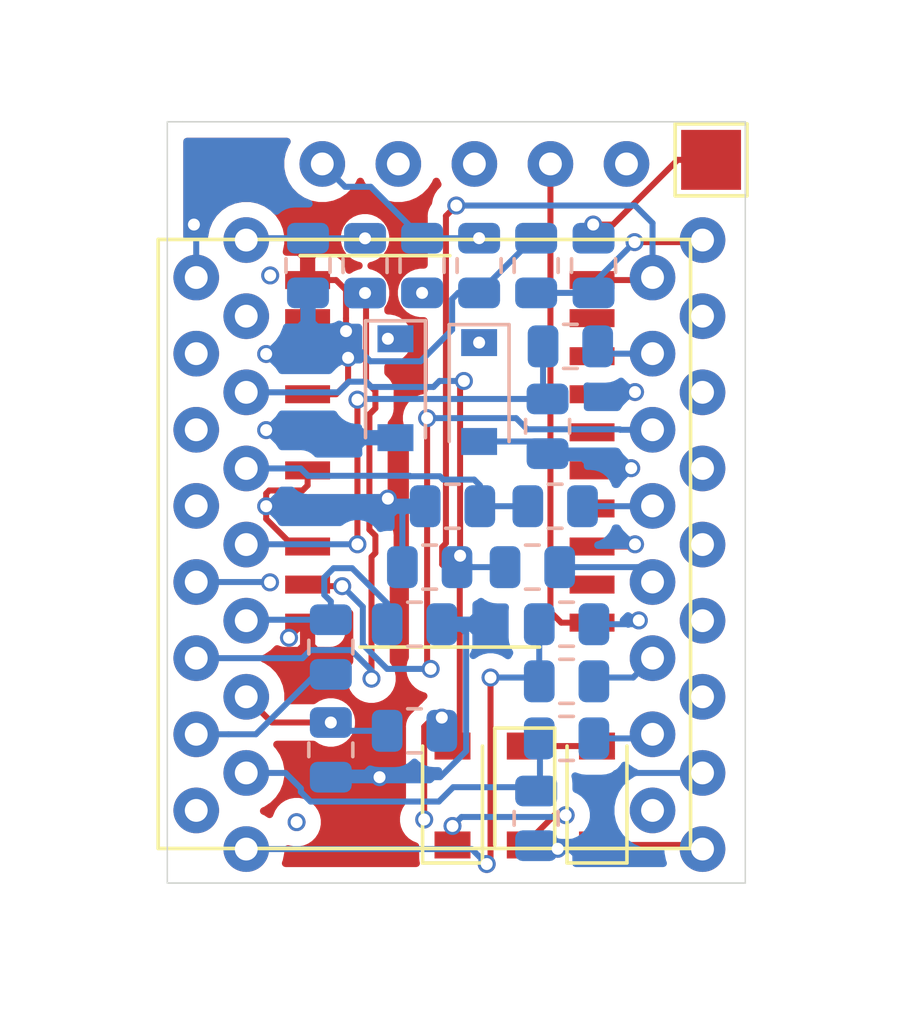
<source format=kicad_pcb>
(kicad_pcb (version 20171130) (host pcbnew 5.1.5+dfsg1-2build2)

  (general
    (thickness 1.6)
    (drawings 5)
    (tracks 263)
    (zones 0)
    (modules 29)
    (nets 28)
  )

  (page A4)
  (layers
    (0 F.Cu signal)
    (1 In1.Cu signal)
    (2 In2.Cu signal)
    (31 B.Cu signal)
    (32 B.Adhes user)
    (33 F.Adhes user)
    (34 B.Paste user)
    (35 F.Paste user)
    (36 B.SilkS user)
    (37 F.SilkS user)
    (38 B.Mask user)
    (39 F.Mask user)
    (40 Dwgs.User user)
    (41 Cmts.User user)
    (42 Eco1.User user)
    (43 Eco2.User user)
    (44 Edge.Cuts user)
    (45 Margin user)
    (46 B.CrtYd user)
    (47 F.CrtYd user)
    (48 B.Fab user hide)
    (49 F.Fab user hide)
  )

  (setup
    (last_trace_width 0.25)
    (user_trace_width 0.2)
    (trace_clearance 0.2)
    (zone_clearance 0.508)
    (zone_45_only no)
    (trace_min 0.2)
    (via_size 0.8)
    (via_drill 0.4)
    (via_min_size 0.4)
    (via_min_drill 0.3)
    (user_via 0.6 0.4)
    (uvia_size 0.3)
    (uvia_drill 0.1)
    (uvias_allowed no)
    (uvia_min_size 0.2)
    (uvia_min_drill 0.1)
    (edge_width 0.05)
    (segment_width 0.2)
    (pcb_text_width 0.3)
    (pcb_text_size 1.5 1.5)
    (mod_edge_width 0.12)
    (mod_text_size 1 1)
    (mod_text_width 0.15)
    (pad_size 1.524 1.524)
    (pad_drill 0.762)
    (pad_to_mask_clearance 0.051)
    (solder_mask_min_width 0.25)
    (aux_axis_origin 0 0)
    (visible_elements FFFFEF7F)
    (pcbplotparams
      (layerselection 0x010fc_ffffffff)
      (usegerberextensions false)
      (usegerberattributes false)
      (usegerberadvancedattributes false)
      (creategerberjobfile false)
      (excludeedgelayer true)
      (linewidth 0.100000)
      (plotframeref false)
      (viasonmask false)
      (mode 1)
      (useauxorigin false)
      (hpglpennumber 1)
      (hpglpenspeed 20)
      (hpglpendiameter 15.000000)
      (psnegative false)
      (psa4output false)
      (plotreference true)
      (plotvalue true)
      (plotinvisibletext false)
      (padsonsilk false)
      (subtractmaskfromsilk false)
      (outputformat 1)
      (mirror false)
      (drillshape 0)
      (scaleselection 1)
      (outputdirectory "fab1/"))
  )

  (net 0 "")
  (net 1 GND)
  (net 2 DIN)
  (net 3 A0)
  (net 4 A1)
  (net 5 A2)
  (net 6 A3)
  (net 7 "Net-(R5-Pad1)")
  (net 8 "Net-(R7-Pad1)")
  (net 9 "Net-(R9-Pad1)")
  (net 10 "Net-(R11-Pad1)")
  (net 11 "Net-(R13-Pad1)")
  (net 12 "Net-(R15-Pad1)")
  (net 13 "Net-(R17-Pad1)")
  (net 14 DOUT_PICO)
  (net 15 "Net-(R1-Pad1)")
  (net 16 "Net-(R3-Pad1)")
  (net 17 "Net-(D1-Pad1)")
  (net 18 "Net-(D2-Pad1)")
  (net 19 "Net-(D3-Pad1)")
  (net 20 "Net-(J1-Pad1)")
  (net 21 6V4)
  (net 22 CLKA)
  (net 23 CLKB)
  (net 24 CE)
  (net 25 RW)
  (net 26 CE2)
  (net 27 DOUT_HD36106)

  (net_class Default "This is the default net class."
    (clearance 0.2)
    (trace_width 0.25)
    (via_dia 0.8)
    (via_drill 0.4)
    (uvia_dia 0.3)
    (uvia_drill 0.1)
    (add_net 6V4)
    (add_net A0)
    (add_net A1)
    (add_net A2)
    (add_net A3)
    (add_net CE)
    (add_net CE2)
    (add_net CLKA)
    (add_net CLKB)
    (add_net DIN)
    (add_net DOUT_HD36106)
    (add_net DOUT_PICO)
    (add_net GND)
    (add_net "Net-(D1-Pad1)")
    (add_net "Net-(D2-Pad1)")
    (add_net "Net-(D3-Pad1)")
    (add_net "Net-(J1-Pad1)")
    (add_net "Net-(R1-Pad1)")
    (add_net "Net-(R11-Pad1)")
    (add_net "Net-(R13-Pad1)")
    (add_net "Net-(R15-Pad1)")
    (add_net "Net-(R17-Pad1)")
    (add_net "Net-(R3-Pad1)")
    (add_net "Net-(R5-Pad1)")
    (add_net "Net-(R7-Pad1)")
    (add_net "Net-(R9-Pad1)")
    (add_net RW)
  )

  (module ajm_kicad:tc5006p (layer F.Cu) (tedit 64742FBE) (tstamp 64A103A7)
    (at 120.6 88)
    (path /64A16A79)
    (fp_text reference U3 (at -0.712 -3.291) (layer B.SilkS) hide
      (effects (font (size 0.7 0.7) (thickness 0.15)))
    )
    (fp_text value HD36106 (at 6.35 -2.54) (layer F.Fab)
      (effects (font (size 1 1) (thickness 0.15)))
    )
    (fp_line (start -2.54 -1.27) (end 15.24 -1.27) (layer F.SilkS) (width 0.12))
    (fp_line (start 15.24 -1.27) (end 15.24 19.05) (layer F.SilkS) (width 0.12))
    (fp_line (start 15.24 19.05) (end -2.54 19.05) (layer F.SilkS) (width 0.12))
    (fp_line (start -2.54 19.05) (end -2.54 -1.27) (layer F.SilkS) (width 0.12))
    (pad 1 thru_hole circle (at -1.27 0) (size 1.524 1.524) (drill 0.762) (layers *.Cu *.Mask)
      (net 1 GND))
    (pad 2 thru_hole circle (at -1.27 2.54) (size 1.524 1.524) (drill 0.762) (layers *.Cu *.Mask))
    (pad 3 thru_hole circle (at -1.27 5.08) (size 1.524 1.524) (drill 0.762) (layers *.Cu *.Mask))
    (pad 4 thru_hole circle (at -1.27 7.62) (size 1.524 1.524) (drill 0.762) (layers *.Cu *.Mask))
    (pad 5 thru_hole circle (at -1.27 10.16) (size 1.524 1.524) (drill 0.762) (layers *.Cu *.Mask)
      (net 8 "Net-(R7-Pad1)"))
    (pad 6 thru_hole circle (at -1.27 12.7) (size 1.524 1.524) (drill 0.762) (layers *.Cu *.Mask)
      (net 9 "Net-(R9-Pad1)"))
    (pad 7 thru_hole circle (at -1.27 15.24) (size 1.524 1.524) (drill 0.762) (layers *.Cu *.Mask)
      (net 10 "Net-(R11-Pad1)"))
    (pad 8 thru_hole circle (at -1.27 17.78) (size 1.524 1.524) (drill 0.762) (layers *.Cu *.Mask))
    (pad 9 thru_hole circle (at 13.97 17.78) (size 1.524 1.524) (drill 0.762) (layers *.Cu *.Mask)
      (net 11 "Net-(R13-Pad1)"))
    (pad 10 thru_hole circle (at 13.97 15.24) (size 1.524 1.524) (drill 0.762) (layers *.Cu *.Mask)
      (net 15 "Net-(R1-Pad1)"))
    (pad 11 thru_hole circle (at 13.97 12.7) (size 1.524 1.524) (drill 0.762) (layers *.Cu *.Mask)
      (net 16 "Net-(R3-Pad1)"))
    (pad 12 thru_hole circle (at 13.97 10.16) (size 1.524 1.524) (drill 0.762) (layers *.Cu *.Mask)
      (net 7 "Net-(R5-Pad1)"))
    (pad 13 thru_hole circle (at 13.97 7.62) (size 1.524 1.524) (drill 0.762) (layers *.Cu *.Mask)
      (net 12 "Net-(R15-Pad1)"))
    (pad 14 thru_hole circle (at 13.97 5.08) (size 1.524 1.524) (drill 0.762) (layers *.Cu *.Mask)
      (net 27 DOUT_HD36106))
    (pad 15 thru_hole circle (at 13.97 2.54) (size 1.524 1.524) (drill 0.762) (layers *.Cu *.Mask)
      (net 13 "Net-(R17-Pad1)"))
    (pad 16 thru_hole circle (at 13.97 0) (size 1.524 1.524) (drill 0.762) (layers *.Cu *.Mask)
      (net 21 6V4))
  )

  (module Resistor_SMD:R_0805_2012Metric (layer B.Cu) (tedit 5F68FEEE) (tstamp 64A0E7B0)
    (at 131.064 92.964 270)
    (descr "Resistor SMD 0805 (2012 Metric), square (rectangular) end terminal, IPC_7351 nominal, (Body size source: IPC-SM-782 page 72, https://www.pcb-3d.com/wordpress/wp-content/uploads/ipc-sm-782a_amendment_1_and_2.pdf), generated with kicad-footprint-generator")
    (tags resistor)
    (path /64ADB336)
    (attr smd)
    (fp_text reference R18 (at 0 1.65 90) (layer B.SilkS) hide
      (effects (font (size 0.7 0.7) (thickness 0.15)) (justify mirror))
    )
    (fp_text value 10k (at 0 -1.65 90) (layer B.Fab)
      (effects (font (size 1 1) (thickness 0.15)) (justify mirror))
    )
    (fp_text user %R (at 0 0 90) (layer B.SilkS) hide
      (effects (font (size 0.7 0.7) (thickness 0.08)) (justify mirror))
    )
    (fp_line (start 1.68 -0.95) (end -1.68 -0.95) (layer B.CrtYd) (width 0.05))
    (fp_line (start 1.68 0.95) (end 1.68 -0.95) (layer B.CrtYd) (width 0.05))
    (fp_line (start -1.68 0.95) (end 1.68 0.95) (layer B.CrtYd) (width 0.05))
    (fp_line (start -1.68 -0.95) (end -1.68 0.95) (layer B.CrtYd) (width 0.05))
    (fp_line (start -0.227064 -0.735) (end 0.227064 -0.735) (layer B.SilkS) (width 0.12))
    (fp_line (start -0.227064 0.735) (end 0.227064 0.735) (layer B.SilkS) (width 0.12))
    (fp_line (start 1 -0.625) (end -1 -0.625) (layer B.Fab) (width 0.1))
    (fp_line (start 1 0.625) (end 1 -0.625) (layer B.Fab) (width 0.1))
    (fp_line (start -1 0.625) (end 1 0.625) (layer B.Fab) (width 0.1))
    (fp_line (start -1 -0.625) (end -1 0.625) (layer B.Fab) (width 0.1))
    (pad 2 smd roundrect (at 0.9125 0 270) (size 1.025 1.4) (layers B.Cu B.Paste B.Mask) (roundrect_rratio 0.243902)
      (net 1 GND))
    (pad 1 smd roundrect (at -0.9125 0 270) (size 1.025 1.4) (layers B.Cu B.Paste B.Mask) (roundrect_rratio 0.243902)
      (net 2 DIN))
    (model ${KISYS3DMOD}/Resistor_SMD.3dshapes/R_0805_2012Metric.wrl
      (at (xyz 0 0 0))
      (scale (xyz 1 1 1))
      (rotate (xyz 0 0 0))
    )
  )

  (module Resistor_SMD:R_0805_2012Metric (layer B.Cu) (tedit 5F68FEEE) (tstamp 64A0E79F)
    (at 131.826 90.297 180)
    (descr "Resistor SMD 0805 (2012 Metric), square (rectangular) end terminal, IPC_7351 nominal, (Body size source: IPC-SM-782 page 72, https://www.pcb-3d.com/wordpress/wp-content/uploads/ipc-sm-782a_amendment_1_and_2.pdf), generated with kicad-footprint-generator")
    (tags resistor)
    (path /64ADEA4E)
    (attr smd)
    (fp_text reference R17 (at 0 1.65) (layer B.SilkS) hide
      (effects (font (size 0.7 0.7) (thickness 0.15)) (justify mirror))
    )
    (fp_text value 10k (at 0 -1.65) (layer B.Fab)
      (effects (font (size 1 1) (thickness 0.15)) (justify mirror))
    )
    (fp_text user %R (at 0 0) (layer B.SilkS) hide
      (effects (font (size 0.7 0.7) (thickness 0.08)) (justify mirror))
    )
    (fp_line (start 1.68 -0.95) (end -1.68 -0.95) (layer B.CrtYd) (width 0.05))
    (fp_line (start 1.68 0.95) (end 1.68 -0.95) (layer B.CrtYd) (width 0.05))
    (fp_line (start -1.68 0.95) (end 1.68 0.95) (layer B.CrtYd) (width 0.05))
    (fp_line (start -1.68 -0.95) (end -1.68 0.95) (layer B.CrtYd) (width 0.05))
    (fp_line (start -0.227064 -0.735) (end 0.227064 -0.735) (layer B.SilkS) (width 0.12))
    (fp_line (start -0.227064 0.735) (end 0.227064 0.735) (layer B.SilkS) (width 0.12))
    (fp_line (start 1 -0.625) (end -1 -0.625) (layer B.Fab) (width 0.1))
    (fp_line (start 1 0.625) (end 1 -0.625) (layer B.Fab) (width 0.1))
    (fp_line (start -1 0.625) (end 1 0.625) (layer B.Fab) (width 0.1))
    (fp_line (start -1 -0.625) (end -1 0.625) (layer B.Fab) (width 0.1))
    (pad 2 smd roundrect (at 0.9125 0 180) (size 1.025 1.4) (layers B.Cu B.Paste B.Mask) (roundrect_rratio 0.243902)
      (net 2 DIN))
    (pad 1 smd roundrect (at -0.9125 0 180) (size 1.025 1.4) (layers B.Cu B.Paste B.Mask) (roundrect_rratio 0.243902)
      (net 13 "Net-(R17-Pad1)"))
    (model ${KISYS3DMOD}/Resistor_SMD.3dshapes/R_0805_2012Metric.wrl
      (at (xyz 0 0 0))
      (scale (xyz 1 1 1))
      (rotate (xyz 0 0 0))
    )
  )

  (module Resistor_SMD:R_0805_2012Metric (layer B.Cu) (tedit 5F68FEEE) (tstamp 64A0E78E)
    (at 127.889 95.631 180)
    (descr "Resistor SMD 0805 (2012 Metric), square (rectangular) end terminal, IPC_7351 nominal, (Body size source: IPC-SM-782 page 72, https://www.pcb-3d.com/wordpress/wp-content/uploads/ipc-sm-782a_amendment_1_and_2.pdf), generated with kicad-footprint-generator")
    (tags resistor)
    (path /64AD7D8D)
    (attr smd)
    (fp_text reference R16 (at 0 1.65) (layer B.SilkS) hide
      (effects (font (size 0.7 0.7) (thickness 0.15)) (justify mirror))
    )
    (fp_text value 10k (at 0 -1.65) (layer B.Fab)
      (effects (font (size 1 1) (thickness 0.15)) (justify mirror))
    )
    (fp_text user %R (at 0 0) (layer B.SilkS) hide
      (effects (font (size 0.7 0.7) (thickness 0.08)) (justify mirror))
    )
    (fp_line (start 1.68 -0.95) (end -1.68 -0.95) (layer B.CrtYd) (width 0.05))
    (fp_line (start 1.68 0.95) (end 1.68 -0.95) (layer B.CrtYd) (width 0.05))
    (fp_line (start -1.68 0.95) (end 1.68 0.95) (layer B.CrtYd) (width 0.05))
    (fp_line (start -1.68 -0.95) (end -1.68 0.95) (layer B.CrtYd) (width 0.05))
    (fp_line (start -0.227064 -0.735) (end 0.227064 -0.735) (layer B.SilkS) (width 0.12))
    (fp_line (start -0.227064 0.735) (end 0.227064 0.735) (layer B.SilkS) (width 0.12))
    (fp_line (start 1 -0.625) (end -1 -0.625) (layer B.Fab) (width 0.1))
    (fp_line (start 1 0.625) (end 1 -0.625) (layer B.Fab) (width 0.1))
    (fp_line (start -1 0.625) (end 1 0.625) (layer B.Fab) (width 0.1))
    (fp_line (start -1 -0.625) (end -1 0.625) (layer B.Fab) (width 0.1))
    (pad 2 smd roundrect (at 0.9125 0 180) (size 1.025 1.4) (layers B.Cu B.Paste B.Mask) (roundrect_rratio 0.243902)
      (net 1 GND))
    (pad 1 smd roundrect (at -0.9125 0 180) (size 1.025 1.4) (layers B.Cu B.Paste B.Mask) (roundrect_rratio 0.243902)
      (net 25 RW))
    (model ${KISYS3DMOD}/Resistor_SMD.3dshapes/R_0805_2012Metric.wrl
      (at (xyz 0 0 0))
      (scale (xyz 1 1 1))
      (rotate (xyz 0 0 0))
    )
  )

  (module Resistor_SMD:R_0805_2012Metric (layer B.Cu) (tedit 5F68FEEE) (tstamp 64A0E77D)
    (at 131.318 95.631 180)
    (descr "Resistor SMD 0805 (2012 Metric), square (rectangular) end terminal, IPC_7351 nominal, (Body size source: IPC-SM-782 page 72, https://www.pcb-3d.com/wordpress/wp-content/uploads/ipc-sm-782a_amendment_1_and_2.pdf), generated with kicad-footprint-generator")
    (tags resistor)
    (path /64AD4627)
    (attr smd)
    (fp_text reference R15 (at 0 1.65) (layer B.SilkS) hide
      (effects (font (size 0.7 0.7) (thickness 0.15)) (justify mirror))
    )
    (fp_text value 10k (at 0 -1.65) (layer B.Fab)
      (effects (font (size 1 1) (thickness 0.15)) (justify mirror))
    )
    (fp_text user %R (at 0 0) (layer B.SilkS) hide
      (effects (font (size 0.7 0.7) (thickness 0.08)) (justify mirror))
    )
    (fp_line (start 1.68 -0.95) (end -1.68 -0.95) (layer B.CrtYd) (width 0.05))
    (fp_line (start 1.68 0.95) (end 1.68 -0.95) (layer B.CrtYd) (width 0.05))
    (fp_line (start -1.68 0.95) (end 1.68 0.95) (layer B.CrtYd) (width 0.05))
    (fp_line (start -1.68 -0.95) (end -1.68 0.95) (layer B.CrtYd) (width 0.05))
    (fp_line (start -0.227064 -0.735) (end 0.227064 -0.735) (layer B.SilkS) (width 0.12))
    (fp_line (start -0.227064 0.735) (end 0.227064 0.735) (layer B.SilkS) (width 0.12))
    (fp_line (start 1 -0.625) (end -1 -0.625) (layer B.Fab) (width 0.1))
    (fp_line (start 1 0.625) (end 1 -0.625) (layer B.Fab) (width 0.1))
    (fp_line (start -1 0.625) (end 1 0.625) (layer B.Fab) (width 0.1))
    (fp_line (start -1 -0.625) (end -1 0.625) (layer B.Fab) (width 0.1))
    (pad 2 smd roundrect (at 0.9125 0 180) (size 1.025 1.4) (layers B.Cu B.Paste B.Mask) (roundrect_rratio 0.243902)
      (net 25 RW))
    (pad 1 smd roundrect (at -0.9125 0 180) (size 1.025 1.4) (layers B.Cu B.Paste B.Mask) (roundrect_rratio 0.243902)
      (net 12 "Net-(R15-Pad1)"))
    (model ${KISYS3DMOD}/Resistor_SMD.3dshapes/R_0805_2012Metric.wrl
      (at (xyz 0 0 0))
      (scale (xyz 1 1 1))
      (rotate (xyz 0 0 0))
    )
  )

  (module Resistor_SMD:R_0805_2012Metric (layer B.Cu) (tedit 5F68FEEE) (tstamp 64A0E6EC)
    (at 127.127 97.663 180)
    (descr "Resistor SMD 0805 (2012 Metric), square (rectangular) end terminal, IPC_7351 nominal, (Body size source: IPC-SM-782 page 72, https://www.pcb-3d.com/wordpress/wp-content/uploads/ipc-sm-782a_amendment_1_and_2.pdf), generated with kicad-footprint-generator")
    (tags resistor)
    (path /64ACD9DD)
    (attr smd)
    (fp_text reference R6 (at 0 1.65) (layer B.SilkS) hide
      (effects (font (size 0.7 0.7) (thickness 0.15)) (justify mirror))
    )
    (fp_text value 10k (at 0 -1.65) (layer B.Fab)
      (effects (font (size 1 1) (thickness 0.15)) (justify mirror))
    )
    (fp_text user %R (at 0 0) (layer B.SilkS) hide
      (effects (font (size 0.7 0.7) (thickness 0.08)) (justify mirror))
    )
    (fp_line (start 1.68 -0.95) (end -1.68 -0.95) (layer B.CrtYd) (width 0.05))
    (fp_line (start 1.68 0.95) (end 1.68 -0.95) (layer B.CrtYd) (width 0.05))
    (fp_line (start -1.68 0.95) (end 1.68 0.95) (layer B.CrtYd) (width 0.05))
    (fp_line (start -1.68 -0.95) (end -1.68 0.95) (layer B.CrtYd) (width 0.05))
    (fp_line (start -0.227064 -0.735) (end 0.227064 -0.735) (layer B.SilkS) (width 0.12))
    (fp_line (start -0.227064 0.735) (end 0.227064 0.735) (layer B.SilkS) (width 0.12))
    (fp_line (start 1 -0.625) (end -1 -0.625) (layer B.Fab) (width 0.1))
    (fp_line (start 1 0.625) (end 1 -0.625) (layer B.Fab) (width 0.1))
    (fp_line (start -1 0.625) (end 1 0.625) (layer B.Fab) (width 0.1))
    (fp_line (start -1 -0.625) (end -1 0.625) (layer B.Fab) (width 0.1))
    (pad 2 smd roundrect (at 0.9125 0 180) (size 1.025 1.4) (layers B.Cu B.Paste B.Mask) (roundrect_rratio 0.243902)
      (net 1 GND))
    (pad 1 smd roundrect (at -0.9125 0 180) (size 1.025 1.4) (layers B.Cu B.Paste B.Mask) (roundrect_rratio 0.243902)
      (net 24 CE))
    (model ${KISYS3DMOD}/Resistor_SMD.3dshapes/R_0805_2012Metric.wrl
      (at (xyz 0 0 0))
      (scale (xyz 1 1 1))
      (rotate (xyz 0 0 0))
    )
  )

  (module Resistor_SMD:R_0805_2012Metric (layer B.Cu) (tedit 5F68FEEE) (tstamp 64A0E6DB)
    (at 130.556 97.663 180)
    (descr "Resistor SMD 0805 (2012 Metric), square (rectangular) end terminal, IPC_7351 nominal, (Body size source: IPC-SM-782 page 72, https://www.pcb-3d.com/wordpress/wp-content/uploads/ipc-sm-782a_amendment_1_and_2.pdf), generated with kicad-footprint-generator")
    (tags resistor)
    (path /64AD108A)
    (attr smd)
    (fp_text reference R5 (at 0 1.65) (layer B.SilkS) hide
      (effects (font (size 0.7 0.7) (thickness 0.15)) (justify mirror))
    )
    (fp_text value 10k (at 0 -1.65) (layer B.Fab)
      (effects (font (size 1 1) (thickness 0.15)) (justify mirror))
    )
    (fp_text user %R (at 0 0) (layer B.SilkS) hide
      (effects (font (size 0.7 0.7) (thickness 0.08)) (justify mirror))
    )
    (fp_line (start 1.68 -0.95) (end -1.68 -0.95) (layer B.CrtYd) (width 0.05))
    (fp_line (start 1.68 0.95) (end 1.68 -0.95) (layer B.CrtYd) (width 0.05))
    (fp_line (start -1.68 0.95) (end 1.68 0.95) (layer B.CrtYd) (width 0.05))
    (fp_line (start -1.68 -0.95) (end -1.68 0.95) (layer B.CrtYd) (width 0.05))
    (fp_line (start -0.227064 -0.735) (end 0.227064 -0.735) (layer B.SilkS) (width 0.12))
    (fp_line (start -0.227064 0.735) (end 0.227064 0.735) (layer B.SilkS) (width 0.12))
    (fp_line (start 1 -0.625) (end -1 -0.625) (layer B.Fab) (width 0.1))
    (fp_line (start 1 0.625) (end 1 -0.625) (layer B.Fab) (width 0.1))
    (fp_line (start -1 0.625) (end 1 0.625) (layer B.Fab) (width 0.1))
    (fp_line (start -1 -0.625) (end -1 0.625) (layer B.Fab) (width 0.1))
    (pad 2 smd roundrect (at 0.9125 0 180) (size 1.025 1.4) (layers B.Cu B.Paste B.Mask) (roundrect_rratio 0.243902)
      (net 24 CE))
    (pad 1 smd roundrect (at -0.9125 0 180) (size 1.025 1.4) (layers B.Cu B.Paste B.Mask) (roundrect_rratio 0.243902)
      (net 7 "Net-(R5-Pad1)"))
    (model ${KISYS3DMOD}/Resistor_SMD.3dshapes/R_0805_2012Metric.wrl
      (at (xyz 0 0 0))
      (scale (xyz 1 1 1))
      (rotate (xyz 0 0 0))
    )
  )

  (module Resistor_SMD:R_0805_2012Metric (layer B.Cu) (tedit 5F68FEEE) (tstamp 64A0E6CA)
    (at 131.699 99.568)
    (descr "Resistor SMD 0805 (2012 Metric), square (rectangular) end terminal, IPC_7351 nominal, (Body size source: IPC-SM-782 page 72, https://www.pcb-3d.com/wordpress/wp-content/uploads/ipc-sm-782a_amendment_1_and_2.pdf), generated with kicad-footprint-generator")
    (tags resistor)
    (path /64ACA3AC)
    (attr smd)
    (fp_text reference R4 (at 2.286 2.413) (layer B.SilkS) hide
      (effects (font (size 0.7 0.7) (thickness 0.15)) (justify mirror))
    )
    (fp_text value 10k (at 0 -1.65) (layer B.Fab)
      (effects (font (size 1 1) (thickness 0.15)) (justify mirror))
    )
    (fp_text user %R (at 0 0) (layer B.SilkS) hide
      (effects (font (size 0.7 0.7) (thickness 0.08)) (justify mirror))
    )
    (fp_line (start 1.68 -0.95) (end -1.68 -0.95) (layer B.CrtYd) (width 0.05))
    (fp_line (start 1.68 0.95) (end 1.68 -0.95) (layer B.CrtYd) (width 0.05))
    (fp_line (start -1.68 0.95) (end 1.68 0.95) (layer B.CrtYd) (width 0.05))
    (fp_line (start -1.68 -0.95) (end -1.68 0.95) (layer B.CrtYd) (width 0.05))
    (fp_line (start -0.227064 -0.735) (end 0.227064 -0.735) (layer B.SilkS) (width 0.12))
    (fp_line (start -0.227064 0.735) (end 0.227064 0.735) (layer B.SilkS) (width 0.12))
    (fp_line (start 1 -0.625) (end -1 -0.625) (layer B.Fab) (width 0.1))
    (fp_line (start 1 0.625) (end 1 -0.625) (layer B.Fab) (width 0.1))
    (fp_line (start -1 0.625) (end 1 0.625) (layer B.Fab) (width 0.1))
    (fp_line (start -1 -0.625) (end -1 0.625) (layer B.Fab) (width 0.1))
    (pad 2 smd roundrect (at 0.9125 0) (size 1.025 1.4) (layers B.Cu B.Paste B.Mask) (roundrect_rratio 0.243902)
      (net 1 GND))
    (pad 1 smd roundrect (at -0.9125 0) (size 1.025 1.4) (layers B.Cu B.Paste B.Mask) (roundrect_rratio 0.243902)
      (net 3 A0))
    (model ${KISYS3DMOD}/Resistor_SMD.3dshapes/R_0805_2012Metric.wrl
      (at (xyz 0 0 0))
      (scale (xyz 1 1 1))
      (rotate (xyz 0 0 0))
    )
  )

  (module Resistor_SMD:R_0805_2012Metric (layer B.Cu) (tedit 5F68FEEE) (tstamp 64A0E6B9)
    (at 131.699 101.473 180)
    (descr "Resistor SMD 0805 (2012 Metric), square (rectangular) end terminal, IPC_7351 nominal, (Body size source: IPC-SM-782 page 72, https://www.pcb-3d.com/wordpress/wp-content/uploads/ipc-sm-782a_amendment_1_and_2.pdf), generated with kicad-footprint-generator")
    (tags resistor)
    (path /64AC6D61)
    (attr smd)
    (fp_text reference R3 (at 0 1.65) (layer B.SilkS) hide
      (effects (font (size 0.7 0.7) (thickness 0.15)) (justify mirror))
    )
    (fp_text value 10k (at 0 -1.65) (layer B.Fab)
      (effects (font (size 1 1) (thickness 0.15)) (justify mirror))
    )
    (fp_text user %R (at 0 -2.286) (layer B.SilkS) hide
      (effects (font (size 0.7 0.7) (thickness 0.08)) (justify mirror))
    )
    (fp_line (start 1.68 -0.95) (end -1.68 -0.95) (layer B.CrtYd) (width 0.05))
    (fp_line (start 1.68 0.95) (end 1.68 -0.95) (layer B.CrtYd) (width 0.05))
    (fp_line (start -1.68 0.95) (end 1.68 0.95) (layer B.CrtYd) (width 0.05))
    (fp_line (start -1.68 -0.95) (end -1.68 0.95) (layer B.CrtYd) (width 0.05))
    (fp_line (start -0.227064 -0.735) (end 0.227064 -0.735) (layer B.SilkS) (width 0.12))
    (fp_line (start -0.227064 0.735) (end 0.227064 0.735) (layer B.SilkS) (width 0.12))
    (fp_line (start 1 -0.625) (end -1 -0.625) (layer B.Fab) (width 0.1))
    (fp_line (start 1 0.625) (end 1 -0.625) (layer B.Fab) (width 0.1))
    (fp_line (start -1 0.625) (end 1 0.625) (layer B.Fab) (width 0.1))
    (fp_line (start -1 -0.625) (end -1 0.625) (layer B.Fab) (width 0.1))
    (pad 2 smd roundrect (at 0.9125 0 180) (size 1.025 1.4) (layers B.Cu B.Paste B.Mask) (roundrect_rratio 0.243902)
      (net 3 A0))
    (pad 1 smd roundrect (at -0.9125 0 180) (size 1.025 1.4) (layers B.Cu B.Paste B.Mask) (roundrect_rratio 0.243902)
      (net 16 "Net-(R3-Pad1)"))
    (model ${KISYS3DMOD}/Resistor_SMD.3dshapes/R_0805_2012Metric.wrl
      (at (xyz 0 0 0))
      (scale (xyz 1 1 1))
      (rotate (xyz 0 0 0))
    )
  )

  (module Resistor_SMD:R_0805_2012Metric (layer B.Cu) (tedit 5F68FEEE) (tstamp 64A0E6A8)
    (at 130.683 106.045 270)
    (descr "Resistor SMD 0805 (2012 Metric), square (rectangular) end terminal, IPC_7351 nominal, (Body size source: IPC-SM-782 page 72, https://www.pcb-3d.com/wordpress/wp-content/uploads/ipc-sm-782a_amendment_1_and_2.pdf), generated with kicad-footprint-generator")
    (tags resistor)
    (path /64AC008C)
    (attr smd)
    (fp_text reference R2 (at 1.016 -1.778 90) (layer B.SilkS) hide
      (effects (font (size 0.7 0.7) (thickness 0.15)) (justify mirror))
    )
    (fp_text value 10k (at 0 -1.65 90) (layer B.Fab)
      (effects (font (size 1 1) (thickness 0.15)) (justify mirror))
    )
    (fp_text user %R (at 0 0 90) (layer B.SilkS) hide
      (effects (font (size 0.7 0.7) (thickness 0.08)) (justify mirror))
    )
    (fp_line (start 1.68 -0.95) (end -1.68 -0.95) (layer B.CrtYd) (width 0.05))
    (fp_line (start 1.68 0.95) (end 1.68 -0.95) (layer B.CrtYd) (width 0.05))
    (fp_line (start -1.68 0.95) (end 1.68 0.95) (layer B.CrtYd) (width 0.05))
    (fp_line (start -1.68 -0.95) (end -1.68 0.95) (layer B.CrtYd) (width 0.05))
    (fp_line (start -0.227064 -0.735) (end 0.227064 -0.735) (layer B.SilkS) (width 0.12))
    (fp_line (start -0.227064 0.735) (end 0.227064 0.735) (layer B.SilkS) (width 0.12))
    (fp_line (start 1 -0.625) (end -1 -0.625) (layer B.Fab) (width 0.1))
    (fp_line (start 1 0.625) (end 1 -0.625) (layer B.Fab) (width 0.1))
    (fp_line (start -1 0.625) (end 1 0.625) (layer B.Fab) (width 0.1))
    (fp_line (start -1 -0.625) (end -1 0.625) (layer B.Fab) (width 0.1))
    (pad 2 smd roundrect (at 0.9125 0 270) (size 1.025 1.4) (layers B.Cu B.Paste B.Mask) (roundrect_rratio 0.243902)
      (net 1 GND))
    (pad 1 smd roundrect (at -0.9125 0 270) (size 1.025 1.4) (layers B.Cu B.Paste B.Mask) (roundrect_rratio 0.243902)
      (net 4 A1))
    (model ${KISYS3DMOD}/Resistor_SMD.3dshapes/R_0805_2012Metric.wrl
      (at (xyz 0 0 0))
      (scale (xyz 1 1 1))
      (rotate (xyz 0 0 0))
    )
  )

  (module Resistor_SMD:R_0805_2012Metric (layer B.Cu) (tedit 5F68FEEE) (tstamp 64A0E697)
    (at 131.699 103.378 180)
    (descr "Resistor SMD 0805 (2012 Metric), square (rectangular) end terminal, IPC_7351 nominal, (Body size source: IPC-SM-782 page 72, https://www.pcb-3d.com/wordpress/wp-content/uploads/ipc-sm-782a_amendment_1_and_2.pdf), generated with kicad-footprint-generator")
    (tags resistor)
    (path /64AC370C)
    (attr smd)
    (fp_text reference R1 (at 0 1.65) (layer B.SilkS) hide
      (effects (font (size 0.7 0.7) (thickness 0.15)) (justify mirror))
    )
    (fp_text value 10k (at 0 -1.65) (layer B.Fab)
      (effects (font (size 1 1) (thickness 0.15)) (justify mirror))
    )
    (fp_text user %R (at 2.286 1.016) (layer B.SilkS) hide
      (effects (font (size 0.7 0.7) (thickness 0.08)) (justify mirror))
    )
    (fp_line (start 1.68 -0.95) (end -1.68 -0.95) (layer B.CrtYd) (width 0.05))
    (fp_line (start 1.68 0.95) (end 1.68 -0.95) (layer B.CrtYd) (width 0.05))
    (fp_line (start -1.68 0.95) (end 1.68 0.95) (layer B.CrtYd) (width 0.05))
    (fp_line (start -1.68 -0.95) (end -1.68 0.95) (layer B.CrtYd) (width 0.05))
    (fp_line (start -0.227064 -0.735) (end 0.227064 -0.735) (layer B.SilkS) (width 0.12))
    (fp_line (start -0.227064 0.735) (end 0.227064 0.735) (layer B.SilkS) (width 0.12))
    (fp_line (start 1 -0.625) (end -1 -0.625) (layer B.Fab) (width 0.1))
    (fp_line (start 1 0.625) (end 1 -0.625) (layer B.Fab) (width 0.1))
    (fp_line (start -1 0.625) (end 1 0.625) (layer B.Fab) (width 0.1))
    (fp_line (start -1 -0.625) (end -1 0.625) (layer B.Fab) (width 0.1))
    (pad 2 smd roundrect (at 0.9125 0 180) (size 1.025 1.4) (layers B.Cu B.Paste B.Mask) (roundrect_rratio 0.243902)
      (net 4 A1))
    (pad 1 smd roundrect (at -0.9125 0 180) (size 1.025 1.4) (layers B.Cu B.Paste B.Mask) (roundrect_rratio 0.243902)
      (net 15 "Net-(R1-Pad1)"))
    (model ${KISYS3DMOD}/Resistor_SMD.3dshapes/R_0805_2012Metric.wrl
      (at (xyz 0 0 0))
      (scale (xyz 1 1 1))
      (rotate (xyz 0 0 0))
    )
  )

  (module Diode_SMD:D_SOD-123 (layer B.Cu) (tedit 58645DC7) (tstamp 64A0E66C)
    (at 125.984 91.694 270)
    (descr SOD-123)
    (tags SOD-123)
    (path /64A55EA4)
    (attr smd)
    (fp_text reference D5 (at 0 2 90) (layer B.SilkS) hide
      (effects (font (size 0.7 0.7) (thickness 0.15)) (justify mirror))
    )
    (fp_text value SS36 (at 0 -2.1 90) (layer B.Fab)
      (effects (font (size 1 1) (thickness 0.15)) (justify mirror))
    )
    (fp_line (start -2.25 1) (end 1.65 1) (layer B.SilkS) (width 0.12))
    (fp_line (start -2.25 -1) (end 1.65 -1) (layer B.SilkS) (width 0.12))
    (fp_line (start -2.35 1.15) (end -2.35 -1.15) (layer B.CrtYd) (width 0.05))
    (fp_line (start 2.35 -1.15) (end -2.35 -1.15) (layer B.CrtYd) (width 0.05))
    (fp_line (start 2.35 1.15) (end 2.35 -1.15) (layer B.CrtYd) (width 0.05))
    (fp_line (start -2.35 1.15) (end 2.35 1.15) (layer B.CrtYd) (width 0.05))
    (fp_line (start -1.4 0.9) (end 1.4 0.9) (layer B.Fab) (width 0.1))
    (fp_line (start 1.4 0.9) (end 1.4 -0.9) (layer B.Fab) (width 0.1))
    (fp_line (start 1.4 -0.9) (end -1.4 -0.9) (layer B.Fab) (width 0.1))
    (fp_line (start -1.4 -0.9) (end -1.4 0.9) (layer B.Fab) (width 0.1))
    (fp_line (start -0.75 0) (end -0.35 0) (layer B.Fab) (width 0.1))
    (fp_line (start -0.35 0) (end -0.35 0.55) (layer B.Fab) (width 0.1))
    (fp_line (start -0.35 0) (end -0.35 -0.55) (layer B.Fab) (width 0.1))
    (fp_line (start -0.35 0) (end 0.25 0.4) (layer B.Fab) (width 0.1))
    (fp_line (start 0.25 0.4) (end 0.25 -0.4) (layer B.Fab) (width 0.1))
    (fp_line (start 0.25 -0.4) (end -0.35 0) (layer B.Fab) (width 0.1))
    (fp_line (start 0.25 0) (end 0.75 0) (layer B.Fab) (width 0.1))
    (fp_line (start -2.25 1) (end -2.25 -1) (layer B.SilkS) (width 0.12))
    (fp_text user %R (at 0 2 90) (layer B.SilkS) hide
      (effects (font (size 0.7 0.7) (thickness 0.15)) (justify mirror))
    )
    (pad 2 smd rect (at 1.65 0 270) (size 0.9 1.2) (layers B.Cu B.Paste B.Mask)
      (net 1 GND))
    (pad 1 smd rect (at -1.65 0 270) (size 0.9 1.2) (layers B.Cu B.Paste B.Mask)
      (net 23 CLKB))
    (model ${KISYS3DMOD}/Diode_SMD.3dshapes/D_SOD-123.wrl
      (at (xyz 0 0 0))
      (scale (xyz 1 1 1))
      (rotate (xyz 0 0 0))
    )
  )

  (module Diode_SMD:D_SOD-123 (layer B.Cu) (tedit 58645DC7) (tstamp 64A0E653)
    (at 128.778 91.821 270)
    (descr SOD-123)
    (tags SOD-123)
    (path /64AA8B30)
    (attr smd)
    (fp_text reference D4 (at 0 2 270) (layer B.SilkS) hide
      (effects (font (size 0.7 0.7) (thickness 0.15)) (justify mirror))
    )
    (fp_text value SS36 (at 0 -2.1 270) (layer B.Fab)
      (effects (font (size 1 1) (thickness 0.15)) (justify mirror))
    )
    (fp_line (start -2.25 1) (end 1.65 1) (layer B.SilkS) (width 0.12))
    (fp_line (start -2.25 -1) (end 1.65 -1) (layer B.SilkS) (width 0.12))
    (fp_line (start -2.35 1.15) (end -2.35 -1.15) (layer B.CrtYd) (width 0.05))
    (fp_line (start 2.35 -1.15) (end -2.35 -1.15) (layer B.CrtYd) (width 0.05))
    (fp_line (start 2.35 1.15) (end 2.35 -1.15) (layer B.CrtYd) (width 0.05))
    (fp_line (start -2.35 1.15) (end 2.35 1.15) (layer B.CrtYd) (width 0.05))
    (fp_line (start -1.4 0.9) (end 1.4 0.9) (layer B.Fab) (width 0.1))
    (fp_line (start 1.4 0.9) (end 1.4 -0.9) (layer B.Fab) (width 0.1))
    (fp_line (start 1.4 -0.9) (end -1.4 -0.9) (layer B.Fab) (width 0.1))
    (fp_line (start -1.4 -0.9) (end -1.4 0.9) (layer B.Fab) (width 0.1))
    (fp_line (start -0.75 0) (end -0.35 0) (layer B.Fab) (width 0.1))
    (fp_line (start -0.35 0) (end -0.35 0.55) (layer B.Fab) (width 0.1))
    (fp_line (start -0.35 0) (end -0.35 -0.55) (layer B.Fab) (width 0.1))
    (fp_line (start -0.35 0) (end 0.25 0.4) (layer B.Fab) (width 0.1))
    (fp_line (start 0.25 0.4) (end 0.25 -0.4) (layer B.Fab) (width 0.1))
    (fp_line (start 0.25 -0.4) (end -0.35 0) (layer B.Fab) (width 0.1))
    (fp_line (start 0.25 0) (end 0.75 0) (layer B.Fab) (width 0.1))
    (fp_line (start -2.25 1) (end -2.25 -1) (layer B.SilkS) (width 0.12))
    (fp_text user %R (at 0 2 270) (layer B.SilkS) hide
      (effects (font (size 0.7 0.7) (thickness 0.15)) (justify mirror))
    )
    (pad 2 smd rect (at 1.65 0 270) (size 0.9 1.2) (layers B.Cu B.Paste B.Mask)
      (net 1 GND))
    (pad 1 smd rect (at -1.65 0 270) (size 0.9 1.2) (layers B.Cu B.Paste B.Mask)
      (net 22 CLKA))
    (model ${KISYS3DMOD}/Diode_SMD.3dshapes/D_SOD-123.wrl
      (at (xyz 0 0 0))
      (scale (xyz 1 1 1))
      (rotate (xyz 0 0 0))
    )
  )

  (module TestPoint:TestPoint_Pad_2.0x2.0mm (layer F.Cu) (tedit 5A0F774F) (tstamp 6475D638)
    (at 136.525 84.074)
    (descr "SMD rectangular pad as test Point, square 2.0mm side length")
    (tags "test point SMD pad rectangle square")
    (path /648B3799)
    (attr virtual)
    (fp_text reference J1 (at -1.3462 2.0574) (layer B.SilkS) hide
      (effects (font (size 0.7 0.7) (thickness 0.15)))
    )
    (fp_text value Conn_01x01_Male (at 0 2.05) (layer F.Fab)
      (effects (font (size 1 1) (thickness 0.15)))
    )
    (fp_line (start 1.5 1.5) (end -1.5 1.5) (layer F.CrtYd) (width 0.05))
    (fp_line (start 1.5 1.5) (end 1.5 -1.5) (layer F.CrtYd) (width 0.05))
    (fp_line (start -1.5 -1.5) (end -1.5 1.5) (layer F.CrtYd) (width 0.05))
    (fp_line (start -1.5 -1.5) (end 1.5 -1.5) (layer F.CrtYd) (width 0.05))
    (fp_line (start -1.2 1.2) (end -1.2 -1.2) (layer F.SilkS) (width 0.12))
    (fp_line (start 1.2 1.2) (end -1.2 1.2) (layer F.SilkS) (width 0.12))
    (fp_line (start 1.2 -1.2) (end 1.2 1.2) (layer F.SilkS) (width 0.12))
    (fp_line (start -1.2 -1.2) (end 1.2 -1.2) (layer F.SilkS) (width 0.12))
    (fp_text user %R (at 0 -2) (layer B.SilkS) hide
      (effects (font (size 0.7 0.7) (thickness 0.15)))
    )
    (pad 1 smd rect (at 0 0) (size 2 2) (layers F.Cu F.Mask)
      (net 20 "Net-(J1-Pad1)"))
  )

  (module ajm_kicad:rp2040-zero (layer F.Cu) (tedit 64744E7B) (tstamp 64754F8F)
    (at 133.7 105.8 180)
    (path /647E76E6)
    (fp_text reference U1 (at 14.1986 21.6916) (layer B.SilkS) hide
      (effects (font (size 0.7 0.7) (thickness 0.15)))
    )
    (fp_text value rp2040-zero (at 7.62 -5.08) (layer F.Fab)
      (effects (font (size 1 1) (thickness 0.15)))
    )
    (pad 23 thru_hole circle (at 12.7 -1.27) (size 1.524 1.524) (drill 0.762) (layers *.Cu *.Mask)
      (net 3 A0))
    (pad 22 thru_hole circle (at 12.7 1.27) (size 1.524 1.524) (drill 0.762) (layers *.Cu *.Mask)
      (net 4 A1))
    (pad 21 thru_hole circle (at 12.7 3.81) (size 1.524 1.524) (drill 0.762) (layers *.Cu *.Mask)
      (net 5 A2))
    (pad 20 thru_hole circle (at 12.7 6.35) (size 1.524 1.524) (drill 0.762) (layers *.Cu *.Mask)
      (net 6 A3))
    (pad 19 thru_hole circle (at 12.7 8.89) (size 1.524 1.524) (drill 0.762) (layers *.Cu *.Mask)
      (net 2 DIN))
    (pad 18 thru_hole circle (at 12.7 11.43) (size 1.524 1.524) (drill 0.762) (layers *.Cu *.Mask)
      (net 25 RW))
    (pad 17 thru_hole circle (at 12.7 13.97) (size 1.524 1.524) (drill 0.762) (layers *.Cu *.Mask)
      (net 24 CE))
    (pad 16 thru_hole circle (at 12.7 16.51) (size 1.524 1.524) (drill 0.762) (layers *.Cu *.Mask))
    (pad 15 thru_hole circle (at 12.7 19.05) (size 1.524 1.524) (drill 0.762) (layers *.Cu *.Mask)
      (net 23 CLKB))
    (pad 14 thru_hole circle (at 10.16 21.59 270) (size 1.524 1.524) (drill 0.762) (layers *.Cu *.Mask)
      (net 22 CLKA))
    (pad 13 thru_hole circle (at 7.62 21.59 270) (size 1.524 1.524) (drill 0.762) (layers *.Cu *.Mask))
    (pad 12 thru_hole circle (at 5.08 21.59 270) (size 1.524 1.524) (drill 0.762) (layers *.Cu *.Mask))
    (pad 11 thru_hole circle (at 2.54 21.59 270) (size 1.524 1.524) (drill 0.762) (layers *.Cu *.Mask)
      (net 14 DOUT_PICO))
    (pad 10 thru_hole circle (at 0 21.59 270) (size 1.524 1.524) (drill 0.762) (layers *.Cu *.Mask))
    (pad 9 thru_hole circle (at -2.54 19.05 180) (size 1.524 1.524) (drill 0.762) (layers *.Cu *.Mask)
      (net 26 CE2))
    (pad 8 thru_hole circle (at -2.54 16.51 180) (size 1.524 1.524) (drill 0.762) (layers *.Cu *.Mask))
    (pad 7 thru_hole circle (at -2.54 13.97 180) (size 1.524 1.524) (drill 0.762) (layers *.Cu *.Mask))
    (pad 6 thru_hole circle (at -2.54 11.43 180) (size 1.524 1.524) (drill 0.762) (layers *.Cu *.Mask))
    (pad 5 thru_hole circle (at -2.54 8.89 180) (size 1.524 1.524) (drill 0.762) (layers *.Cu *.Mask))
    (pad 4 thru_hole circle (at -2.54 6.35 180) (size 1.524 1.524) (drill 0.762) (layers *.Cu *.Mask))
    (pad 3 thru_hole circle (at -2.54 3.81 180) (size 1.524 1.524) (drill 0.762) (layers *.Cu *.Mask))
    (pad 2 thru_hole circle (at -2.54 1.27 180) (size 1.524 1.524) (drill 0.762) (layers *.Cu *.Mask)
      (net 1 GND))
    (pad 1 thru_hole circle (at -2.54 -1.27 180) (size 1.524 1.524) (drill 0.762) (layers *.Cu *.Mask)
      (net 19 "Net-(D3-Pad1)"))
  )

  (module Resistor_SMD:R_0805_2012Metric (layer B.Cu) (tedit 5F68FEEE) (tstamp 6475A71E)
    (at 130.683 87.6 90)
    (descr "Resistor SMD 0805 (2012 Metric), square (rectangular) end terminal, IPC_7351 nominal, (Body size source: IPC-SM-782 page 72, https://www.pcb-3d.com/wordpress/wp-content/uploads/ipc-sm-782a_amendment_1_and_2.pdf), generated with kicad-footprint-generator")
    (tags resistor)
    (path /6484CA0B)
    (attr smd)
    (fp_text reference R28 (at 3.3528 -0.0508 90) (layer B.SilkS) hide
      (effects (font (size 0.7 0.7) (thickness 0.15)) (justify mirror))
    )
    (fp_text value R_Small (at 0 -1.65 90) (layer B.Fab)
      (effects (font (size 1 1) (thickness 0.15)) (justify mirror))
    )
    (fp_text user %R (at 0 0 90) (layer B.SilkS) hide
      (effects (font (size 0.7 0.7) (thickness 0.08)) (justify mirror))
    )
    (fp_line (start 1.68 -0.95) (end -1.68 -0.95) (layer B.CrtYd) (width 0.05))
    (fp_line (start 1.68 0.95) (end 1.68 -0.95) (layer B.CrtYd) (width 0.05))
    (fp_line (start -1.68 0.95) (end 1.68 0.95) (layer B.CrtYd) (width 0.05))
    (fp_line (start -1.68 -0.95) (end -1.68 0.95) (layer B.CrtYd) (width 0.05))
    (fp_line (start -0.227064 -0.735) (end 0.227064 -0.735) (layer B.SilkS) (width 0.12))
    (fp_line (start -0.227064 0.735) (end 0.227064 0.735) (layer B.SilkS) (width 0.12))
    (fp_line (start 1 -0.625) (end -1 -0.625) (layer B.Fab) (width 0.1))
    (fp_line (start 1 0.625) (end 1 -0.625) (layer B.Fab) (width 0.1))
    (fp_line (start -1 0.625) (end 1 0.625) (layer B.Fab) (width 0.1))
    (fp_line (start -1 -0.625) (end -1 0.625) (layer B.Fab) (width 0.1))
    (pad 2 smd roundrect (at 0.9125 0 90) (size 1.025 1.4) (layers B.Cu B.Paste B.Mask) (roundrect_rratio 0.243902)
      (net 1 GND))
    (pad 1 smd roundrect (at -0.9125 0 90) (size 1.025 1.4) (layers B.Cu B.Paste B.Mask) (roundrect_rratio 0.243902)
      (net 26 CE2))
    (model ${KISYS3DMOD}/Resistor_SMD.3dshapes/R_0805_2012Metric.wrl
      (at (xyz 0 0 0))
      (scale (xyz 1 1 1))
      (rotate (xyz 0 0 0))
    )
  )

  (module Resistor_SMD:R_0805_2012Metric (layer B.Cu) (tedit 5F68FEEE) (tstamp 6475A70D)
    (at 132.6 87.6 270)
    (descr "Resistor SMD 0805 (2012 Metric), square (rectangular) end terminal, IPC_7351 nominal, (Body size source: IPC-SM-782 page 72, https://www.pcb-3d.com/wordpress/wp-content/uploads/ipc-sm-782a_amendment_1_and_2.pdf), generated with kicad-footprint-generator")
    (tags resistor)
    (path /6484CA05)
    (attr smd)
    (fp_text reference R27 (at 0 1.65 90) (layer B.SilkS) hide
      (effects (font (size 0.7 0.7) (thickness 0.15)) (justify mirror))
    )
    (fp_text value R_Small (at 0 -1.65 90) (layer B.Fab)
      (effects (font (size 1 1) (thickness 0.15)) (justify mirror))
    )
    (fp_text user %R (at 0 0 90) (layer B.SilkS) hide
      (effects (font (size 0.7 0.7) (thickness 0.08)) (justify mirror))
    )
    (fp_line (start 1.68 -0.95) (end -1.68 -0.95) (layer B.CrtYd) (width 0.05))
    (fp_line (start 1.68 0.95) (end 1.68 -0.95) (layer B.CrtYd) (width 0.05))
    (fp_line (start -1.68 0.95) (end 1.68 0.95) (layer B.CrtYd) (width 0.05))
    (fp_line (start -1.68 -0.95) (end -1.68 0.95) (layer B.CrtYd) (width 0.05))
    (fp_line (start -0.227064 -0.735) (end 0.227064 -0.735) (layer B.SilkS) (width 0.12))
    (fp_line (start -0.227064 0.735) (end 0.227064 0.735) (layer B.SilkS) (width 0.12))
    (fp_line (start 1 -0.625) (end -1 -0.625) (layer B.Fab) (width 0.1))
    (fp_line (start 1 0.625) (end 1 -0.625) (layer B.Fab) (width 0.1))
    (fp_line (start -1 0.625) (end 1 0.625) (layer B.Fab) (width 0.1))
    (fp_line (start -1 -0.625) (end -1 0.625) (layer B.Fab) (width 0.1))
    (pad 2 smd roundrect (at 0.9125 0 270) (size 1.025 1.4) (layers B.Cu B.Paste B.Mask) (roundrect_rratio 0.243902)
      (net 26 CE2))
    (pad 1 smd roundrect (at -0.9125 0 270) (size 1.025 1.4) (layers B.Cu B.Paste B.Mask) (roundrect_rratio 0.243902)
      (net 20 "Net-(J1-Pad1)"))
    (model ${KISYS3DMOD}/Resistor_SMD.3dshapes/R_0805_2012Metric.wrl
      (at (xyz 0 0 0))
      (scale (xyz 1 1 1))
      (rotate (xyz 0 0 0))
    )
  )

  (module Diode_SMD:D_SOD-123 (layer F.Cu) (tedit 58645DC7) (tstamp 64756BE6)
    (at 132.715 105.283 90)
    (descr SOD-123)
    (tags SOD-123)
    (path /6481EB35)
    (attr smd)
    (fp_text reference D3 (at 0.2794 -6.6294 90) (layer B.SilkS) hide
      (effects (font (size 0.7 0.7) (thickness 0.15)))
    )
    (fp_text value Schottky (at 0 2.1 90) (layer F.Fab)
      (effects (font (size 1 1) (thickness 0.15)))
    )
    (fp_line (start -2.25 -1) (end 1.65 -1) (layer F.SilkS) (width 0.12))
    (fp_line (start -2.25 1) (end 1.65 1) (layer F.SilkS) (width 0.12))
    (fp_line (start -2.35 -1.15) (end -2.35 1.15) (layer F.CrtYd) (width 0.05))
    (fp_line (start 2.35 1.15) (end -2.35 1.15) (layer F.CrtYd) (width 0.05))
    (fp_line (start 2.35 -1.15) (end 2.35 1.15) (layer F.CrtYd) (width 0.05))
    (fp_line (start -2.35 -1.15) (end 2.35 -1.15) (layer F.CrtYd) (width 0.05))
    (fp_line (start -1.4 -0.9) (end 1.4 -0.9) (layer F.Fab) (width 0.1))
    (fp_line (start 1.4 -0.9) (end 1.4 0.9) (layer F.Fab) (width 0.1))
    (fp_line (start 1.4 0.9) (end -1.4 0.9) (layer F.Fab) (width 0.1))
    (fp_line (start -1.4 0.9) (end -1.4 -0.9) (layer F.Fab) (width 0.1))
    (fp_line (start -0.75 0) (end -0.35 0) (layer F.Fab) (width 0.1))
    (fp_line (start -0.35 0) (end -0.35 -0.55) (layer F.Fab) (width 0.1))
    (fp_line (start -0.35 0) (end -0.35 0.55) (layer F.Fab) (width 0.1))
    (fp_line (start -0.35 0) (end 0.25 -0.4) (layer F.Fab) (width 0.1))
    (fp_line (start 0.25 -0.4) (end 0.25 0.4) (layer F.Fab) (width 0.1))
    (fp_line (start 0.25 0.4) (end -0.35 0) (layer F.Fab) (width 0.1))
    (fp_line (start 0.25 0) (end 0.75 0) (layer F.Fab) (width 0.1))
    (fp_line (start -2.25 -1) (end -2.25 1) (layer F.SilkS) (width 0.12))
    (fp_text user %R (at 0 -2 90) (layer B.SilkS) hide
      (effects (font (size 0.7 0.7) (thickness 0.15)))
    )
    (pad 2 smd rect (at 1.65 0 90) (size 0.9 1.2) (layers F.Cu F.Paste F.Mask)
      (net 18 "Net-(D2-Pad1)"))
    (pad 1 smd rect (at -1.65 0 90) (size 0.9 1.2) (layers F.Cu F.Paste F.Mask)
      (net 19 "Net-(D3-Pad1)"))
    (model ${KISYS3DMOD}/Diode_SMD.3dshapes/D_SOD-123.wrl
      (at (xyz 0 0 0))
      (scale (xyz 1 1 1))
      (rotate (xyz 0 0 0))
    )
  )

  (module Diode_SMD:D_SOD-123 (layer F.Cu) (tedit 58645DC7) (tstamp 64756BCD)
    (at 130.302 105.283 270)
    (descr SOD-123)
    (tags SOD-123)
    (path /6481F420)
    (attr smd)
    (fp_text reference D2 (at -0.2794 5.588 90) (layer B.SilkS) hide
      (effects (font (size 0.7 0.7) (thickness 0.15)))
    )
    (fp_text value Schottky (at 0 2.1 90) (layer F.Fab)
      (effects (font (size 1 1) (thickness 0.15)))
    )
    (fp_line (start -2.25 -1) (end 1.65 -1) (layer F.SilkS) (width 0.12))
    (fp_line (start -2.25 1) (end 1.65 1) (layer F.SilkS) (width 0.12))
    (fp_line (start -2.35 -1.15) (end -2.35 1.15) (layer F.CrtYd) (width 0.05))
    (fp_line (start 2.35 1.15) (end -2.35 1.15) (layer F.CrtYd) (width 0.05))
    (fp_line (start 2.35 -1.15) (end 2.35 1.15) (layer F.CrtYd) (width 0.05))
    (fp_line (start -2.35 -1.15) (end 2.35 -1.15) (layer F.CrtYd) (width 0.05))
    (fp_line (start -1.4 -0.9) (end 1.4 -0.9) (layer F.Fab) (width 0.1))
    (fp_line (start 1.4 -0.9) (end 1.4 0.9) (layer F.Fab) (width 0.1))
    (fp_line (start 1.4 0.9) (end -1.4 0.9) (layer F.Fab) (width 0.1))
    (fp_line (start -1.4 0.9) (end -1.4 -0.9) (layer F.Fab) (width 0.1))
    (fp_line (start -0.75 0) (end -0.35 0) (layer F.Fab) (width 0.1))
    (fp_line (start -0.35 0) (end -0.35 -0.55) (layer F.Fab) (width 0.1))
    (fp_line (start -0.35 0) (end -0.35 0.55) (layer F.Fab) (width 0.1))
    (fp_line (start -0.35 0) (end 0.25 -0.4) (layer F.Fab) (width 0.1))
    (fp_line (start 0.25 -0.4) (end 0.25 0.4) (layer F.Fab) (width 0.1))
    (fp_line (start 0.25 0.4) (end -0.35 0) (layer F.Fab) (width 0.1))
    (fp_line (start 0.25 0) (end 0.75 0) (layer F.Fab) (width 0.1))
    (fp_line (start -2.25 -1) (end -2.25 1) (layer F.SilkS) (width 0.12))
    (fp_text user %R (at 0 -2 90) (layer B.SilkS) hide
      (effects (font (size 0.7 0.7) (thickness 0.15)))
    )
    (pad 2 smd rect (at 1.65 0 270) (size 0.9 1.2) (layers F.Cu F.Paste F.Mask)
      (net 17 "Net-(D1-Pad1)"))
    (pad 1 smd rect (at -1.65 0 270) (size 0.9 1.2) (layers F.Cu F.Paste F.Mask)
      (net 18 "Net-(D2-Pad1)"))
    (model ${KISYS3DMOD}/Diode_SMD.3dshapes/D_SOD-123.wrl
      (at (xyz 0 0 0))
      (scale (xyz 1 1 1))
      (rotate (xyz 0 0 0))
    )
  )

  (module Diode_SMD:D_SOD-123 (layer F.Cu) (tedit 58645DC7) (tstamp 64756BB4)
    (at 127.889 105.283 90)
    (descr SOD-123)
    (tags SOD-123)
    (path /648249D4)
    (attr smd)
    (fp_text reference D1 (at 0.3302 -4.6482 90) (layer B.SilkS) hide
      (effects (font (size 0.7 0.7) (thickness 0.15)))
    )
    (fp_text value 4148 (at 0 2.1 90) (layer F.Fab)
      (effects (font (size 1 1) (thickness 0.15)))
    )
    (fp_line (start -2.25 -1) (end 1.65 -1) (layer F.SilkS) (width 0.12))
    (fp_line (start -2.25 1) (end 1.65 1) (layer F.SilkS) (width 0.12))
    (fp_line (start -2.35 -1.15) (end -2.35 1.15) (layer F.CrtYd) (width 0.05))
    (fp_line (start 2.35 1.15) (end -2.35 1.15) (layer F.CrtYd) (width 0.05))
    (fp_line (start 2.35 -1.15) (end 2.35 1.15) (layer F.CrtYd) (width 0.05))
    (fp_line (start -2.35 -1.15) (end 2.35 -1.15) (layer F.CrtYd) (width 0.05))
    (fp_line (start -1.4 -0.9) (end 1.4 -0.9) (layer F.Fab) (width 0.1))
    (fp_line (start 1.4 -0.9) (end 1.4 0.9) (layer F.Fab) (width 0.1))
    (fp_line (start 1.4 0.9) (end -1.4 0.9) (layer F.Fab) (width 0.1))
    (fp_line (start -1.4 0.9) (end -1.4 -0.9) (layer F.Fab) (width 0.1))
    (fp_line (start -0.75 0) (end -0.35 0) (layer F.Fab) (width 0.1))
    (fp_line (start -0.35 0) (end -0.35 -0.55) (layer F.Fab) (width 0.1))
    (fp_line (start -0.35 0) (end -0.35 0.55) (layer F.Fab) (width 0.1))
    (fp_line (start -0.35 0) (end 0.25 -0.4) (layer F.Fab) (width 0.1))
    (fp_line (start 0.25 -0.4) (end 0.25 0.4) (layer F.Fab) (width 0.1))
    (fp_line (start 0.25 0.4) (end -0.35 0) (layer F.Fab) (width 0.1))
    (fp_line (start 0.25 0) (end 0.75 0) (layer F.Fab) (width 0.1))
    (fp_line (start -2.25 -1) (end -2.25 1) (layer F.SilkS) (width 0.12))
    (fp_text user %R (at 3.302 0.254 90) (layer B.SilkS) hide
      (effects (font (size 0.7 0.7) (thickness 0.15)))
    )
    (pad 2 smd rect (at 1.65 0 90) (size 0.9 1.2) (layers F.Cu F.Paste F.Mask)
      (net 21 6V4))
    (pad 1 smd rect (at -1.65 0 90) (size 0.9 1.2) (layers F.Cu F.Paste F.Mask)
      (net 17 "Net-(D1-Pad1)"))
    (model ${KISYS3DMOD}/Diode_SMD.3dshapes/D_SOD-123.wrl
      (at (xyz 0 0 0))
      (scale (xyz 1 1 1))
      (rotate (xyz 0 0 0))
    )
  )

  (module Package_SO:SO-20_12.8x7.5mm_P1.27mm (layer F.Cu) (tedit 5A02F2D3) (tstamp 64754FB3)
    (at 127.8 93.8)
    (descr "SO-20, 12.8x7.5mm, https://www.nxp.com/docs/en/data-sheet/SA605.pdf")
    (tags "S0-20 ")
    (path /647E2440)
    (attr smd)
    (fp_text reference U2 (at -4.0894 -7.5438) (layer B.SilkS) hide
      (effects (font (size 0.7 0.7) (thickness 0.15)))
    )
    (fp_text value 40244 (at 0 7.99) (layer F.Fab)
      (effects (font (size 1 1) (thickness 0.15)))
    )
    (fp_text user %R (at 0 0) (layer B.SilkS) hide
      (effects (font (size 0.7 0.7) (thickness 0.15)))
    )
    (fp_line (start -5.7 6.7) (end -5.7 -6.7) (layer F.CrtYd) (width 0.05))
    (fp_line (start 5.7 6.7) (end -5.7 6.7) (layer F.CrtYd) (width 0.05))
    (fp_line (start 5.7 -6.7) (end 5.7 6.7) (layer F.CrtYd) (width 0.05))
    (fp_line (start -5.7 -6.7) (end 5.7 -6.7) (layer F.CrtYd) (width 0.05))
    (fp_line (start -5 -6.53) (end 0 -6.53) (layer F.SilkS) (width 0.12))
    (fp_line (start -3 6.53) (end 3 6.53) (layer F.SilkS) (width 0.12))
    (fp_line (start -2.2 -5.4) (end -1.2 -6.4) (layer F.Fab) (width 0.1))
    (fp_line (start -2.2 6.4) (end -2.2 -5.4) (layer F.Fab) (width 0.1))
    (fp_line (start 2.2 6.4) (end -2.2 6.4) (layer F.Fab) (width 0.1))
    (fp_line (start 2.2 -6.4) (end 2.2 6.4) (layer F.Fab) (width 0.1))
    (fp_line (start -1.2 -6.4) (end 2.2 -6.4) (layer F.Fab) (width 0.1))
    (pad 20 smd rect (at 4.75 -5.715) (size 1.5 0.6) (layers F.Cu F.Paste F.Mask)
      (net 21 6V4))
    (pad 19 smd rect (at 4.75 -4.445) (size 1.5 0.6) (layers F.Cu F.Paste F.Mask))
    (pad 18 smd rect (at 4.75 -3.175) (size 1.5 0.6) (layers F.Cu F.Paste F.Mask))
    (pad 17 smd rect (at 4.75 -1.905) (size 1.5 0.6) (layers F.Cu F.Paste F.Mask)
      (net 1 GND))
    (pad 16 smd rect (at 4.75 -0.635) (size 1.5 0.6) (layers F.Cu F.Paste F.Mask))
    (pad 15 smd rect (at 4.75 0.635) (size 1.5 0.6) (layers F.Cu F.Paste F.Mask)
      (net 1 GND))
    (pad 14 smd rect (at 4.75 1.905) (size 1.5 0.6) (layers F.Cu F.Paste F.Mask))
    (pad 13 smd rect (at 4.75 3.175) (size 1.5 0.6) (layers F.Cu F.Paste F.Mask)
      (net 1 GND))
    (pad 12 smd rect (at 4.75 4.445) (size 1.5 0.6) (layers F.Cu F.Paste F.Mask))
    (pad 11 smd rect (at 4.75 5.715) (size 1.5 0.6) (layers F.Cu F.Paste F.Mask)
      (net 14 DOUT_PICO))
    (pad 10 smd rect (at -4.75 5.715) (size 1.5 0.6) (layers F.Cu F.Paste F.Mask)
      (net 1 GND))
    (pad 9 smd rect (at -4.75 4.445) (size 1.5 0.6) (layers F.Cu F.Paste F.Mask)
      (net 27 DOUT_HD36106))
    (pad 8 smd rect (at -4.75 3.175) (size 1.5 0.6) (layers F.Cu F.Paste F.Mask)
      (net 1 GND))
    (pad 7 smd rect (at -4.75 1.905) (size 1.5 0.6) (layers F.Cu F.Paste F.Mask))
    (pad 1 smd rect (at -4.75 -5.715) (size 1.5 0.6) (layers F.Cu F.Paste F.Mask)
      (net 1 GND))
    (pad 2 smd rect (at -4.75 -4.445) (size 1.5 0.6) (layers F.Cu F.Paste F.Mask)
      (net 1 GND))
    (pad 3 smd rect (at -4.75 -3.175) (size 1.5 0.6) (layers F.Cu F.Paste F.Mask))
    (pad 4 smd rect (at -4.75 -1.905) (size 1.5 0.6) (layers F.Cu F.Paste F.Mask)
      (net 1 GND))
    (pad 5 smd rect (at -4.75 -0.635) (size 1.5 0.6) (layers F.Cu F.Paste F.Mask))
    (pad 6 smd rect (at -4.75 0.635) (size 1.5 0.6) (layers F.Cu F.Paste F.Mask)
      (net 1 GND))
    (model ${KISYS3DMOD}/Package_SO.3dshapes/SO-20_12.8x7.5mm_P1.27mm.wrl
      (at (xyz 0 0 0))
      (scale (xyz 1 1 1))
      (rotate (xyz 0 0 0))
    )
  )

  (module Resistor_SMD:R_0805_2012Metric (layer B.Cu) (tedit 5F68FEEE) (tstamp 64754EA8)
    (at 123.825 103.759 270)
    (descr "Resistor SMD 0805 (2012 Metric), square (rectangular) end terminal, IPC_7351 nominal, (Body size source: IPC-SM-782 page 72, https://www.pcb-3d.com/wordpress/wp-content/uploads/ipc-sm-782a_amendment_1_and_2.pdf), generated with kicad-footprint-generator")
    (tags resistor)
    (path /647E23AC)
    (attr smd)
    (fp_text reference R14 (at 2.54 0.8128 90) (layer B.SilkS) hide
      (effects (font (size 0.7 0.7) (thickness 0.15)) (justify mirror))
    )
    (fp_text value 10k (at 0 -1.65 90) (layer B.Fab)
      (effects (font (size 1 1) (thickness 0.15)) (justify mirror))
    )
    (fp_text user %R (at 0 0 90) (layer B.SilkS) hide
      (effects (font (size 0.7 0.7) (thickness 0.08)) (justify mirror))
    )
    (fp_line (start 1.68 -0.95) (end -1.68 -0.95) (layer B.CrtYd) (width 0.05))
    (fp_line (start 1.68 0.95) (end 1.68 -0.95) (layer B.CrtYd) (width 0.05))
    (fp_line (start -1.68 0.95) (end 1.68 0.95) (layer B.CrtYd) (width 0.05))
    (fp_line (start -1.68 -0.95) (end -1.68 0.95) (layer B.CrtYd) (width 0.05))
    (fp_line (start -0.227064 -0.735) (end 0.227064 -0.735) (layer B.SilkS) (width 0.12))
    (fp_line (start -0.227064 0.735) (end 0.227064 0.735) (layer B.SilkS) (width 0.12))
    (fp_line (start 1 -0.625) (end -1 -0.625) (layer B.Fab) (width 0.1))
    (fp_line (start 1 0.625) (end 1 -0.625) (layer B.Fab) (width 0.1))
    (fp_line (start -1 0.625) (end 1 0.625) (layer B.Fab) (width 0.1))
    (fp_line (start -1 -0.625) (end -1 0.625) (layer B.Fab) (width 0.1))
    (pad 2 smd roundrect (at 0.9125 0 270) (size 1.025 1.4) (layers B.Cu B.Paste B.Mask) (roundrect_rratio 0.243902)
      (net 1 GND))
    (pad 1 smd roundrect (at -0.9125 0 270) (size 1.025 1.4) (layers B.Cu B.Paste B.Mask) (roundrect_rratio 0.243902)
      (net 5 A2))
    (model ${KISYS3DMOD}/Resistor_SMD.3dshapes/R_0805_2012Metric.wrl
      (at (xyz 0 0 0))
      (scale (xyz 1 1 1))
      (rotate (xyz 0 0 0))
    )
  )

  (module Resistor_SMD:R_0805_2012Metric (layer B.Cu) (tedit 5F68FEEE) (tstamp 64754E97)
    (at 126.619 103.124 180)
    (descr "Resistor SMD 0805 (2012 Metric), square (rectangular) end terminal, IPC_7351 nominal, (Body size source: IPC-SM-782 page 72, https://www.pcb-3d.com/wordpress/wp-content/uploads/ipc-sm-782a_amendment_1_and_2.pdf), generated with kicad-footprint-generator")
    (tags resistor)
    (path /647E23A6)
    (attr smd)
    (fp_text reference R13 (at 0 1.65) (layer B.SilkS) hide
      (effects (font (size 0.7 0.7) (thickness 0.15)) (justify mirror))
    )
    (fp_text value 10k (at 0 -1.65) (layer B.Fab)
      (effects (font (size 1 1) (thickness 0.15)) (justify mirror))
    )
    (fp_text user %R (at 0 0) (layer B.SilkS) hide
      (effects (font (size 0.7 0.7) (thickness 0.08)) (justify mirror))
    )
    (fp_line (start 1.68 -0.95) (end -1.68 -0.95) (layer B.CrtYd) (width 0.05))
    (fp_line (start 1.68 0.95) (end 1.68 -0.95) (layer B.CrtYd) (width 0.05))
    (fp_line (start -1.68 0.95) (end 1.68 0.95) (layer B.CrtYd) (width 0.05))
    (fp_line (start -1.68 -0.95) (end -1.68 0.95) (layer B.CrtYd) (width 0.05))
    (fp_line (start -0.227064 -0.735) (end 0.227064 -0.735) (layer B.SilkS) (width 0.12))
    (fp_line (start -0.227064 0.735) (end 0.227064 0.735) (layer B.SilkS) (width 0.12))
    (fp_line (start 1 -0.625) (end -1 -0.625) (layer B.Fab) (width 0.1))
    (fp_line (start 1 0.625) (end 1 -0.625) (layer B.Fab) (width 0.1))
    (fp_line (start -1 0.625) (end 1 0.625) (layer B.Fab) (width 0.1))
    (fp_line (start -1 -0.625) (end -1 0.625) (layer B.Fab) (width 0.1))
    (pad 2 smd roundrect (at 0.9125 0 180) (size 1.025 1.4) (layers B.Cu B.Paste B.Mask) (roundrect_rratio 0.243902)
      (net 5 A2))
    (pad 1 smd roundrect (at -0.9125 0 180) (size 1.025 1.4) (layers B.Cu B.Paste B.Mask) (roundrect_rratio 0.243902)
      (net 11 "Net-(R13-Pad1)"))
    (model ${KISYS3DMOD}/Resistor_SMD.3dshapes/R_0805_2012Metric.wrl
      (at (xyz 0 0 0))
      (scale (xyz 1 1 1))
      (rotate (xyz 0 0 0))
    )
  )

  (module Resistor_SMD:R_0805_2012Metric (layer B.Cu) (tedit 5F68FEEE) (tstamp 64754E86)
    (at 126.619 99.568)
    (descr "Resistor SMD 0805 (2012 Metric), square (rectangular) end terminal, IPC_7351 nominal, (Body size source: IPC-SM-782 page 72, https://www.pcb-3d.com/wordpress/wp-content/uploads/ipc-sm-782a_amendment_1_and_2.pdf), generated with kicad-footprint-generator")
    (tags resistor)
    (path /647E2328)
    (attr smd)
    (fp_text reference R12 (at 0 1.65) (layer B.SilkS) hide
      (effects (font (size 0.7 0.7) (thickness 0.15)) (justify mirror))
    )
    (fp_text value 10k (at 0 -1.65) (layer B.Fab)
      (effects (font (size 1 1) (thickness 0.15)) (justify mirror))
    )
    (fp_text user %R (at 0 0) (layer B.SilkS) hide
      (effects (font (size 0.7 0.7) (thickness 0.08)) (justify mirror))
    )
    (fp_line (start 1.68 -0.95) (end -1.68 -0.95) (layer B.CrtYd) (width 0.05))
    (fp_line (start 1.68 0.95) (end 1.68 -0.95) (layer B.CrtYd) (width 0.05))
    (fp_line (start -1.68 0.95) (end 1.68 0.95) (layer B.CrtYd) (width 0.05))
    (fp_line (start -1.68 -0.95) (end -1.68 0.95) (layer B.CrtYd) (width 0.05))
    (fp_line (start -0.227064 -0.735) (end 0.227064 -0.735) (layer B.SilkS) (width 0.12))
    (fp_line (start -0.227064 0.735) (end 0.227064 0.735) (layer B.SilkS) (width 0.12))
    (fp_line (start 1 -0.625) (end -1 -0.625) (layer B.Fab) (width 0.1))
    (fp_line (start 1 0.625) (end 1 -0.625) (layer B.Fab) (width 0.1))
    (fp_line (start -1 0.625) (end 1 0.625) (layer B.Fab) (width 0.1))
    (fp_line (start -1 -0.625) (end -1 0.625) (layer B.Fab) (width 0.1))
    (pad 2 smd roundrect (at 0.9125 0) (size 1.025 1.4) (layers B.Cu B.Paste B.Mask) (roundrect_rratio 0.243902)
      (net 1 GND))
    (pad 1 smd roundrect (at -0.9125 0) (size 1.025 1.4) (layers B.Cu B.Paste B.Mask) (roundrect_rratio 0.243902)
      (net 6 A3))
    (model ${KISYS3DMOD}/Resistor_SMD.3dshapes/R_0805_2012Metric.wrl
      (at (xyz 0 0 0))
      (scale (xyz 1 1 1))
      (rotate (xyz 0 0 0))
    )
  )

  (module Resistor_SMD:R_0805_2012Metric (layer B.Cu) (tedit 5F68FEEE) (tstamp 64754E75)
    (at 123.825 100.33 90)
    (descr "Resistor SMD 0805 (2012 Metric), square (rectangular) end terminal, IPC_7351 nominal, (Body size source: IPC-SM-782 page 72, https://www.pcb-3d.com/wordpress/wp-content/uploads/ipc-sm-782a_amendment_1_and_2.pdf), generated with kicad-footprint-generator")
    (tags resistor)
    (path /647E2322)
    (attr smd)
    (fp_text reference R11 (at 0 1.65 90) (layer B.SilkS) hide
      (effects (font (size 0.7 0.7) (thickness 0.15)) (justify mirror))
    )
    (fp_text value 10k (at 0 -1.65 90) (layer B.Fab)
      (effects (font (size 1 1) (thickness 0.15)) (justify mirror))
    )
    (fp_text user %R (at 0 0 90) (layer B.SilkS) hide
      (effects (font (size 0.7 0.7) (thickness 0.08)) (justify mirror))
    )
    (fp_line (start 1.68 -0.95) (end -1.68 -0.95) (layer B.CrtYd) (width 0.05))
    (fp_line (start 1.68 0.95) (end 1.68 -0.95) (layer B.CrtYd) (width 0.05))
    (fp_line (start -1.68 0.95) (end 1.68 0.95) (layer B.CrtYd) (width 0.05))
    (fp_line (start -1.68 -0.95) (end -1.68 0.95) (layer B.CrtYd) (width 0.05))
    (fp_line (start -0.227064 -0.735) (end 0.227064 -0.735) (layer B.SilkS) (width 0.12))
    (fp_line (start -0.227064 0.735) (end 0.227064 0.735) (layer B.SilkS) (width 0.12))
    (fp_line (start 1 -0.625) (end -1 -0.625) (layer B.Fab) (width 0.1))
    (fp_line (start 1 0.625) (end 1 -0.625) (layer B.Fab) (width 0.1))
    (fp_line (start -1 0.625) (end 1 0.625) (layer B.Fab) (width 0.1))
    (fp_line (start -1 -0.625) (end -1 0.625) (layer B.Fab) (width 0.1))
    (pad 2 smd roundrect (at 0.9125 0 90) (size 1.025 1.4) (layers B.Cu B.Paste B.Mask) (roundrect_rratio 0.243902)
      (net 6 A3))
    (pad 1 smd roundrect (at -0.9125 0 90) (size 1.025 1.4) (layers B.Cu B.Paste B.Mask) (roundrect_rratio 0.243902)
      (net 10 "Net-(R11-Pad1)"))
    (model ${KISYS3DMOD}/Resistor_SMD.3dshapes/R_0805_2012Metric.wrl
      (at (xyz 0 0 0))
      (scale (xyz 1 1 1))
      (rotate (xyz 0 0 0))
    )
  )

  (module Resistor_SMD:R_0805_2012Metric (layer B.Cu) (tedit 5F68FEEE) (tstamp 64754E64)
    (at 123.063 87.6 270)
    (descr "Resistor SMD 0805 (2012 Metric), square (rectangular) end terminal, IPC_7351 nominal, (Body size source: IPC-SM-782 page 72, https://www.pcb-3d.com/wordpress/wp-content/uploads/ipc-sm-782a_amendment_1_and_2.pdf), generated with kicad-footprint-generator")
    (tags resistor)
    (path /647E233E)
    (attr smd)
    (fp_text reference R10 (at 1.016 0.889 90) (layer B.SilkS) hide
      (effects (font (size 0.7 0.7) (thickness 0.15)) (justify mirror))
    )
    (fp_text value 10k (at 0 -1.65 90) (layer B.Fab)
      (effects (font (size 1 1) (thickness 0.15)) (justify mirror))
    )
    (fp_text user %R (at 0 0 90) (layer B.SilkS) hide
      (effects (font (size 0.7 0.7) (thickness 0.08)) (justify mirror))
    )
    (fp_line (start 1.68 -0.95) (end -1.68 -0.95) (layer B.CrtYd) (width 0.05))
    (fp_line (start 1.68 0.95) (end 1.68 -0.95) (layer B.CrtYd) (width 0.05))
    (fp_line (start -1.68 0.95) (end 1.68 0.95) (layer B.CrtYd) (width 0.05))
    (fp_line (start -1.68 -0.95) (end -1.68 0.95) (layer B.CrtYd) (width 0.05))
    (fp_line (start -0.227064 -0.735) (end 0.227064 -0.735) (layer B.SilkS) (width 0.12))
    (fp_line (start -0.227064 0.735) (end 0.227064 0.735) (layer B.SilkS) (width 0.12))
    (fp_line (start 1 -0.625) (end -1 -0.625) (layer B.Fab) (width 0.1))
    (fp_line (start 1 0.625) (end 1 -0.625) (layer B.Fab) (width 0.1))
    (fp_line (start -1 0.625) (end 1 0.625) (layer B.Fab) (width 0.1))
    (fp_line (start -1 -0.625) (end -1 0.625) (layer B.Fab) (width 0.1))
    (pad 2 smd roundrect (at 0.9125 0 270) (size 1.025 1.4) (layers B.Cu B.Paste B.Mask) (roundrect_rratio 0.243902)
      (net 1 GND))
    (pad 1 smd roundrect (at -0.9125 0 270) (size 1.025 1.4) (layers B.Cu B.Paste B.Mask) (roundrect_rratio 0.243902)
      (net 23 CLKB))
    (model ${KISYS3DMOD}/Resistor_SMD.3dshapes/R_0805_2012Metric.wrl
      (at (xyz 0 0 0))
      (scale (xyz 1 1 1))
      (rotate (xyz 0 0 0))
    )
  )

  (module Resistor_SMD:R_0805_2012Metric (layer B.Cu) (tedit 5F68FEEE) (tstamp 64754E53)
    (at 124.968 87.6046 90)
    (descr "Resistor SMD 0805 (2012 Metric), square (rectangular) end terminal, IPC_7351 nominal, (Body size source: IPC-SM-782 page 72, https://www.pcb-3d.com/wordpress/wp-content/uploads/ipc-sm-782a_amendment_1_and_2.pdf), generated with kicad-footprint-generator")
    (tags resistor)
    (path /647E2338)
    (attr smd)
    (fp_text reference R9 (at -4.3688 0.6096 90) (layer B.SilkS) hide
      (effects (font (size 0.7 0.7) (thickness 0.15)) (justify mirror))
    )
    (fp_text value 10k (at 0 -1.65 90) (layer B.Fab)
      (effects (font (size 1 1) (thickness 0.15)) (justify mirror))
    )
    (fp_text user %R (at 0 0 90) (layer B.SilkS) hide
      (effects (font (size 0.7 0.7) (thickness 0.08)) (justify mirror))
    )
    (fp_line (start 1.68 -0.95) (end -1.68 -0.95) (layer B.CrtYd) (width 0.05))
    (fp_line (start 1.68 0.95) (end 1.68 -0.95) (layer B.CrtYd) (width 0.05))
    (fp_line (start -1.68 0.95) (end 1.68 0.95) (layer B.CrtYd) (width 0.05))
    (fp_line (start -1.68 -0.95) (end -1.68 0.95) (layer B.CrtYd) (width 0.05))
    (fp_line (start -0.227064 -0.735) (end 0.227064 -0.735) (layer B.SilkS) (width 0.12))
    (fp_line (start -0.227064 0.735) (end 0.227064 0.735) (layer B.SilkS) (width 0.12))
    (fp_line (start 1 -0.625) (end -1 -0.625) (layer B.Fab) (width 0.1))
    (fp_line (start 1 0.625) (end 1 -0.625) (layer B.Fab) (width 0.1))
    (fp_line (start -1 0.625) (end 1 0.625) (layer B.Fab) (width 0.1))
    (fp_line (start -1 -0.625) (end -1 0.625) (layer B.Fab) (width 0.1))
    (pad 2 smd roundrect (at 0.9125 0 90) (size 1.025 1.4) (layers B.Cu B.Paste B.Mask) (roundrect_rratio 0.243902)
      (net 23 CLKB))
    (pad 1 smd roundrect (at -0.9125 0 90) (size 1.025 1.4) (layers B.Cu B.Paste B.Mask) (roundrect_rratio 0.243902)
      (net 9 "Net-(R9-Pad1)"))
    (model ${KISYS3DMOD}/Resistor_SMD.3dshapes/R_0805_2012Metric.wrl
      (at (xyz 0 0 0))
      (scale (xyz 1 1 1))
      (rotate (xyz 0 0 0))
    )
  )

  (module Resistor_SMD:R_0805_2012Metric (layer B.Cu) (tedit 5F68FEEE) (tstamp 64754E42)
    (at 128.778 87.6 270)
    (descr "Resistor SMD 0805 (2012 Metric), square (rectangular) end terminal, IPC_7351 nominal, (Body size source: IPC-SM-782 page 72, https://www.pcb-3d.com/wordpress/wp-content/uploads/ipc-sm-782a_amendment_1_and_2.pdf), generated with kicad-footprint-generator")
    (tags resistor)
    (path /647E2354)
    (attr smd)
    (fp_text reference R8 (at 0 1.65 90) (layer B.SilkS) hide
      (effects (font (size 0.7 0.7) (thickness 0.15)) (justify mirror))
    )
    (fp_text value 10k (at 0 -1.65 90) (layer B.Fab)
      (effects (font (size 1 1) (thickness 0.15)) (justify mirror))
    )
    (fp_text user %R (at 0 0 90) (layer B.SilkS) hide
      (effects (font (size 0.7 0.7) (thickness 0.08)) (justify mirror))
    )
    (fp_line (start 1.68 -0.95) (end -1.68 -0.95) (layer B.CrtYd) (width 0.05))
    (fp_line (start 1.68 0.95) (end 1.68 -0.95) (layer B.CrtYd) (width 0.05))
    (fp_line (start -1.68 0.95) (end 1.68 0.95) (layer B.CrtYd) (width 0.05))
    (fp_line (start -1.68 -0.95) (end -1.68 0.95) (layer B.CrtYd) (width 0.05))
    (fp_line (start -0.227064 -0.735) (end 0.227064 -0.735) (layer B.SilkS) (width 0.12))
    (fp_line (start -0.227064 0.735) (end 0.227064 0.735) (layer B.SilkS) (width 0.12))
    (fp_line (start 1 -0.625) (end -1 -0.625) (layer B.Fab) (width 0.1))
    (fp_line (start 1 0.625) (end 1 -0.625) (layer B.Fab) (width 0.1))
    (fp_line (start -1 0.625) (end 1 0.625) (layer B.Fab) (width 0.1))
    (fp_line (start -1 -0.625) (end -1 0.625) (layer B.Fab) (width 0.1))
    (pad 2 smd roundrect (at 0.9125 0 270) (size 1.025 1.4) (layers B.Cu B.Paste B.Mask) (roundrect_rratio 0.243902)
      (net 1 GND))
    (pad 1 smd roundrect (at -0.9125 0 270) (size 1.025 1.4) (layers B.Cu B.Paste B.Mask) (roundrect_rratio 0.243902)
      (net 22 CLKA))
    (model ${KISYS3DMOD}/Resistor_SMD.3dshapes/R_0805_2012Metric.wrl
      (at (xyz 0 0 0))
      (scale (xyz 1 1 1))
      (rotate (xyz 0 0 0))
    )
  )

  (module Resistor_SMD:R_0805_2012Metric (layer B.Cu) (tedit 5F68FEEE) (tstamp 64754E31)
    (at 126.873 87.6 90)
    (descr "Resistor SMD 0805 (2012 Metric), square (rectangular) end terminal, IPC_7351 nominal, (Body size source: IPC-SM-782 page 72, https://www.pcb-3d.com/wordpress/wp-content/uploads/ipc-sm-782a_amendment_1_and_2.pdf), generated with kicad-footprint-generator")
    (tags resistor)
    (path /647E234E)
    (attr smd)
    (fp_text reference R7 (at 0 1.65 90) (layer B.SilkS) hide
      (effects (font (size 0.7 0.7) (thickness 0.15)) (justify mirror))
    )
    (fp_text value 10k (at 0 -1.65 90) (layer B.Fab)
      (effects (font (size 1 1) (thickness 0.15)) (justify mirror))
    )
    (fp_text user %R (at 0 0 90) (layer B.SilkS) hide
      (effects (font (size 0.7 0.7) (thickness 0.08)) (justify mirror))
    )
    (fp_line (start 1.68 -0.95) (end -1.68 -0.95) (layer B.CrtYd) (width 0.05))
    (fp_line (start 1.68 0.95) (end 1.68 -0.95) (layer B.CrtYd) (width 0.05))
    (fp_line (start -1.68 0.95) (end 1.68 0.95) (layer B.CrtYd) (width 0.05))
    (fp_line (start -1.68 -0.95) (end -1.68 0.95) (layer B.CrtYd) (width 0.05))
    (fp_line (start -0.227064 -0.735) (end 0.227064 -0.735) (layer B.SilkS) (width 0.12))
    (fp_line (start -0.227064 0.735) (end 0.227064 0.735) (layer B.SilkS) (width 0.12))
    (fp_line (start 1 -0.625) (end -1 -0.625) (layer B.Fab) (width 0.1))
    (fp_line (start 1 0.625) (end 1 -0.625) (layer B.Fab) (width 0.1))
    (fp_line (start -1 0.625) (end 1 0.625) (layer B.Fab) (width 0.1))
    (fp_line (start -1 -0.625) (end -1 0.625) (layer B.Fab) (width 0.1))
    (pad 2 smd roundrect (at 0.9125 0 90) (size 1.025 1.4) (layers B.Cu B.Paste B.Mask) (roundrect_rratio 0.243902)
      (net 22 CLKA))
    (pad 1 smd roundrect (at -0.9125 0 90) (size 1.025 1.4) (layers B.Cu B.Paste B.Mask) (roundrect_rratio 0.243902)
      (net 8 "Net-(R7-Pad1)"))
    (model ${KISYS3DMOD}/Resistor_SMD.3dshapes/R_0805_2012Metric.wrl
      (at (xyz 0 0 0))
      (scale (xyz 1 1 1))
      (rotate (xyz 0 0 0))
    )
  )

  (gr_line (start 118.364 82.804) (end 118.872 82.804) (layer Edge.Cuts) (width 0.05) (tstamp 6475C6D5))
  (gr_line (start 118.364 108.204) (end 118.364 82.804) (layer Edge.Cuts) (width 0.05))
  (gr_line (start 137.668 108.204) (end 118.364 108.204) (layer Edge.Cuts) (width 0.05))
  (gr_line (start 137.668 82.804) (end 137.668 108.204) (layer Edge.Cuts) (width 0.05))
  (gr_line (start 118.872 82.804) (end 137.668 82.804) (layer Edge.Cuts) (width 0.05))

  (via (at 122.682 106.172) (size 0.6) (drill 0.4) (layers F.Cu B.Cu) (net 0))
  (segment (start 136.24 104.53) (end 133.341 104.53) (width 0.2) (layer B.Cu) (net 1))
  (segment (start 133.341 104.53) (end 132.842 105.029) (width 0.2) (layer B.Cu) (net 1))
  (segment (start 132.842 105.029) (end 132.842 106.426) (width 0.2) (layer B.Cu) (net 1))
  (segment (start 132.4375 106.8305) (end 130.81 106.8305) (width 0.2) (layer B.Cu) (net 1))
  (segment (start 132.842 106.426) (end 132.4375 106.8305) (width 0.2) (layer B.Cu) (net 1))
  (segment (start 128.044 99.568) (end 127.5315 99.568) (width 0.2) (layer B.Cu) (net 1))
  (segment (start 128.34401 99.86801) (end 128.044 99.568) (width 0.2) (layer B.Cu) (net 1))
  (segment (start 128.34401 103.801824) (end 128.34401 99.86801) (width 0.2) (layer B.Cu) (net 1))
  (segment (start 127.474334 104.6715) (end 128.34401 103.801824) (width 0.2) (layer B.Cu) (net 1))
  (segment (start 123.825 104.6715) (end 125.4525 104.6715) (width 0.2) (layer B.Cu) (net 1))
  (via (at 131.402002 107.061) (size 0.6) (drill 0.4) (layers F.Cu B.Cu) (net 1))
  (segment (start 131.171502 106.8305) (end 131.402002 107.061) (width 0.2) (layer B.Cu) (net 1))
  (segment (start 130.81 106.8305) (end 131.171502 106.8305) (width 0.2) (layer B.Cu) (net 1))
  (segment (start 125.4525 104.6715) (end 127.474334 104.6715) (width 0.2) (layer B.Cu) (net 1) (tstamp 64A12F81))
  (via (at 125.4525 104.6715) (size 0.6) (drill 0.4) (layers F.Cu B.Cu) (net 1))
  (via (at 125.73 95.377) (size 0.6) (drill 0.4) (layers F.Cu B.Cu) (net 1))
  (via (at 124.333 89.789) (size 0.6) (drill 0.4) (layers F.Cu B.Cu) (net 1))
  (via (at 121.666 93.091) (size 0.6) (drill 0.4) (layers F.Cu B.Cu) (net 1))
  (via (at 121.666 95.631) (size 0.6) (drill 0.4) (layers F.Cu B.Cu) (net 1))
  (via (at 121.666 90.551) (size 0.6) (drill 0.4) (layers F.Cu B.Cu) (net 1))
  (via (at 119.253 86.233) (size 0.6) (drill 0.4) (layers F.Cu B.Cu) (net 1))
  (segment (start 119.33 86.31) (end 119.253 86.233) (width 0.2) (layer B.Cu) (net 1))
  (segment (start 119.33 88) (end 119.33 86.31) (width 0.2) (layer B.Cu) (net 1))
  (segment (start 130.603 86.6875) (end 128.778 88.5125) (width 0.2) (layer B.Cu) (net 1))
  (segment (start 130.683 86.6875) (end 130.603 86.6875) (width 0.2) (layer B.Cu) (net 1))
  (segment (start 127.877999 88.712501) (end 128.078 88.5125) (width 0.2) (layer B.Cu) (net 1))
  (segment (start 127.877999 89.740003) (end 127.877999 88.712501) (width 0.2) (layer B.Cu) (net 1))
  (segment (start 126.824001 90.794001) (end 127.877999 89.740003) (width 0.2) (layer B.Cu) (net 1))
  (segment (start 124.632999 90.283001) (end 125.143999 90.794001) (width 0.2) (layer B.Cu) (net 1))
  (segment (start 124.632999 90.088999) (end 124.632999 90.283001) (width 0.2) (layer B.Cu) (net 1))
  (segment (start 128.078 88.5125) (end 128.778 88.5125) (width 0.2) (layer B.Cu) (net 1))
  (segment (start 125.143999 90.794001) (end 126.824001 90.794001) (width 0.2) (layer B.Cu) (net 1))
  (segment (start 124.333 89.789) (end 124.632999 90.088999) (width 0.2) (layer B.Cu) (net 1))
  (via (at 133.985 91.821) (size 0.6) (drill 0.4) (layers F.Cu B.Cu) (net 1))
  (segment (start 133.911 91.895) (end 133.985 91.821) (width 0.2) (layer F.Cu) (net 1))
  (segment (start 132.55 91.895) (end 133.911 91.895) (width 0.2) (layer F.Cu) (net 1))
  (segment (start 126.464 95.631) (end 126.9765 95.631) (width 0.2) (layer B.Cu) (net 1))
  (segment (start 126.2145 95.8805) (end 126.464 95.631) (width 0.2) (layer B.Cu) (net 1))
  (segment (start 126.2145 97.663) (end 126.2145 95.8805) (width 0.2) (layer B.Cu) (net 1))
  (segment (start 121.666 96.055264) (end 121.666 95.631) (width 0.2) (layer F.Cu) (net 1))
  (segment (start 122.585736 96.975) (end 121.666 96.055264) (width 0.2) (layer F.Cu) (net 1))
  (segment (start 123.05 96.975) (end 122.585736 96.975) (width 0.2) (layer F.Cu) (net 1))
  (via (at 122.428 100.0175) (size 0.6) (drill 0.4) (layers F.Cu B.Cu) (net 1))
  (segment (start 122.9305 99.515) (end 122.428 100.0175) (width 0.2) (layer F.Cu) (net 1))
  (segment (start 123.05 99.515) (end 122.9305 99.515) (width 0.2) (layer F.Cu) (net 1))
  (segment (start 122.880001 95.104999) (end 121.767737 95.104999) (width 0.2) (layer F.Cu) (net 1))
  (segment (start 123.05 94.935) (end 122.880001 95.104999) (width 0.2) (layer F.Cu) (net 1))
  (segment (start 121.666 95.206736) (end 121.666 95.631) (width 0.2) (layer F.Cu) (net 1))
  (segment (start 121.767737 95.104999) (end 121.666 95.206736) (width 0.2) (layer F.Cu) (net 1))
  (segment (start 123.05 94.435) (end 123.05 94.935) (width 0.2) (layer F.Cu) (net 1))
  (segment (start 133.784 94.435) (end 133.858 94.361) (width 0.2) (layer F.Cu) (net 1))
  (via (at 133.858 94.361) (size 0.6) (drill 0.4) (layers F.Cu B.Cu) (net 1))
  (segment (start 132.55 94.435) (end 133.784 94.435) (width 0.2) (layer F.Cu) (net 1))
  (segment (start 130.6585 93.471) (end 131.064 93.8765) (width 0.2) (layer B.Cu) (net 1))
  (segment (start 128.778 93.471) (end 130.6585 93.471) (width 0.2) (layer B.Cu) (net 1))
  (via (at 134.112 99.441) (size 0.6) (drill 0.4) (layers F.Cu B.Cu) (net 1))
  (segment (start 133.985 99.568) (end 134.112 99.441) (width 0.2) (layer B.Cu) (net 1))
  (segment (start 132.6115 99.568) (end 133.985 99.568) (width 0.2) (layer B.Cu) (net 1))
  (via (at 133.985 96.901) (size 0.6) (drill 0.4) (layers F.Cu B.Cu) (net 1))
  (segment (start 133.911 96.975) (end 133.985 96.901) (width 0.2) (layer F.Cu) (net 1))
  (segment (start 132.55 96.975) (end 133.911 96.975) (width 0.2) (layer F.Cu) (net 1))
  (via (at 124.402001 90.678) (size 0.6) (drill 0.4) (layers F.Cu B.Cu) (net 1))
  (segment (start 124.402001 91.492999) (end 124.402001 90.678) (width 0.2) (layer F.Cu) (net 1))
  (segment (start 124 91.895) (end 124.402001 91.492999) (width 0.2) (layer F.Cu) (net 1))
  (segment (start 123.05 91.895) (end 124 91.895) (width 0.2) (layer F.Cu) (net 1))
  (segment (start 129.012502 104.6715) (end 131.402002 107.061) (width 0.2) (layer In2.Cu) (net 1))
  (segment (start 125.4525 104.6715) (end 129.012502 104.6715) (width 0.2) (layer In2.Cu) (net 1))
  (segment (start 123.05 88.085) (end 123.05 89.355) (width 0.2) (layer F.Cu) (net 1))
  (segment (start 124.333 89.364736) (end 124.333 89.789) (width 0.2) (layer F.Cu) (net 1))
  (segment (start 124.333 88.418) (end 124.333 89.364736) (width 0.2) (layer F.Cu) (net 1))
  (segment (start 124 88.085) (end 124.333 88.418) (width 0.2) (layer F.Cu) (net 1))
  (segment (start 123.05 88.085) (end 124 88.085) (width 0.2) (layer F.Cu) (net 1))
  (via (at 124.714 92.075) (size 0.6) (drill 0.4) (layers F.Cu B.Cu) (net 2))
  (segment (start 124.7375 92.0515) (end 124.714 92.075) (width 0.2) (layer B.Cu) (net 2))
  (segment (start 131.064 92.0515) (end 124.7375 92.0515) (width 0.2) (layer B.Cu) (net 2))
  (via (at 124.714 96.901) (size 0.6) (drill 0.4) (layers F.Cu B.Cu) (net 2))
  (segment (start 124.714 92.075) (end 124.714 96.901) (width 0.2) (layer F.Cu) (net 2))
  (segment (start 121.009 96.901) (end 121 96.91) (width 0.2) (layer B.Cu) (net 2))
  (segment (start 124.714 96.901) (end 121.009 96.901) (width 0.2) (layer B.Cu) (net 2))
  (segment (start 130.9135 91.901) (end 131.064 92.0515) (width 0.2) (layer B.Cu) (net 2))
  (segment (start 130.9135 90.297) (end 130.9135 91.901) (width 0.2) (layer B.Cu) (net 2))
  (via (at 129.159 101.346) (size 0.6) (drill 0.4) (layers F.Cu B.Cu) (net 3))
  (segment (start 130.7865 101.346) (end 129.159 101.346) (width 0.2) (layer B.Cu) (net 3))
  (segment (start 129.159 107.442) (end 129.032 107.569) (width 0.2) (layer F.Cu) (net 3))
  (via (at 129.032 107.569) (size 0.6) (drill 0.4) (layers F.Cu B.Cu) (net 3))
  (segment (start 129.159 101.346) (end 129.159 107.442) (width 0.2) (layer F.Cu) (net 3))
  (segment (start 128.533 107.07) (end 121 107.07) (width 0.2) (layer B.Cu) (net 3))
  (segment (start 129.032 107.569) (end 128.533 107.07) (width 0.2) (layer B.Cu) (net 3))
  (segment (start 130.7865 99.568) (end 130.7865 101.346) (width 0.2) (layer B.Cu) (net 3))
  (segment (start 122.82499 105.04499) (end 122.31 104.53) (width 0.2) (layer B.Cu) (net 4))
  (segment (start 122.31 104.53) (end 121 104.53) (width 0.2) (layer B.Cu) (net 4))
  (segment (start 122.82499 105.161824) (end 122.82499 105.04499) (width 0.2) (layer B.Cu) (net 4))
  (segment (start 123.147176 105.48401) (end 122.82499 105.161824) (width 0.2) (layer B.Cu) (net 4))
  (segment (start 127.9125 105.0055) (end 127.43399 105.48401) (width 0.2) (layer B.Cu) (net 4))
  (segment (start 127.43399 105.48401) (end 123.147176 105.48401) (width 0.2) (layer B.Cu) (net 4))
  (segment (start 130.81 105.0055) (end 127.9125 105.0055) (width 0.2) (layer B.Cu) (net 4))
  (segment (start 130.81 103.2745) (end 130.7865 103.251) (width 0.2) (layer B.Cu) (net 4))
  (segment (start 130.81 105.0055) (end 130.81 103.2745) (width 0.2) (layer B.Cu) (net 4))
  (segment (start 124.1025 103.124) (end 123.825 102.8465) (width 0.2) (layer B.Cu) (net 5))
  (segment (start 125.7065 103.124) (end 124.1025 103.124) (width 0.2) (layer B.Cu) (net 5))
  (via (at 123.825 102.8465) (size 0.6) (drill 0.4) (layers F.Cu B.Cu) (net 5))
  (segment (start 121.8565 102.8465) (end 121 101.99) (width 0.2) (layer F.Cu) (net 5))
  (segment (start 123.825 102.8465) (end 121.8565 102.8465) (width 0.2) (layer F.Cu) (net 5))
  (segment (start 124.536499 97.697999) (end 125.7065 98.868) (width 0.2) (layer B.Cu) (net 6))
  (segment (start 123.605999 98.009999) (end 123.917999 97.697999) (width 0.2) (layer B.Cu) (net 6))
  (segment (start 125.7065 98.868) (end 125.7065 99.568) (width 0.2) (layer B.Cu) (net 6))
  (segment (start 123.917999 97.697999) (end 124.536499 97.697999) (width 0.2) (layer B.Cu) (net 6))
  (segment (start 123.605999 98.586001) (end 123.605999 98.009999) (width 0.2) (layer B.Cu) (net 6))
  (segment (start 123.825 98.805002) (end 123.605999 98.586001) (width 0.2) (layer B.Cu) (net 6))
  (segment (start 123.825 99.4175) (end 123.825 98.805002) (width 0.2) (layer B.Cu) (net 6))
  (segment (start 121.0325 99.4175) (end 121 99.45) (width 0.2) (layer B.Cu) (net 6))
  (segment (start 123.825 99.4175) (end 121.0325 99.4175) (width 0.2) (layer B.Cu) (net 6))
  (segment (start 134.073 97.663) (end 134.57 98.16) (width 0.2) (layer B.Cu) (net 7))
  (segment (start 131.4685 97.663) (end 134.073 97.663) (width 0.2) (layer B.Cu) (net 7))
  (via (at 121.793 98.171) (size 0.6) (drill 0.4) (layers F.Cu B.Cu) (net 8))
  (segment (start 121.782 98.16) (end 121.793 98.171) (width 0.2) (layer B.Cu) (net 8))
  (segment (start 119.33 98.16) (end 121.782 98.16) (width 0.2) (layer B.Cu) (net 8))
  (via (at 121.799998 87.930121) (size 0.6) (drill 0.4) (layers F.Cu B.Cu) (net 8))
  (via (at 126.873 88.5125) (size 0.6) (drill 0.4) (layers F.Cu B.Cu) (net 8))
  (segment (start 125.990622 87.630122) (end 126.873 88.5125) (width 0.2) (layer In1.Cu) (net 8))
  (segment (start 122.099997 87.630122) (end 125.990622 87.630122) (width 0.2) (layer In1.Cu) (net 8))
  (segment (start 121.799998 87.930121) (end 122.099997 87.630122) (width 0.2) (layer In1.Cu) (net 8))
  (segment (start 122.092999 97.871001) (end 121.793 98.171) (width 0.2) (layer In2.Cu) (net 8))
  (segment (start 122.266001 97.697999) (end 122.092999 97.871001) (width 0.2) (layer In2.Cu) (net 8))
  (segment (start 122.266001 88.396124) (end 122.266001 97.697999) (width 0.2) (layer In2.Cu) (net 8))
  (segment (start 121.799998 87.930121) (end 122.266001 88.396124) (width 0.2) (layer In2.Cu) (net 8))
  (via (at 125.183818 101.384182) (size 0.6) (drill 0.4) (layers F.Cu B.Cu) (net 9))
  (segment (start 125.183818 101.110984) (end 125.183818 101.384182) (width 0.2) (layer B.Cu) (net 9))
  (segment (start 124.502824 100.42999) (end 125.183818 101.110984) (width 0.2) (layer B.Cu) (net 9))
  (segment (start 123.147176 100.42999) (end 124.502824 100.42999) (width 0.2) (layer B.Cu) (net 9))
  (segment (start 122.877166 100.7) (end 123.147176 100.42999) (width 0.2) (layer B.Cu) (net 9))
  (segment (start 119.33 100.7) (end 122.877166 100.7) (width 0.2) (layer B.Cu) (net 9))
  (segment (start 125.183818 97.319184) (end 125.314001 97.189001) (width 0.2) (layer F.Cu) (net 9))
  (segment (start 125.183818 101.384182) (end 125.183818 97.319184) (width 0.2) (layer F.Cu) (net 9))
  (segment (start 125.314001 96.612999) (end 125.11401 96.413008) (width 0.2) (layer F.Cu) (net 9))
  (segment (start 125.314001 97.189001) (end 125.314001 96.612999) (width 0.2) (layer F.Cu) (net 9))
  (segment (start 125.11401 96.413008) (end 125.11401 92.562992) (width 0.2) (layer F.Cu) (net 9))
  (segment (start 125.314001 91.786999) (end 125.002001 91.474999) (width 0.2) (layer F.Cu) (net 9))
  (segment (start 125.314001 92.363001) (end 125.314001 91.786999) (width 0.2) (layer F.Cu) (net 9))
  (segment (start 125.11401 92.562992) (end 125.314001 92.363001) (width 0.2) (layer F.Cu) (net 9))
  (via (at 124.968 88.5171) (size 0.6) (drill 0.4) (layers F.Cu B.Cu) (net 9))
  (segment (start 125.002001 88.551101) (end 124.968 88.5171) (width 0.2) (layer F.Cu) (net 9))
  (segment (start 125.002001 91.474999) (end 125.002001 88.551101) (width 0.2) (layer F.Cu) (net 9))
  (segment (start 121.321762 103.24) (end 120.40763 103.24) (width 0.2) (layer B.Cu) (net 10))
  (segment (start 123.319262 101.2425) (end 121.321762 103.24) (width 0.2) (layer B.Cu) (net 10))
  (segment (start 120.40763 103.24) (end 119.33 103.24) (width 0.2) (layer B.Cu) (net 10))
  (segment (start 123.825 101.2425) (end 123.319262 101.2425) (width 0.2) (layer B.Cu) (net 10))
  (via (at 126.944152 106.08401) (size 0.6) (drill 0.4) (layers F.Cu B.Cu) (net 11))
  (segment (start 133.808001 105.018001) (end 128.010161 105.018001) (width 0.2) (layer In1.Cu) (net 11))
  (segment (start 128.010161 105.018001) (end 126.944152 106.08401) (width 0.2) (layer In1.Cu) (net 11))
  (segment (start 134.57 105.78) (end 133.808001 105.018001) (width 0.2) (layer In1.Cu) (net 11))
  (via (at 127.5315 102.682998) (size 0.6) (drill 0.4) (layers F.Cu B.Cu) (net 11))
  (segment (start 127.249 102.682998) (end 127.5315 102.682998) (width 0.2) (layer F.Cu) (net 11))
  (segment (start 126.944152 102.987846) (end 127.249 102.682998) (width 0.2) (layer F.Cu) (net 11))
  (segment (start 126.944152 106.08401) (end 126.944152 102.987846) (width 0.2) (layer F.Cu) (net 11))
  (segment (start 134.559 95.631) (end 134.57 95.62) (width 0.2) (layer B.Cu) (net 12))
  (segment (start 132.2305 95.631) (end 134.559 95.631) (width 0.2) (layer B.Cu) (net 12))
  (segment (start 132.9815 90.54) (end 132.7385 90.297) (width 0.2) (layer B.Cu) (net 13))
  (segment (start 134.57 90.54) (end 132.9815 90.54) (width 0.2) (layer B.Cu) (net 13))
  (segment (start 131.16 84.21) (end 131.16 99.156) (width 0.2) (layer F.Cu) (net 14))
  (segment (start 131.519 99.515) (end 132.55 99.515) (width 0.2) (layer F.Cu) (net 14))
  (segment (start 131.16 99.156) (end 131.519 99.515) (width 0.2) (layer F.Cu) (net 14))
  (segment (start 134.432 103.378) (end 134.57 103.24) (width 0.2) (layer B.Cu) (net 15))
  (segment (start 132.6115 103.378) (end 134.432 103.378) (width 0.2) (layer B.Cu) (net 15))
  (segment (start 133.924 101.346) (end 134.57 100.7) (width 0.2) (layer B.Cu) (net 16))
  (segment (start 132.6115 101.346) (end 133.924 101.346) (width 0.2) (layer B.Cu) (net 16))
  (via (at 127.889 106.299) (size 0.6) (drill 0.4) (layers F.Cu B.Cu) (net 17))
  (segment (start 127.889 106.933) (end 127.889 106.299) (width 0.2) (layer F.Cu) (net 17))
  (via (at 131.669041 105.939393) (size 0.6) (drill 0.4) (layers F.Cu B.Cu) (net 17))
  (segment (start 131.609433 105.999001) (end 131.669041 105.939393) (width 0.2) (layer B.Cu) (net 17))
  (segment (start 128.188999 105.999001) (end 131.609433 105.999001) (width 0.2) (layer B.Cu) (net 17))
  (segment (start 127.889 106.299) (end 128.188999 105.999001) (width 0.2) (layer B.Cu) (net 17))
  (segment (start 131.295607 105.939393) (end 130.302 106.933) (width 0.2) (layer F.Cu) (net 17))
  (segment (start 131.669041 105.939393) (end 131.295607 105.939393) (width 0.2) (layer F.Cu) (net 17))
  (segment (start 130.302 103.633) (end 132.715 103.633) (width 0.2) (layer F.Cu) (net 18))
  (segment (start 136.103 106.933) (end 136.24 107.07) (width 0.2) (layer F.Cu) (net 19))
  (segment (start 132.715 106.933) (end 136.103 106.933) (width 0.2) (layer F.Cu) (net 19))
  (segment (start 136.51 84.074) (end 136.525 84.074) (width 0.2) (layer F.Cu) (net 20))
  (via (at 132.588 86.233) (size 0.6) (drill 0.4) (layers F.Cu B.Cu) (net 20))
  (segment (start 132.6 86.245) (end 132.588 86.233) (width 0.2) (layer B.Cu) (net 20))
  (segment (start 132.6 86.6875) (end 132.6 86.245) (width 0.2) (layer B.Cu) (net 20))
  (segment (start 135.407762 84.074) (end 136.525 84.074) (width 0.2) (layer F.Cu) (net 20))
  (segment (start 133.248762 86.233) (end 135.407762 84.074) (width 0.2) (layer F.Cu) (net 20))
  (segment (start 132.588 86.233) (end 133.248762 86.233) (width 0.2) (layer F.Cu) (net 20))
  (via (at 128.016 85.598) (size 0.6) (drill 0.4) (layers F.Cu B.Cu) (net 21))
  (segment (start 127.669999 85.944001) (end 128.016 85.598) (width 0.2) (layer F.Cu) (net 21))
  (segment (start 127.542999 96.993999) (end 127.669999 96.866999) (width 0.2) (layer F.Cu) (net 21))
  (segment (start 127.542999 97.570001) (end 127.542999 96.993999) (width 0.2) (layer F.Cu) (net 21))
  (segment (start 127.669999 96.866999) (end 127.669999 85.944001) (width 0.2) (layer F.Cu) (net 21))
  (segment (start 128.131501 98.158503) (end 127.542999 97.570001) (width 0.2) (layer F.Cu) (net 21))
  (segment (start 128.131501 103.390499) (end 128.131501 98.158503) (width 0.2) (layer F.Cu) (net 21))
  (segment (start 127.889 103.633) (end 128.131501 103.390499) (width 0.2) (layer F.Cu) (net 21))
  (segment (start 128.016 85.598) (end 133.985 85.598) (width 0.2) (layer B.Cu) (net 21))
  (segment (start 134.57 86.183) (end 134.57 88) (width 0.2) (layer B.Cu) (net 21))
  (segment (start 133.985 85.598) (end 134.57 86.183) (width 0.2) (layer B.Cu) (net 21))
  (segment (start 134.485 88.085) (end 134.57 88) (width 0.2) (layer F.Cu) (net 21))
  (segment (start 132.55 88.085) (end 134.485 88.085) (width 0.2) (layer F.Cu) (net 21))
  (segment (start 126.873 86.6875) (end 128.778 86.6875) (width 0.2) (layer B.Cu) (net 22))
  (segment (start 124.301999 84.971999) (end 123.54 84.21) (width 0.2) (layer B.Cu) (net 22))
  (segment (start 125.157499 84.971999) (end 124.301999 84.971999) (width 0.2) (layer B.Cu) (net 22))
  (segment (start 126.873 86.6875) (end 125.157499 84.971999) (width 0.2) (layer B.Cu) (net 22))
  (via (at 128.778 90.17) (size 0.6) (drill 0.4) (layers F.Cu B.Cu) (net 22))
  (segment (start 128.778 90.171) (end 128.778 90.17) (width 0.2) (layer B.Cu) (net 22))
  (via (at 128.778 86.6875) (size 0.6) (drill 0.4) (layers F.Cu B.Cu) (net 22))
  (segment (start 128.778 90.17) (end 128.778 86.6875) (width 0.2) (layer In2.Cu) (net 22))
  (segment (start 123.0676 86.6921) (end 123.063 86.6875) (width 0.2) (layer B.Cu) (net 23))
  (segment (start 124.968 86.6921) (end 123.0676 86.6921) (width 0.2) (layer B.Cu) (net 23))
  (segment (start 121.0625 86.6875) (end 121 86.75) (width 0.2) (layer B.Cu) (net 23))
  (segment (start 123.063 86.6875) (end 121.0625 86.6875) (width 0.2) (layer B.Cu) (net 23))
  (via (at 125.73 90.043) (size 0.6) (drill 0.4) (layers F.Cu B.Cu) (net 23))
  (segment (start 125.731 90.044) (end 125.73 90.043) (width 0.2) (layer B.Cu) (net 23))
  (segment (start 125.984 90.044) (end 125.731 90.044) (width 0.2) (layer B.Cu) (net 23))
  (via (at 124.968 86.6921) (size 0.6) (drill 0.4) (layers F.Cu B.Cu) (net 23))
  (segment (start 125.73 87.4541) (end 124.968 86.6921) (width 0.2) (layer In2.Cu) (net 23))
  (segment (start 125.73 90.043) (end 125.73 87.4541) (width 0.2) (layer In2.Cu) (net 23))
  (via (at 128.143 97.282) (size 0.6) (drill 0.4) (layers F.Cu B.Cu) (net 24))
  (segment (start 128.0395 97.3855) (end 128.143 97.282) (width 0.2) (layer B.Cu) (net 24))
  (segment (start 128.0395 97.663) (end 128.0395 97.3855) (width 0.2) (layer B.Cu) (net 24))
  (via (at 128.27 91.4515) (size 0.6) (drill 0.4) (layers F.Cu B.Cu) (net 24))
  (segment (start 128.143 91.5785) (end 128.27 91.4515) (width 0.2) (layer F.Cu) (net 24))
  (segment (start 128.143 97.282) (end 128.143 91.5785) (width 0.2) (layer F.Cu) (net 24))
  (segment (start 124.425999 91.474999) (end 124.070998 91.83) (width 0.2) (layer B.Cu) (net 24))
  (segment (start 125.002001 91.474999) (end 124.425999 91.474999) (width 0.2) (layer B.Cu) (net 24))
  (segment (start 125.178492 91.65149) (end 125.002001 91.474999) (width 0.2) (layer B.Cu) (net 24))
  (segment (start 127.254 91.65149) (end 125.178492 91.65149) (width 0.2) (layer B.Cu) (net 24))
  (segment (start 124.070998 91.83) (end 121 91.83) (width 0.2) (layer B.Cu) (net 24))
  (segment (start 127.45399 91.4515) (end 127.254 91.65149) (width 0.2) (layer B.Cu) (net 24))
  (segment (start 128.27 91.4515) (end 127.45399 91.4515) (width 0.2) (layer B.Cu) (net 24))
  (segment (start 128.524 97.663) (end 128.143 97.282) (width 0.2) (layer B.Cu) (net 24))
  (segment (start 129.6435 97.663) (end 128.524 97.663) (width 0.2) (layer B.Cu) (net 24))
  (segment (start 128.8015 94.931) (end 128.6125 94.742) (width 0.2) (layer B.Cu) (net 25))
  (segment (start 128.8015 95.631) (end 128.8015 94.931) (width 0.2) (layer B.Cu) (net 25))
  (segment (start 127.466824 94.63099) (end 126.47601 94.63099) (width 0.2) (layer B.Cu) (net 25))
  (segment (start 127.577834 94.742) (end 127.466824 94.63099) (width 0.2) (layer B.Cu) (net 25))
  (segment (start 128.6125 94.742) (end 127.577834 94.742) (width 0.2) (layer B.Cu) (net 25))
  (segment (start 126.47601 94.63099) (end 126.46002 94.615) (width 0.2) (layer B.Cu) (net 25))
  (segment (start 126.46002 94.615) (end 123.063 94.615) (width 0.2) (layer B.Cu) (net 25))
  (segment (start 122.818 94.37) (end 121 94.37) (width 0.2) (layer B.Cu) (net 25))
  (segment (start 123.063 94.615) (end 122.818 94.37) (width 0.2) (layer B.Cu) (net 25))
  (segment (start 130.4055 95.631) (end 128.8015 95.631) (width 0.2) (layer B.Cu) (net 25))
  (segment (start 130.683 88.5125) (end 132.6 88.5125) (width 0.2) (layer B.Cu) (net 26))
  (via (at 133.97 86.819127) (size 0.6) (drill 0.4) (layers F.Cu B.Cu) (net 26))
  (segment (start 132.6 88.189127) (end 133.97 86.819127) (width 0.2) (layer B.Cu) (net 26))
  (segment (start 132.6 88.5125) (end 132.6 88.189127) (width 0.2) (layer B.Cu) (net 26))
  (segment (start 136.170873 86.819127) (end 136.24 86.75) (width 0.2) (layer F.Cu) (net 26))
  (segment (start 133.97 86.819127) (end 136.170873 86.819127) (width 0.2) (layer F.Cu) (net 26))
  (via (at 127.04127 92.691746) (size 0.6) (drill 0.4) (layers F.Cu B.Cu) (net 27))
  (segment (start 130.013932 92.691746) (end 127.04127 92.691746) (width 0.2) (layer B.Cu) (net 27))
  (segment (start 130.386176 93.06399) (end 130.013932 92.691746) (width 0.2) (layer B.Cu) (net 27))
  (segment (start 133.47636 93.06399) (end 130.386176 93.06399) (width 0.2) (layer B.Cu) (net 27))
  (segment (start 133.49237 93.08) (end 133.47636 93.06399) (width 0.2) (layer B.Cu) (net 27))
  (segment (start 134.57 93.08) (end 133.49237 93.08) (width 0.2) (layer B.Cu) (net 27))
  (via (at 127.158968 101.058225) (size 0.6) (drill 0.4) (layers F.Cu B.Cu) (net 27))
  (segment (start 127.04127 100.940527) (end 127.158968 101.058225) (width 0.2) (layer F.Cu) (net 27))
  (segment (start 127.04127 92.691746) (end 127.04127 100.940527) (width 0.2) (layer F.Cu) (net 27))
  (via (at 124.206 98.298) (size 0.6) (drill 0.4) (layers F.Cu B.Cu) (net 27))
  (segment (start 124.89399 98.98599) (end 124.206 98.298) (width 0.2) (layer B.Cu) (net 27))
  (segment (start 124.89399 100.245824) (end 124.89399 98.98599) (width 0.2) (layer B.Cu) (net 27))
  (segment (start 125.706391 101.058225) (end 124.89399 100.245824) (width 0.2) (layer B.Cu) (net 27))
  (segment (start 127.158968 101.058225) (end 125.706391 101.058225) (width 0.2) (layer B.Cu) (net 27))
  (segment (start 123.103 98.298) (end 123.05 98.245) (width 0.2) (layer F.Cu) (net 27))
  (segment (start 124.206 98.298) (end 123.103 98.298) (width 0.2) (layer F.Cu) (net 27))

  (zone (net 1) (net_name GND) (layer In1.Cu) (tstamp 64A132EE) (hatch edge 0.508)
    (connect_pads (clearance 0.508))
    (min_thickness 0.254)
    (fill yes (arc_segments 32) (thermal_gap 0.508) (thermal_bridge_width 0.508))
    (polygon
      (pts
        (xy 139.319 81.788) (xy 139.7 109.22) (xy 116.84 108.839) (xy 117.221 81.661) (xy 117.094 81.407)
      )
    )
    (filled_polygon
      (pts
        (xy 130.734041 105.847304) (xy 130.734041 106.031482) (xy 130.769973 106.212122) (xy 130.840455 106.382282) (xy 130.942779 106.535421)
        (xy 131.073013 106.665655) (xy 131.226152 106.767979) (xy 131.396312 106.838461) (xy 131.576952 106.874393) (xy 131.76113 106.874393)
        (xy 131.94177 106.838461) (xy 132.11193 106.767979) (xy 132.265069 106.665655) (xy 132.395303 106.535421) (xy 132.497627 106.382282)
        (xy 132.568109 106.212122) (xy 132.604041 106.031482) (xy 132.604041 105.847304) (xy 132.585283 105.753001) (xy 133.173 105.753001)
        (xy 133.173 105.917592) (xy 133.226686 106.18749) (xy 133.331995 106.441727) (xy 133.48488 106.670535) (xy 133.679465 106.86512)
        (xy 133.908273 107.018005) (xy 134.16251 107.123314) (xy 134.432408 107.177) (xy 134.707592 107.177) (xy 134.843 107.150066)
        (xy 134.843 107.207592) (xy 134.896686 107.47749) (xy 134.924235 107.544) (xy 129.967 107.544) (xy 129.967 107.476911)
        (xy 129.931068 107.296271) (xy 129.860586 107.126111) (xy 129.758262 106.972972) (xy 129.628028 106.842738) (xy 129.474889 106.740414)
        (xy 129.304729 106.669932) (xy 129.124089 106.634) (xy 128.939911 106.634) (xy 128.759271 106.669932) (xy 128.744931 106.675872)
        (xy 128.788068 106.571729) (xy 128.824 106.391089) (xy 128.824 106.206911) (xy 128.788068 106.026271) (xy 128.717586 105.856111)
        (xy 128.64869 105.753001) (xy 130.752799 105.753001)
      )
    )
    (filled_polygon
      (pts
        (xy 122.301995 83.548273) (xy 122.196686 83.80251) (xy 122.143 84.072408) (xy 122.143 84.347592) (xy 122.196686 84.61749)
        (xy 122.301995 84.871727) (xy 122.45488 85.100535) (xy 122.649465 85.29512) (xy 122.878273 85.448005) (xy 123.13251 85.553314)
        (xy 123.402408 85.607) (xy 123.677592 85.607) (xy 123.94749 85.553314) (xy 124.201727 85.448005) (xy 124.430535 85.29512)
        (xy 124.62512 85.100535) (xy 124.778005 84.871727) (xy 124.81 84.794485) (xy 124.841995 84.871727) (xy 124.99488 85.100535)
        (xy 125.189465 85.29512) (xy 125.418273 85.448005) (xy 125.67251 85.553314) (xy 125.942408 85.607) (xy 126.217592 85.607)
        (xy 126.48749 85.553314) (xy 126.741727 85.448005) (xy 126.970535 85.29512) (xy 127.16512 85.100535) (xy 127.318005 84.871727)
        (xy 127.35 84.794485) (xy 127.381995 84.871727) (xy 127.397211 84.894499) (xy 127.289738 85.001972) (xy 127.187414 85.155111)
        (xy 127.116932 85.325271) (xy 127.081 85.505911) (xy 127.081 85.690089) (xy 127.116932 85.870729) (xy 127.187414 86.040889)
        (xy 127.289738 86.194028) (xy 127.419972 86.324262) (xy 127.573111 86.426586) (xy 127.743271 86.497068) (xy 127.858022 86.519894)
        (xy 127.843 86.595411) (xy 127.843 86.779589) (xy 127.878932 86.960229) (xy 127.949414 87.130389) (xy 128.051738 87.283528)
        (xy 128.181972 87.413762) (xy 128.335111 87.516086) (xy 128.505271 87.586568) (xy 128.685911 87.6225) (xy 128.870089 87.6225)
        (xy 129.050729 87.586568) (xy 129.220889 87.516086) (xy 129.374028 87.413762) (xy 129.504262 87.283528) (xy 129.606586 87.130389)
        (xy 129.677068 86.960229) (xy 129.713 86.779589) (xy 129.713 86.595411) (xy 129.677068 86.414771) (xy 129.606586 86.244611)
        (xy 129.504262 86.091472) (xy 129.374028 85.961238) (xy 129.220889 85.858914) (xy 129.050729 85.788432) (xy 128.935978 85.765606)
        (xy 128.951 85.690089) (xy 128.951 85.568529) (xy 129.02749 85.553314) (xy 129.281727 85.448005) (xy 129.510535 85.29512)
        (xy 129.70512 85.100535) (xy 129.858005 84.871727) (xy 129.89 84.794485) (xy 129.921995 84.871727) (xy 130.07488 85.100535)
        (xy 130.269465 85.29512) (xy 130.498273 85.448005) (xy 130.75251 85.553314) (xy 131.022408 85.607) (xy 131.297592 85.607)
        (xy 131.56749 85.553314) (xy 131.821727 85.448005) (xy 132.050535 85.29512) (xy 132.24512 85.100535) (xy 132.398005 84.871727)
        (xy 132.43 84.794485) (xy 132.461995 84.871727) (xy 132.61488 85.100535) (xy 132.809465 85.29512) (xy 132.878678 85.341366)
        (xy 132.860729 85.333932) (xy 132.680089 85.298) (xy 132.495911 85.298) (xy 132.315271 85.333932) (xy 132.145111 85.404414)
        (xy 131.991972 85.506738) (xy 131.861738 85.636972) (xy 131.759414 85.790111) (xy 131.688932 85.960271) (xy 131.653 86.140911)
        (xy 131.653 86.325089) (xy 131.688932 86.505729) (xy 131.759414 86.675889) (xy 131.861738 86.829028) (xy 131.991972 86.959262)
        (xy 132.145111 87.061586) (xy 132.315271 87.132068) (xy 132.495911 87.168) (xy 132.680089 87.168) (xy 132.860729 87.132068)
        (xy 133.030889 87.061586) (xy 133.060919 87.04152) (xy 133.070932 87.091856) (xy 133.141414 87.262016) (xy 133.243738 87.415155)
        (xy 133.283627 87.455044) (xy 133.226686 87.59251) (xy 133.173 87.862408) (xy 133.173 88.137592) (xy 133.226686 88.40749)
        (xy 133.331995 88.661727) (xy 133.48488 88.890535) (xy 133.679465 89.08512) (xy 133.908273 89.238005) (xy 133.985515 89.27)
        (xy 133.908273 89.301995) (xy 133.679465 89.45488) (xy 133.48488 89.649465) (xy 133.331995 89.878273) (xy 133.226686 90.13251)
        (xy 133.173 90.402408) (xy 133.173 90.677592) (xy 133.226686 90.94749) (xy 133.331995 91.201727) (xy 133.48488 91.430535)
        (xy 133.679465 91.62512) (xy 133.908273 91.778005) (xy 133.985515 91.81) (xy 133.908273 91.841995) (xy 133.679465 91.99488)
        (xy 133.48488 92.189465) (xy 133.331995 92.418273) (xy 133.226686 92.67251) (xy 133.173 92.942408) (xy 133.173 93.217592)
        (xy 133.226686 93.48749) (xy 133.331995 93.741727) (xy 133.48488 93.970535) (xy 133.679465 94.16512) (xy 133.908273 94.318005)
        (xy 133.985515 94.35) (xy 133.908273 94.381995) (xy 133.679465 94.53488) (xy 133.48488 94.729465) (xy 133.331995 94.958273)
        (xy 133.226686 95.21251) (xy 133.173 95.482408) (xy 133.173 95.757592) (xy 133.226686 96.02749) (xy 133.331995 96.281727)
        (xy 133.48488 96.510535) (xy 133.679465 96.70512) (xy 133.908273 96.858005) (xy 133.985515 96.89) (xy 133.908273 96.921995)
        (xy 133.679465 97.07488) (xy 133.48488 97.269465) (xy 133.331995 97.498273) (xy 133.226686 97.75251) (xy 133.173 98.022408)
        (xy 133.173 98.297592) (xy 133.226686 98.56749) (xy 133.331995 98.821727) (xy 133.48488 99.050535) (xy 133.679465 99.24512)
        (xy 133.908273 99.398005) (xy 133.985515 99.43) (xy 133.908273 99.461995) (xy 133.679465 99.61488) (xy 133.48488 99.809465)
        (xy 133.331995 100.038273) (xy 133.226686 100.29251) (xy 133.173 100.562408) (xy 133.173 100.837592) (xy 133.226686 101.10749)
        (xy 133.331995 101.361727) (xy 133.48488 101.590535) (xy 133.679465 101.78512) (xy 133.908273 101.938005) (xy 133.985515 101.97)
        (xy 133.908273 102.001995) (xy 133.679465 102.15488) (xy 133.48488 102.349465) (xy 133.331995 102.578273) (xy 133.226686 102.83251)
        (xy 133.173 103.102408) (xy 133.173 103.377592) (xy 133.226686 103.64749) (xy 133.331995 103.901727) (xy 133.48488 104.130535)
        (xy 133.637346 104.283001) (xy 128.046255 104.283001) (xy 128.01016 104.279446) (xy 127.974065 104.283001) (xy 127.974056 104.283001)
        (xy 127.866076 104.293636) (xy 127.727528 104.335664) (xy 127.599841 104.403914) (xy 127.487923 104.495763) (xy 127.464907 104.523808)
        (xy 126.836637 105.152078) (xy 126.671423 105.184942) (xy 126.501263 105.255424) (xy 126.348124 105.357748) (xy 126.21789 105.487982)
        (xy 126.115566 105.641121) (xy 126.045084 105.811281) (xy 126.009152 105.991921) (xy 126.009152 106.176099) (xy 126.045084 106.356739)
        (xy 126.115566 106.526899) (xy 126.21789 106.680038) (xy 126.348124 106.810272) (xy 126.501263 106.912596) (xy 126.671423 106.983078)
        (xy 126.852063 107.01901) (xy 127.036241 107.01901) (xy 127.216881 106.983078) (xy 127.240857 106.973147) (xy 127.292972 107.025262)
        (xy 127.446111 107.127586) (xy 127.616271 107.198068) (xy 127.796911 107.234) (xy 127.981089 107.234) (xy 128.161729 107.198068)
        (xy 128.176069 107.192128) (xy 128.132932 107.296271) (xy 128.097 107.476911) (xy 128.097 107.544) (xy 122.315765 107.544)
        (xy 122.343314 107.47749) (xy 122.397 107.207592) (xy 122.397 107.065985) (xy 122.409271 107.071068) (xy 122.589911 107.107)
        (xy 122.774089 107.107) (xy 122.954729 107.071068) (xy 123.124889 107.000586) (xy 123.278028 106.898262) (xy 123.408262 106.768028)
        (xy 123.510586 106.614889) (xy 123.581068 106.444729) (xy 123.617 106.264089) (xy 123.617 106.079911) (xy 123.581068 105.899271)
        (xy 123.510586 105.729111) (xy 123.408262 105.575972) (xy 123.278028 105.445738) (xy 123.124889 105.343414) (xy 122.954729 105.272932)
        (xy 122.774089 105.237) (xy 122.589911 105.237) (xy 122.409271 105.272932) (xy 122.239111 105.343414) (xy 122.085972 105.445738)
        (xy 121.955738 105.575972) (xy 121.853414 105.729111) (xy 121.782932 105.899271) (xy 121.780525 105.911373) (xy 121.661727 105.831995)
        (xy 121.584485 105.8) (xy 121.661727 105.768005) (xy 121.890535 105.61512) (xy 122.08512 105.420535) (xy 122.238005 105.191727)
        (xy 122.343314 104.93749) (xy 122.397 104.667592) (xy 122.397 104.392408) (xy 122.343314 104.12251) (xy 122.238005 103.868273)
        (xy 122.08512 103.639465) (xy 121.890535 103.44488) (xy 121.661727 103.291995) (xy 121.584485 103.26) (xy 121.661727 103.228005)
        (xy 121.890535 103.07512) (xy 122.08512 102.880535) (xy 122.169393 102.754411) (xy 122.89 102.754411) (xy 122.89 102.938589)
        (xy 122.925932 103.119229) (xy 122.996414 103.289389) (xy 123.098738 103.442528) (xy 123.228972 103.572762) (xy 123.382111 103.675086)
        (xy 123.552271 103.745568) (xy 123.732911 103.7815) (xy 123.917089 103.7815) (xy 124.097729 103.745568) (xy 124.267889 103.675086)
        (xy 124.421028 103.572762) (xy 124.551262 103.442528) (xy 124.653586 103.289389) (xy 124.724068 103.119229) (xy 124.76 102.938589)
        (xy 124.76 102.754411) (xy 124.724068 102.573771) (xy 124.653586 102.403611) (xy 124.551262 102.250472) (xy 124.421028 102.120238)
        (xy 124.267889 102.017914) (xy 124.097729 101.947432) (xy 123.917089 101.9115) (xy 123.732911 101.9115) (xy 123.552271 101.947432)
        (xy 123.382111 102.017914) (xy 123.228972 102.120238) (xy 123.098738 102.250472) (xy 122.996414 102.403611) (xy 122.925932 102.573771)
        (xy 122.89 102.754411) (xy 122.169393 102.754411) (xy 122.238005 102.651727) (xy 122.343314 102.39749) (xy 122.397 102.127592)
        (xy 122.397 101.852408) (xy 122.343314 101.58251) (xy 122.238005 101.328273) (xy 122.213831 101.292093) (xy 124.248818 101.292093)
        (xy 124.248818 101.476271) (xy 124.28475 101.656911) (xy 124.355232 101.827071) (xy 124.457556 101.98021) (xy 124.58779 102.110444)
        (xy 124.740929 102.212768) (xy 124.911089 102.28325) (xy 125.091729 102.319182) (xy 125.275907 102.319182) (xy 125.456547 102.28325)
        (xy 125.626707 102.212768) (xy 125.779846 102.110444) (xy 125.91008 101.98021) (xy 126.012404 101.827071) (xy 126.082886 101.656911)
        (xy 126.118818 101.476271) (xy 126.118818 101.292093) (xy 126.082886 101.111453) (xy 126.022695 100.966136) (xy 126.223968 100.966136)
        (xy 126.223968 101.150314) (xy 126.2599 101.330954) (xy 126.330382 101.501114) (xy 126.432706 101.654253) (xy 126.56294 101.784487)
        (xy 126.716079 101.886811) (xy 126.886239 101.957293) (xy 126.926839 101.965369) (xy 126.805238 102.08697) (xy 126.702914 102.240109)
        (xy 126.632432 102.410269) (xy 126.5965 102.590909) (xy 126.5965 102.775087) (xy 126.632432 102.955727) (xy 126.702914 103.125887)
        (xy 126.805238 103.279026) (xy 126.935472 103.40926) (xy 127.088611 103.511584) (xy 127.258771 103.582066) (xy 127.439411 103.617998)
        (xy 127.623589 103.617998) (xy 127.804229 103.582066) (xy 127.974389 103.511584) (xy 128.127528 103.40926) (xy 128.257762 103.279026)
        (xy 128.360086 103.125887) (xy 128.430568 102.955727) (xy 128.4665 102.775087) (xy 128.4665 102.590909) (xy 128.430568 102.410269)
        (xy 128.360086 102.240109) (xy 128.257762 102.08697) (xy 128.127528 101.956736) (xy 127.974389 101.854412) (xy 127.804229 101.78393)
        (xy 127.763629 101.775854) (xy 127.88523 101.654253) (xy 127.987554 101.501114) (xy 128.058036 101.330954) (xy 128.073361 101.253911)
        (xy 128.224 101.253911) (xy 128.224 101.438089) (xy 128.259932 101.618729) (xy 128.330414 101.788889) (xy 128.432738 101.942028)
        (xy 128.562972 102.072262) (xy 128.716111 102.174586) (xy 128.886271 102.245068) (xy 129.066911 102.281) (xy 129.251089 102.281)
        (xy 129.431729 102.245068) (xy 129.601889 102.174586) (xy 129.755028 102.072262) (xy 129.885262 101.942028) (xy 129.987586 101.788889)
        (xy 130.058068 101.618729) (xy 130.094 101.438089) (xy 130.094 101.253911) (xy 130.058068 101.073271) (xy 129.987586 100.903111)
        (xy 129.885262 100.749972) (xy 129.755028 100.619738) (xy 129.601889 100.517414) (xy 129.431729 100.446932) (xy 129.251089 100.411)
        (xy 129.066911 100.411) (xy 128.886271 100.446932) (xy 128.716111 100.517414) (xy 128.562972 100.619738) (xy 128.432738 100.749972)
        (xy 128.330414 100.903111) (xy 128.259932 101.073271) (xy 128.224 101.253911) (xy 128.073361 101.253911) (xy 128.093968 101.150314)
        (xy 128.093968 100.966136) (xy 128.058036 100.785496) (xy 127.987554 100.615336) (xy 127.88523 100.462197) (xy 127.754996 100.331963)
        (xy 127.601857 100.229639) (xy 127.431697 100.159157) (xy 127.251057 100.123225) (xy 127.066879 100.123225) (xy 126.886239 100.159157)
        (xy 126.716079 100.229639) (xy 126.56294 100.331963) (xy 126.432706 100.462197) (xy 126.330382 100.615336) (xy 126.2599 100.785496)
        (xy 126.223968 100.966136) (xy 126.022695 100.966136) (xy 126.012404 100.941293) (xy 125.91008 100.788154) (xy 125.779846 100.65792)
        (xy 125.626707 100.555596) (xy 125.456547 100.485114) (xy 125.275907 100.449182) (xy 125.091729 100.449182) (xy 124.911089 100.485114)
        (xy 124.740929 100.555596) (xy 124.58779 100.65792) (xy 124.457556 100.788154) (xy 124.355232 100.941293) (xy 124.28475 101.111453)
        (xy 124.248818 101.292093) (xy 122.213831 101.292093) (xy 122.08512 101.099465) (xy 121.890535 100.90488) (xy 121.661727 100.751995)
        (xy 121.584485 100.72) (xy 121.661727 100.688005) (xy 121.890535 100.53512) (xy 122.08512 100.340535) (xy 122.238005 100.111727)
        (xy 122.343314 99.85749) (xy 122.397 99.587592) (xy 122.397 99.312408) (xy 122.343314 99.04251) (xy 122.306102 98.952672)
        (xy 122.389028 98.897262) (xy 122.519262 98.767028) (xy 122.621586 98.613889) (xy 122.692068 98.443729) (xy 122.728 98.263089)
        (xy 122.728 98.205911) (xy 123.271 98.205911) (xy 123.271 98.390089) (xy 123.306932 98.570729) (xy 123.377414 98.740889)
        (xy 123.479738 98.894028) (xy 123.609972 99.024262) (xy 123.763111 99.126586) (xy 123.933271 99.197068) (xy 124.113911 99.233)
        (xy 124.298089 99.233) (xy 124.478729 99.197068) (xy 124.648889 99.126586) (xy 124.802028 99.024262) (xy 124.932262 98.894028)
        (xy 125.034586 98.740889) (xy 125.105068 98.570729) (xy 125.141 98.390089) (xy 125.141 98.205911) (xy 125.105068 98.025271)
        (xy 125.034586 97.855111) (xy 124.995406 97.796474) (xy 125.156889 97.729586) (xy 125.310028 97.627262) (xy 125.440262 97.497028)
        (xy 125.542586 97.343889) (xy 125.606365 97.189911) (xy 127.208 97.189911) (xy 127.208 97.374089) (xy 127.243932 97.554729)
        (xy 127.314414 97.724889) (xy 127.416738 97.878028) (xy 127.546972 98.008262) (xy 127.700111 98.110586) (xy 127.870271 98.181068)
        (xy 128.050911 98.217) (xy 128.235089 98.217) (xy 128.415729 98.181068) (xy 128.585889 98.110586) (xy 128.739028 98.008262)
        (xy 128.869262 97.878028) (xy 128.971586 97.724889) (xy 129.042068 97.554729) (xy 129.078 97.374089) (xy 129.078 97.189911)
        (xy 129.042068 97.009271) (xy 128.971586 96.839111) (xy 128.869262 96.685972) (xy 128.739028 96.555738) (xy 128.585889 96.453414)
        (xy 128.415729 96.382932) (xy 128.235089 96.347) (xy 128.050911 96.347) (xy 127.870271 96.382932) (xy 127.700111 96.453414)
        (xy 127.546972 96.555738) (xy 127.416738 96.685972) (xy 127.314414 96.839111) (xy 127.243932 97.009271) (xy 127.208 97.189911)
        (xy 125.606365 97.189911) (xy 125.613068 97.173729) (xy 125.649 96.993089) (xy 125.649 96.808911) (xy 125.613068 96.628271)
        (xy 125.542586 96.458111) (xy 125.440262 96.304972) (xy 125.310028 96.174738) (xy 125.156889 96.072414) (xy 124.986729 96.001932)
        (xy 124.806089 95.966) (xy 124.621911 95.966) (xy 124.441271 96.001932) (xy 124.271111 96.072414) (xy 124.117972 96.174738)
        (xy 123.987738 96.304972) (xy 123.885414 96.458111) (xy 123.814932 96.628271) (xy 123.779 96.808911) (xy 123.779 96.993089)
        (xy 123.814932 97.173729) (xy 123.885414 97.343889) (xy 123.924594 97.402526) (xy 123.763111 97.469414) (xy 123.609972 97.571738)
        (xy 123.479738 97.701972) (xy 123.377414 97.855111) (xy 123.306932 98.025271) (xy 123.271 98.205911) (xy 122.728 98.205911)
        (xy 122.728 98.078911) (xy 122.692068 97.898271) (xy 122.621586 97.728111) (xy 122.519262 97.574972) (xy 122.389028 97.444738)
        (xy 122.311941 97.39323) (xy 122.343314 97.31749) (xy 122.397 97.047592) (xy 122.397 96.772408) (xy 122.343314 96.50251)
        (xy 122.238005 96.248273) (xy 122.08512 96.019465) (xy 121.890535 95.82488) (xy 121.661727 95.671995) (xy 121.584485 95.64)
        (xy 121.661727 95.608005) (xy 121.890535 95.45512) (xy 122.08512 95.260535) (xy 122.238005 95.031727) (xy 122.343314 94.77749)
        (xy 122.397 94.507592) (xy 122.397 94.232408) (xy 122.343314 93.96251) (xy 122.238005 93.708273) (xy 122.08512 93.479465)
        (xy 121.890535 93.28488) (xy 121.661727 93.131995) (xy 121.584485 93.1) (xy 121.661727 93.068005) (xy 121.890535 92.91512)
        (xy 122.08512 92.720535) (xy 122.238005 92.491727) (xy 122.343314 92.23749) (xy 122.393952 91.982911) (xy 123.779 91.982911)
        (xy 123.779 92.167089) (xy 123.814932 92.347729) (xy 123.885414 92.517889) (xy 123.987738 92.671028) (xy 124.117972 92.801262)
        (xy 124.271111 92.903586) (xy 124.441271 92.974068) (xy 124.621911 93.01) (xy 124.806089 93.01) (xy 124.986729 92.974068)
        (xy 125.156889 92.903586) (xy 125.310028 92.801262) (xy 125.440262 92.671028) (xy 125.48795 92.599657) (xy 126.10627 92.599657)
        (xy 126.10627 92.783835) (xy 126.142202 92.964475) (xy 126.212684 93.134635) (xy 126.315008 93.287774) (xy 126.445242 93.418008)
        (xy 126.598381 93.520332) (xy 126.768541 93.590814) (xy 126.949181 93.626746) (xy 127.133359 93.626746) (xy 127.313999 93.590814)
        (xy 127.484159 93.520332) (xy 127.637298 93.418008) (xy 127.767532 93.287774) (xy 127.869856 93.134635) (xy 127.940338 92.964475)
        (xy 127.97627 92.783835) (xy 127.97627 92.599657) (xy 127.940338 92.419017) (xy 127.894323 92.307926) (xy 127.997271 92.350568)
        (xy 128.177911 92.3865) (xy 128.362089 92.3865) (xy 128.542729 92.350568) (xy 128.712889 92.280086) (xy 128.866028 92.177762)
        (xy 128.996262 92.047528) (xy 129.098586 91.894389) (xy 129.169068 91.724229) (xy 129.205 91.543589) (xy 129.205 91.359411)
        (xy 129.169068 91.178771) (xy 129.112952 91.043294) (xy 129.220889 90.998586) (xy 129.374028 90.896262) (xy 129.504262 90.766028)
        (xy 129.606586 90.612889) (xy 129.677068 90.442729) (xy 129.713 90.262089) (xy 129.713 90.077911) (xy 129.677068 89.897271)
        (xy 129.606586 89.727111) (xy 129.504262 89.573972) (xy 129.374028 89.443738) (xy 129.220889 89.341414) (xy 129.050729 89.270932)
        (xy 128.870089 89.235) (xy 128.685911 89.235) (xy 128.505271 89.270932) (xy 128.335111 89.341414) (xy 128.181972 89.443738)
        (xy 128.051738 89.573972) (xy 127.949414 89.727111) (xy 127.878932 89.897271) (xy 127.843 90.077911) (xy 127.843 90.262089)
        (xy 127.878932 90.442729) (xy 127.935048 90.578206) (xy 127.827111 90.622914) (xy 127.673972 90.725238) (xy 127.543738 90.855472)
        (xy 127.441414 91.008611) (xy 127.370932 91.178771) (xy 127.335 91.359411) (xy 127.335 91.543589) (xy 127.370932 91.724229)
        (xy 127.416947 91.83532) (xy 127.313999 91.792678) (xy 127.133359 91.756746) (xy 126.949181 91.756746) (xy 126.768541 91.792678)
        (xy 126.598381 91.86316) (xy 126.445242 91.965484) (xy 126.315008 92.095718) (xy 126.212684 92.248857) (xy 126.142202 92.419017)
        (xy 126.10627 92.599657) (xy 125.48795 92.599657) (xy 125.542586 92.517889) (xy 125.613068 92.347729) (xy 125.649 92.167089)
        (xy 125.649 91.982911) (xy 125.613068 91.802271) (xy 125.542586 91.632111) (xy 125.440262 91.478972) (xy 125.310028 91.348738)
        (xy 125.156889 91.246414) (xy 124.986729 91.175932) (xy 124.806089 91.14) (xy 124.621911 91.14) (xy 124.441271 91.175932)
        (xy 124.271111 91.246414) (xy 124.117972 91.348738) (xy 123.987738 91.478972) (xy 123.885414 91.632111) (xy 123.814932 91.802271)
        (xy 123.779 91.982911) (xy 122.393952 91.982911) (xy 122.397 91.967592) (xy 122.397 91.692408) (xy 122.343314 91.42251)
        (xy 122.238005 91.168273) (xy 122.08512 90.939465) (xy 121.890535 90.74488) (xy 121.661727 90.591995) (xy 121.584485 90.56)
        (xy 121.661727 90.528005) (xy 121.890535 90.37512) (xy 122.08512 90.180535) (xy 122.238005 89.951727) (xy 122.343314 89.69749)
        (xy 122.397 89.427592) (xy 122.397 89.152408) (xy 122.343314 88.88251) (xy 122.281379 88.732987) (xy 122.396026 88.656383)
        (xy 122.52626 88.526149) (xy 122.628584 88.37301) (xy 122.631851 88.365122) (xy 124.044913 88.365122) (xy 124.033 88.425011)
        (xy 124.033 88.609189) (xy 124.068932 88.789829) (xy 124.139414 88.959989) (xy 124.241738 89.113128) (xy 124.371972 89.243362)
        (xy 124.525111 89.345686) (xy 124.695271 89.416168) (xy 124.875911 89.4521) (xy 125.000312 89.4521) (xy 124.901414 89.600111)
        (xy 124.830932 89.770271) (xy 124.795 89.950911) (xy 124.795 90.135089) (xy 124.830932 90.315729) (xy 124.901414 90.485889)
        (xy 125.003738 90.639028) (xy 125.133972 90.769262) (xy 125.287111 90.871586) (xy 125.457271 90.942068) (xy 125.637911 90.978)
        (xy 125.822089 90.978) (xy 126.002729 90.942068) (xy 126.172889 90.871586) (xy 126.326028 90.769262) (xy 126.456262 90.639028)
        (xy 126.558586 90.485889) (xy 126.629068 90.315729) (xy 126.665 90.135089) (xy 126.665 89.950911) (xy 126.629068 89.770271)
        (xy 126.558586 89.600111) (xy 126.456262 89.446972) (xy 126.326028 89.316738) (xy 126.172889 89.214414) (xy 126.002729 89.143932)
        (xy 125.822089 89.108) (xy 125.697688 89.108) (xy 125.796586 88.959989) (xy 125.867068 88.789829) (xy 125.903 88.609189)
        (xy 125.903 88.581946) (xy 125.941068 88.620015) (xy 125.973932 88.785229) (xy 126.044414 88.955389) (xy 126.146738 89.108528)
        (xy 126.276972 89.238762) (xy 126.430111 89.341086) (xy 126.600271 89.411568) (xy 126.780911 89.4475) (xy 126.965089 89.4475)
        (xy 127.145729 89.411568) (xy 127.315889 89.341086) (xy 127.469028 89.238762) (xy 127.599262 89.108528) (xy 127.701586 88.955389)
        (xy 127.772068 88.785229) (xy 127.808 88.604589) (xy 127.808 88.420411) (xy 127.772068 88.239771) (xy 127.701586 88.069611)
        (xy 127.599262 87.916472) (xy 127.469028 87.786238) (xy 127.315889 87.683914) (xy 127.145729 87.613432) (xy 126.980515 87.580568)
        (xy 126.53588 87.135934) (xy 126.51286 87.107884) (xy 126.400942 87.016035) (xy 126.273255 86.947785) (xy 126.134707 86.905757)
        (xy 126.026727 86.895122) (xy 125.990622 86.891566) (xy 125.954517 86.895122) (xy 125.880934 86.895122) (xy 125.903 86.784189)
        (xy 125.903 86.600011) (xy 125.867068 86.419371) (xy 125.796586 86.249211) (xy 125.694262 86.096072) (xy 125.564028 85.965838)
        (xy 125.410889 85.863514) (xy 125.240729 85.793032) (xy 125.060089 85.7571) (xy 124.875911 85.7571) (xy 124.695271 85.793032)
        (xy 124.525111 85.863514) (xy 124.371972 85.965838) (xy 124.241738 86.096072) (xy 124.139414 86.249211) (xy 124.068932 86.419371)
        (xy 124.033 86.600011) (xy 124.033 86.784189) (xy 124.055066 86.895122) (xy 122.395502 86.895122) (xy 122.397 86.887592)
        (xy 122.397 86.612408) (xy 122.343314 86.34251) (xy 122.238005 86.088273) (xy 122.08512 85.859465) (xy 121.890535 85.66488)
        (xy 121.661727 85.511995) (xy 121.40749 85.406686) (xy 121.137592 85.353) (xy 120.862408 85.353) (xy 120.59251 85.406686)
        (xy 120.338273 85.511995) (xy 120.109465 85.66488) (xy 119.91488 85.859465) (xy 119.761995 86.088273) (xy 119.656686 86.34251)
        (xy 119.603 86.612408) (xy 119.603 86.628378) (xy 119.532865 86.610977) (xy 119.257983 86.59809) (xy 119.024 86.633334)
        (xy 119.024 83.464) (xy 122.358305 83.464)
      )
    )
    (filled_polygon
      (pts
        (xy 136.433748 104.515858) (xy 136.419605 104.53) (xy 136.433748 104.544143) (xy 136.254143 104.723748) (xy 136.24 104.709605)
        (xy 136.225858 104.723748) (xy 136.046253 104.544143) (xy 136.060395 104.53) (xy 136.046253 104.515858) (xy 136.225858 104.336253)
        (xy 136.24 104.350395) (xy 136.254143 104.336253)
      )
    )
    (filled_polygon
      (pts
        (xy 119.523748 87.985858) (xy 119.509605 88) (xy 119.523748 88.014143) (xy 119.344143 88.193748) (xy 119.33 88.179605)
        (xy 119.315858 88.193748) (xy 119.136253 88.014143) (xy 119.150395 88) (xy 119.136253 87.985858) (xy 119.315858 87.806253)
        (xy 119.33 87.820395) (xy 119.344143 87.806253)
      )
    )
  )
  (zone (net 1) (net_name GND) (layer B.Cu) (tstamp 64A132EB) (hatch edge 0.508)
    (connect_pads (clearance 0.508))
    (min_thickness 0.254)
    (fill yes (arc_segments 32) (thermal_gap 0.508) (thermal_bridge_width 0.508))
    (polygon
      (pts
        (xy 140.081 80.899) (xy 140.462 110.109) (xy 115.316 109.982) (xy 116.078 80.645)
      )
    )
    (filled_polygon
      (pts
        (xy 133.679465 104.32512) (xy 133.908273 104.478005) (xy 133.985515 104.51) (xy 133.908273 104.541995) (xy 133.679465 104.69488)
        (xy 133.48488 104.889465) (xy 133.331995 105.118273) (xy 133.226686 105.37251) (xy 133.173 105.642408) (xy 133.173 105.917592)
        (xy 133.226686 106.18749) (xy 133.331995 106.441727) (xy 133.48488 106.670535) (xy 133.679465 106.86512) (xy 133.908273 107.018005)
        (xy 134.16251 107.123314) (xy 134.432408 107.177) (xy 134.707592 107.177) (xy 134.843 107.150066) (xy 134.843 107.207592)
        (xy 134.896686 107.47749) (xy 134.924235 107.544) (xy 132.013784 107.544) (xy 132.021072 107.47) (xy 132.018 107.24325)
        (xy 131.85925 107.0845) (xy 130.81 107.0845) (xy 130.81 107.1045) (xy 130.556 107.1045) (xy 130.556 107.0845)
        (xy 130.536 107.0845) (xy 130.536 106.8305) (xy 130.556 106.8305) (xy 130.556 106.8105) (xy 130.81 106.8105)
        (xy 130.81 106.8305) (xy 131.377092 106.8305) (xy 131.396312 106.838461) (xy 131.576952 106.874393) (xy 131.76113 106.874393)
        (xy 131.94177 106.838461) (xy 132.11193 106.767979) (xy 132.265069 106.665655) (xy 132.395303 106.535421) (xy 132.497627 106.382282)
        (xy 132.568109 106.212122) (xy 132.604041 106.031482) (xy 132.604041 105.847304) (xy 132.568109 105.666664) (xy 132.497627 105.496504)
        (xy 132.395303 105.343365) (xy 132.265069 105.213131) (xy 132.11193 105.110807) (xy 132.021072 105.073173) (xy 132.021072 104.869999)
        (xy 132.004008 104.696745) (xy 131.985536 104.635851) (xy 132.009149 104.648472) (xy 132.175745 104.699008) (xy 132.348999 104.716072)
        (xy 132.874001 104.716072) (xy 133.047255 104.699008) (xy 133.213851 104.648472) (xy 133.367387 104.566405) (xy 133.501962 104.455962)
        (xy 133.612405 104.321387) (xy 133.634464 104.280119)
      )
    )
    (filled_polygon
      (pts
        (xy 126.641038 104.201962) (xy 126.775613 104.312405) (xy 126.929149 104.394472) (xy 127.095745 104.445008) (xy 127.268999 104.462072)
        (xy 127.416082 104.462072) (xy 127.390262 104.483262) (xy 127.367241 104.511313) (xy 127.129544 104.74901) (xy 123.678 104.74901)
        (xy 123.678 104.5445) (xy 123.698 104.5445) (xy 123.698 104.5245) (xy 123.952 104.5245) (xy 123.952 104.5445)
        (xy 125.00125 104.5445) (xy 125.140309 104.405441) (xy 125.270745 104.445008) (xy 125.443999 104.462072) (xy 125.969001 104.462072)
        (xy 126.142255 104.445008) (xy 126.308851 104.394472) (xy 126.462387 104.312405) (xy 126.596962 104.201962) (xy 126.619 104.175109)
      )
    )
    (filled_polygon
      (pts
        (xy 136.433748 104.515858) (xy 136.419605 104.53) (xy 136.433748 104.544143) (xy 136.254143 104.723748) (xy 136.24 104.709605)
        (xy 136.225858 104.723748) (xy 136.046253 104.544143) (xy 136.060395 104.53) (xy 136.046253 104.515858) (xy 136.225858 104.336253)
        (xy 136.24 104.350395) (xy 136.254143 104.336253)
      )
    )
    (filled_polygon
      (pts
        (xy 128.887613 98.851405) (xy 129.041149 98.933472) (xy 129.207745 98.984008) (xy 129.380999 99.001072) (xy 129.647444 99.001072)
        (xy 129.635928 99.117999) (xy 129.635928 100.018001) (xy 129.652992 100.191255) (xy 129.703528 100.357851) (xy 129.785595 100.511387)
        (xy 129.793074 100.5205) (xy 129.785595 100.529613) (xy 129.742093 100.611) (xy 129.741951 100.611) (xy 129.601889 100.517414)
        (xy 129.431729 100.446932) (xy 129.251089 100.411) (xy 129.066911 100.411) (xy 128.886271 100.446932) (xy 128.716111 100.517414)
        (xy 128.583254 100.606186) (xy 128.633502 100.51218) (xy 128.669812 100.392482) (xy 128.682072 100.268) (xy 128.679 99.85375)
        (xy 128.52025 99.695) (xy 127.6585 99.695) (xy 127.6585 99.715) (xy 127.4045 99.715) (xy 127.4045 99.695)
        (xy 127.3845 99.695) (xy 127.3845 99.441) (xy 127.4045 99.441) (xy 127.4045 99.421) (xy 127.6585 99.421)
        (xy 127.6585 99.441) (xy 128.52025 99.441) (xy 128.679 99.28225) (xy 128.681745 98.912148) (xy 128.795387 98.851405)
        (xy 128.8415 98.813561)
      )
    )
    (filled_polygon
      (pts
        (xy 132.7385 99.441) (xy 132.7585 99.441) (xy 132.7585 99.695) (xy 132.7385 99.695) (xy 132.7385 99.715)
        (xy 132.4845 99.715) (xy 132.4845 99.695) (xy 132.4645 99.695) (xy 132.4645 99.441) (xy 132.4845 99.441)
        (xy 132.4845 99.421) (xy 132.7385 99.421)
      )
    )
    (filled_polygon
      (pts
        (xy 133.908273 99.398005) (xy 133.985515 99.43) (xy 133.908273 99.461995) (xy 133.759 99.561736) (xy 133.759 99.440998)
        (xy 133.600252 99.440998) (xy 133.7494 99.29185)
      )
    )
    (filled_polygon
      (pts
        (xy 126.3415 97.536) (xy 126.3615 97.536) (xy 126.3615 97.79) (xy 126.3415 97.79) (xy 126.3415 97.81)
        (xy 126.0875 97.81) (xy 126.0875 97.79) (xy 126.0675 97.79) (xy 126.0675 97.536) (xy 126.0875 97.536)
        (xy 126.0875 97.516) (xy 126.3415 97.516)
      )
    )
    (filled_polygon
      (pts
        (xy 133.48488 96.510535) (xy 133.679465 96.70512) (xy 133.908273 96.858005) (xy 133.985515 96.89) (xy 133.908273 96.921995)
        (xy 133.899286 96.928) (xy 132.745399 96.928) (xy 132.832851 96.901472) (xy 132.986387 96.819405) (xy 133.120962 96.708962)
        (xy 133.231405 96.574387) (xy 133.313472 96.420851) (xy 133.330111 96.366) (xy 133.388305 96.366)
      )
    )
    (filled_polygon
      (pts
        (xy 122.517741 95.109187) (xy 122.540762 95.137238) (xy 122.65268 95.229087) (xy 122.780367 95.297337) (xy 122.918915 95.339365)
        (xy 123.026895 95.35) (xy 123.026904 95.35) (xy 123.062999 95.353555) (xy 123.099094 95.35) (xy 125.83375 95.35)
        (xy 125.98775 95.504) (xy 126.8495 95.504) (xy 126.8495 95.484) (xy 127.1035 95.484) (xy 127.1035 95.504)
        (xy 127.1235 95.504) (xy 127.1235 95.758) (xy 127.1035 95.758) (xy 127.1035 95.778) (xy 126.8495 95.778)
        (xy 126.8495 95.758) (xy 125.98775 95.758) (xy 125.829 95.91675) (xy 125.825961 96.326607) (xy 125.702 96.324928)
        (xy 125.577518 96.337188) (xy 125.481292 96.366378) (xy 125.440262 96.304972) (xy 125.310028 96.174738) (xy 125.156889 96.072414)
        (xy 124.986729 96.001932) (xy 124.806089 95.966) (xy 124.621911 95.966) (xy 124.441271 96.001932) (xy 124.271111 96.072414)
        (xy 124.131049 96.166) (xy 122.183032 96.166) (xy 122.08512 96.019465) (xy 121.890535 95.82488) (xy 121.661727 95.671995)
        (xy 121.584485 95.64) (xy 121.661727 95.608005) (xy 121.890535 95.45512) (xy 122.08512 95.260535) (xy 122.189045 95.105)
        (xy 122.513554 95.105)
      )
    )
    (filled_polygon
      (pts
        (xy 133.348285 93.804365) (xy 133.375649 93.80706) (xy 133.48488 93.970535) (xy 133.679465 94.16512) (xy 133.908273 94.318005)
        (xy 133.985515 94.35) (xy 133.908273 94.381995) (xy 133.679465 94.53488) (xy 133.48488 94.729465) (xy 133.373605 94.896)
        (xy 133.330111 94.896) (xy 133.313472 94.841149) (xy 133.231405 94.687613) (xy 133.120962 94.553038) (xy 132.986387 94.442595)
        (xy 132.832851 94.360528) (xy 132.666255 94.309992) (xy 132.493001 94.292928) (xy 132.40077 94.292928) (xy 132.399 94.16225)
        (xy 132.24025 94.0035) (xy 131.191 94.0035) (xy 131.191 94.0235) (xy 130.937 94.0235) (xy 130.937 94.0035)
        (xy 130.917 94.0035) (xy 130.917 93.79899) (xy 133.330566 93.79899)
      )
    )
    (filled_polygon
      (pts
        (xy 123.987738 92.671028) (xy 124.117972 92.801262) (xy 124.271111 92.903586) (xy 124.441271 92.974068) (xy 124.621911 93.01)
        (xy 124.748098 93.01) (xy 124.749 93.05825) (xy 124.90775 93.217) (xy 125.857 93.217) (xy 125.857 93.197)
        (xy 126.111 93.197) (xy 126.111 93.217) (xy 126.131 93.217) (xy 126.131 93.471) (xy 126.111 93.471)
        (xy 126.111 93.491) (xy 125.857 93.491) (xy 125.857 93.471) (xy 124.90775 93.471) (xy 124.749 93.62975)
        (xy 124.745928 93.794) (xy 124.754398 93.88) (xy 123.367446 93.88) (xy 123.363259 93.875813) (xy 123.340238 93.847762)
        (xy 123.22832 93.755913) (xy 123.100633 93.687663) (xy 122.962085 93.645635) (xy 122.854105 93.635) (xy 122.818 93.631444)
        (xy 122.781895 93.635) (xy 122.189045 93.635) (xy 122.08512 93.479465) (xy 121.890535 93.28488) (xy 121.661727 93.131995)
        (xy 121.584485 93.1) (xy 121.661727 93.068005) (xy 121.890535 92.91512) (xy 122.08512 92.720535) (xy 122.189045 92.565)
        (xy 123.916892 92.565)
      )
    )
    (filled_polygon
      (pts
        (xy 128.925 93.598) (xy 128.905 93.598) (xy 128.905 93.618) (xy 128.651 93.618) (xy 128.651 93.598)
        (xy 128.631 93.598) (xy 128.631 93.426746) (xy 128.925 93.426746)
      )
    )
    (filled_polygon
      (pts
        (xy 133.679465 91.62512) (xy 133.908273 91.778005) (xy 133.985515 91.81) (xy 133.908273 91.841995) (xy 133.679465 91.99488)
        (xy 133.48488 92.189465) (xy 133.391652 92.32899) (xy 132.400596 92.32899) (xy 132.402072 92.314001) (xy 132.402072 91.788999)
        (xy 132.386039 91.626212) (xy 132.475999 91.635072) (xy 133.001001 91.635072) (xy 133.174255 91.618008) (xy 133.340851 91.567472)
        (xy 133.494387 91.485405) (xy 133.519302 91.464957)
      )
    )
    (filled_polygon
      (pts
        (xy 123.19 88.3855) (xy 123.21 88.3855) (xy 123.21 88.6395) (xy 123.19 88.6395) (xy 123.19 89.50125)
        (xy 123.34875 89.66) (xy 123.763 89.663072) (xy 123.887482 89.650812) (xy 124.00718 89.614502) (xy 124.106162 89.561594)
        (xy 124.178149 89.600072) (xy 124.344745 89.650608) (xy 124.517999 89.667672) (xy 124.745928 89.667672) (xy 124.745928 90.494)
        (xy 124.758188 90.618482) (xy 124.794498 90.73818) (xy 124.79547 90.739999) (xy 124.462093 90.739999) (xy 124.425998 90.736444)
        (xy 124.389903 90.739999) (xy 124.389894 90.739999) (xy 124.281914 90.750634) (xy 124.143366 90.792662) (xy 124.015679 90.860912)
        (xy 123.903761 90.952761) (xy 123.88074 90.980812) (xy 123.766552 91.095) (xy 122.189045 91.095) (xy 122.08512 90.939465)
        (xy 121.890535 90.74488) (xy 121.661727 90.591995) (xy 121.584485 90.56) (xy 121.661727 90.528005) (xy 121.890535 90.37512)
        (xy 122.08512 90.180535) (xy 122.238005 89.951727) (xy 122.343314 89.69749) (xy 122.350407 89.661832) (xy 122.363 89.663072)
        (xy 122.77725 89.66) (xy 122.936 89.50125) (xy 122.936 88.6395) (xy 122.916 88.6395) (xy 122.916 88.3855)
        (xy 122.936 88.3855) (xy 122.936 88.3655) (xy 123.19 88.3655)
      )
    )
    (filled_polygon
      (pts
        (xy 128.905 88.3855) (xy 128.925 88.3855) (xy 128.925 88.6395) (xy 128.905 88.6395) (xy 128.905 88.6595)
        (xy 128.651 88.6595) (xy 128.651 88.6395) (xy 128.631 88.6395) (xy 128.631 88.3855) (xy 128.651 88.3855)
        (xy 128.651 88.3655) (xy 128.905 88.3655)
      )
    )
    (filled_polygon
      (pts
        (xy 119.523748 87.985858) (xy 119.509605 88) (xy 119.523748 88.014143) (xy 119.344143 88.193748) (xy 119.33 88.179605)
        (xy 119.315858 88.193748) (xy 119.136253 88.014143) (xy 119.150395 88) (xy 119.136253 87.985858) (xy 119.315858 87.806253)
        (xy 119.33 87.820395) (xy 119.344143 87.806253)
      )
    )
    (filled_polygon
      (pts
        (xy 130.81 86.5605) (xy 130.83 86.5605) (xy 130.83 86.8145) (xy 130.81 86.8145) (xy 130.81 86.8345)
        (xy 130.556 86.8345) (xy 130.556 86.8145) (xy 130.536 86.8145) (xy 130.536 86.5605) (xy 130.556 86.5605)
        (xy 130.556 86.5405) (xy 130.81 86.5405)
      )
    )
    (filled_polygon
      (pts
        (xy 122.301995 83.548273) (xy 122.196686 83.80251) (xy 122.143 84.072408) (xy 122.143 84.347592) (xy 122.196686 84.61749)
        (xy 122.301995 84.871727) (xy 122.45488 85.100535) (xy 122.649465 85.29512) (xy 122.878273 85.448005) (xy 123.092951 85.536928)
        (xy 122.612999 85.536928) (xy 122.439745 85.553992) (xy 122.273149 85.604528) (xy 122.119613 85.686595) (xy 122.00572 85.780065)
        (xy 121.890535 85.66488) (xy 121.661727 85.511995) (xy 121.40749 85.406686) (xy 121.137592 85.353) (xy 120.862408 85.353)
        (xy 120.59251 85.406686) (xy 120.338273 85.511995) (xy 120.109465 85.66488) (xy 119.91488 85.859465) (xy 119.761995 86.088273)
        (xy 119.656686 86.34251) (xy 119.603 86.612408) (xy 119.603 86.628378) (xy 119.532865 86.610977) (xy 119.257983 86.59809)
        (xy 119.024 86.633334) (xy 119.024 83.464) (xy 122.358305 83.464)
      )
    )
  )
  (zone (net 1) (net_name GND) (layer In2.Cu) (tstamp 0) (hatch edge 0.508)
    (connect_pads (clearance 0.508))
    (min_thickness 0.254)
    (fill yes (arc_segments 32) (thermal_gap 0.508) (thermal_bridge_width 0.508))
    (polygon
      (pts
        (xy 141.986 111.379) (xy 114.427 111.379) (xy 115.824 80.01) (xy 140.97 80.01)
      )
    )
    (filled_polygon
      (pts
        (xy 122.301995 83.548273) (xy 122.196686 83.80251) (xy 122.143 84.072408) (xy 122.143 84.347592) (xy 122.196686 84.61749)
        (xy 122.301995 84.871727) (xy 122.45488 85.100535) (xy 122.649465 85.29512) (xy 122.878273 85.448005) (xy 123.13251 85.553314)
        (xy 123.402408 85.607) (xy 123.677592 85.607) (xy 123.94749 85.553314) (xy 124.201727 85.448005) (xy 124.430535 85.29512)
        (xy 124.62512 85.100535) (xy 124.778005 84.871727) (xy 124.81 84.794485) (xy 124.841995 84.871727) (xy 124.99488 85.100535)
        (xy 125.189465 85.29512) (xy 125.418273 85.448005) (xy 125.67251 85.553314) (xy 125.942408 85.607) (xy 126.217592 85.607)
        (xy 126.48749 85.553314) (xy 126.741727 85.448005) (xy 126.970535 85.29512) (xy 127.16512 85.100535) (xy 127.318005 84.871727)
        (xy 127.35 84.794485) (xy 127.381995 84.871727) (xy 127.397211 84.894499) (xy 127.289738 85.001972) (xy 127.187414 85.155111)
        (xy 127.116932 85.325271) (xy 127.081 85.505911) (xy 127.081 85.690089) (xy 127.116932 85.870729) (xy 127.187414 86.040889)
        (xy 127.289738 86.194028) (xy 127.419972 86.324262) (xy 127.573111 86.426586) (xy 127.743271 86.497068) (xy 127.858022 86.519894)
        (xy 127.843 86.595411) (xy 127.843 86.779589) (xy 127.878932 86.960229) (xy 127.949414 87.130389) (xy 128.043001 87.270452)
        (xy 128.043 89.587049) (xy 127.949414 89.727111) (xy 127.878932 89.897271) (xy 127.843 90.077911) (xy 127.843 90.262089)
        (xy 127.878932 90.442729) (xy 127.935048 90.578206) (xy 127.827111 90.622914) (xy 127.673972 90.725238) (xy 127.543738 90.855472)
        (xy 127.441414 91.008611) (xy 127.370932 91.178771) (xy 127.335 91.359411) (xy 127.335 91.543589) (xy 127.370932 91.724229)
        (xy 127.416947 91.83532) (xy 127.313999 91.792678) (xy 127.133359 91.756746) (xy 126.949181 91.756746) (xy 126.768541 91.792678)
        (xy 126.598381 91.86316) (xy 126.445242 91.965484) (xy 126.315008 92.095718) (xy 126.212684 92.248857) (xy 126.142202 92.419017)
        (xy 126.10627 92.599657) (xy 126.10627 92.783835) (xy 126.142202 92.964475) (xy 126.212684 93.134635) (xy 126.315008 93.287774)
        (xy 126.445242 93.418008) (xy 126.598381 93.520332) (xy 126.768541 93.590814) (xy 126.949181 93.626746) (xy 127.133359 93.626746)
        (xy 127.313999 93.590814) (xy 127.484159 93.520332) (xy 127.637298 93.418008) (xy 127.767532 93.287774) (xy 127.869856 93.134635)
        (xy 127.940338 92.964475) (xy 127.97627 92.783835) (xy 127.97627 92.599657) (xy 127.940338 92.419017) (xy 127.894323 92.307926)
        (xy 127.997271 92.350568) (xy 128.177911 92.3865) (xy 128.362089 92.3865) (xy 128.542729 92.350568) (xy 128.712889 92.280086)
        (xy 128.866028 92.177762) (xy 128.996262 92.047528) (xy 129.098586 91.894389) (xy 129.169068 91.724229) (xy 129.205 91.543589)
        (xy 129.205 91.359411) (xy 129.169068 91.178771) (xy 129.112952 91.043294) (xy 129.220889 90.998586) (xy 129.374028 90.896262)
        (xy 129.504262 90.766028) (xy 129.606586 90.612889) (xy 129.677068 90.442729) (xy 129.713 90.262089) (xy 129.713 90.077911)
        (xy 129.677068 89.897271) (xy 129.606586 89.727111) (xy 129.513 89.587049) (xy 129.513 87.270451) (xy 129.606586 87.130389)
        (xy 129.677068 86.960229) (xy 129.713 86.779589) (xy 129.713 86.595411) (xy 129.677068 86.414771) (xy 129.606586 86.244611)
        (xy 129.504262 86.091472) (xy 129.374028 85.961238) (xy 129.220889 85.858914) (xy 129.050729 85.788432) (xy 128.935978 85.765606)
        (xy 128.951 85.690089) (xy 128.951 85.568529) (xy 129.02749 85.553314) (xy 129.281727 85.448005) (xy 129.510535 85.29512)
        (xy 129.70512 85.100535) (xy 129.858005 84.871727) (xy 129.89 84.794485) (xy 129.921995 84.871727) (xy 130.07488 85.100535)
        (xy 130.269465 85.29512) (xy 130.498273 85.448005) (xy 130.75251 85.553314) (xy 131.022408 85.607) (xy 131.297592 85.607)
        (xy 131.56749 85.553314) (xy 131.821727 85.448005) (xy 132.050535 85.29512) (xy 132.24512 85.100535) (xy 132.398005 84.871727)
        (xy 132.43 84.794485) (xy 132.461995 84.871727) (xy 132.61488 85.100535) (xy 132.809465 85.29512) (xy 132.878678 85.341366)
        (xy 132.860729 85.333932) (xy 132.680089 85.298) (xy 132.495911 85.298) (xy 132.315271 85.333932) (xy 132.145111 85.404414)
        (xy 131.991972 85.506738) (xy 131.861738 85.636972) (xy 131.759414 85.790111) (xy 131.688932 85.960271) (xy 131.653 86.140911)
        (xy 131.653 86.325089) (xy 131.688932 86.505729) (xy 131.759414 86.675889) (xy 131.861738 86.829028) (xy 131.991972 86.959262)
        (xy 132.145111 87.061586) (xy 132.315271 87.132068) (xy 132.495911 87.168) (xy 132.680089 87.168) (xy 132.860729 87.132068)
        (xy 133.030889 87.061586) (xy 133.060919 87.04152) (xy 133.070932 87.091856) (xy 133.141414 87.262016) (xy 133.243738 87.415155)
        (xy 133.283627 87.455044) (xy 133.226686 87.59251) (xy 133.173 87.862408) (xy 133.173 88.137592) (xy 133.226686 88.40749)
        (xy 133.331995 88.661727) (xy 133.48488 88.890535) (xy 133.679465 89.08512) (xy 133.908273 89.238005) (xy 133.985515 89.27)
        (xy 133.908273 89.301995) (xy 133.679465 89.45488) (xy 133.48488 89.649465) (xy 133.331995 89.878273) (xy 133.226686 90.13251)
        (xy 133.173 90.402408) (xy 133.173 90.677592) (xy 133.226686 90.94749) (xy 133.331995 91.201727) (xy 133.48488 91.430535)
        (xy 133.679465 91.62512) (xy 133.908273 91.778005) (xy 133.985515 91.81) (xy 133.908273 91.841995) (xy 133.679465 91.99488)
        (xy 133.48488 92.189465) (xy 133.331995 92.418273) (xy 133.226686 92.67251) (xy 133.173 92.942408) (xy 133.173 93.217592)
        (xy 133.226686 93.48749) (xy 133.331995 93.741727) (xy 133.48488 93.970535) (xy 133.679465 94.16512) (xy 133.908273 94.318005)
        (xy 133.985515 94.35) (xy 133.908273 94.381995) (xy 133.679465 94.53488) (xy 133.48488 94.729465) (xy 133.331995 94.958273)
        (xy 133.226686 95.21251) (xy 133.173 95.482408) (xy 133.173 95.757592) (xy 133.226686 96.02749) (xy 133.331995 96.281727)
        (xy 133.48488 96.510535) (xy 133.679465 96.70512) (xy 133.908273 96.858005) (xy 133.985515 96.89) (xy 133.908273 96.921995)
        (xy 133.679465 97.07488) (xy 133.48488 97.269465) (xy 133.331995 97.498273) (xy 133.226686 97.75251) (xy 133.173 98.022408)
        (xy 133.173 98.297592) (xy 133.226686 98.56749) (xy 133.331995 98.821727) (xy 133.48488 99.050535) (xy 133.679465 99.24512)
        (xy 133.908273 99.398005) (xy 133.985515 99.43) (xy 133.908273 99.461995) (xy 133.679465 99.61488) (xy 133.48488 99.809465)
        (xy 133.331995 100.038273) (xy 133.226686 100.29251) (xy 133.173 100.562408) (xy 133.173 100.837592) (xy 133.226686 101.10749)
        (xy 133.331995 101.361727) (xy 133.48488 101.590535) (xy 133.679465 101.78512) (xy 133.908273 101.938005) (xy 133.985515 101.97)
        (xy 133.908273 102.001995) (xy 133.679465 102.15488) (xy 133.48488 102.349465) (xy 133.331995 102.578273) (xy 133.226686 102.83251)
        (xy 133.173 103.102408) (xy 133.173 103.377592) (xy 133.226686 103.64749) (xy 133.331995 103.901727) (xy 133.48488 104.130535)
        (xy 133.679465 104.32512) (xy 133.908273 104.478005) (xy 133.985515 104.51) (xy 133.908273 104.541995) (xy 133.679465 104.69488)
        (xy 133.48488 104.889465) (xy 133.331995 105.118273) (xy 133.226686 105.37251) (xy 133.173 105.642408) (xy 133.173 105.917592)
        (xy 133.226686 106.18749) (xy 133.331995 106.441727) (xy 133.48488 106.670535) (xy 133.679465 106.86512) (xy 133.908273 107.018005)
        (xy 134.16251 107.123314) (xy 134.432408 107.177) (xy 134.707592 107.177) (xy 134.843 107.150066) (xy 134.843 107.207592)
        (xy 134.896686 107.47749) (xy 134.924235 107.544) (xy 129.967 107.544) (xy 129.967 107.476911) (xy 129.931068 107.296271)
        (xy 129.860586 107.126111) (xy 129.758262 106.972972) (xy 129.628028 106.842738) (xy 129.474889 106.740414) (xy 129.304729 106.669932)
        (xy 129.124089 106.634) (xy 128.939911 106.634) (xy 128.759271 106.669932) (xy 128.744931 106.675872) (xy 128.788068 106.571729)
        (xy 128.824 106.391089) (xy 128.824 106.206911) (xy 128.788068 106.026271) (xy 128.717586 105.856111) (xy 128.711702 105.847304)
        (xy 130.734041 105.847304) (xy 130.734041 106.031482) (xy 130.769973 106.212122) (xy 130.840455 106.382282) (xy 130.942779 106.535421)
        (xy 131.073013 106.665655) (xy 131.226152 106.767979) (xy 131.396312 106.838461) (xy 131.576952 106.874393) (xy 131.76113 106.874393)
        (xy 131.94177 106.838461) (xy 132.11193 106.767979) (xy 132.265069 106.665655) (xy 132.395303 106.535421) (xy 132.497627 106.382282)
        (xy 132.568109 106.212122) (xy 132.604041 106.031482) (xy 132.604041 105.847304) (xy 132.568109 105.666664) (xy 132.497627 105.496504)
        (xy 132.395303 105.343365) (xy 132.265069 105.213131) (xy 132.11193 105.110807) (xy 131.94177 105.040325) (xy 131.76113 105.004393)
        (xy 131.576952 105.004393) (xy 131.396312 105.040325) (xy 131.226152 105.110807) (xy 131.073013 105.213131) (xy 130.942779 105.343365)
        (xy 130.840455 105.496504) (xy 130.769973 105.666664) (xy 130.734041 105.847304) (xy 128.711702 105.847304) (xy 128.615262 105.702972)
        (xy 128.485028 105.572738) (xy 128.331889 105.470414) (xy 128.161729 105.399932) (xy 127.981089 105.364) (xy 127.796911 105.364)
        (xy 127.616271 105.399932) (xy 127.592295 105.409863) (xy 127.54018 105.357748) (xy 127.387041 105.255424) (xy 127.216881 105.184942)
        (xy 127.036241 105.14901) (xy 126.852063 105.14901) (xy 126.671423 105.184942) (xy 126.501263 105.255424) (xy 126.348124 105.357748)
        (xy 126.21789 105.487982) (xy 126.115566 105.641121) (xy 126.045084 105.811281) (xy 126.009152 105.991921) (xy 126.009152 106.176099)
        (xy 126.045084 106.356739) (xy 126.115566 106.526899) (xy 126.21789 106.680038) (xy 126.348124 106.810272) (xy 126.501263 106.912596)
        (xy 126.671423 106.983078) (xy 126.852063 107.01901) (xy 127.036241 107.01901) (xy 127.216881 106.983078) (xy 127.240857 106.973147)
        (xy 127.292972 107.025262) (xy 127.446111 107.127586) (xy 127.616271 107.198068) (xy 127.796911 107.234) (xy 127.981089 107.234)
        (xy 128.161729 107.198068) (xy 128.176069 107.192128) (xy 128.132932 107.296271) (xy 128.097 107.476911) (xy 128.097 107.544)
        (xy 122.315765 107.544) (xy 122.343314 107.47749) (xy 122.397 107.207592) (xy 122.397 107.065985) (xy 122.409271 107.071068)
        (xy 122.589911 107.107) (xy 122.774089 107.107) (xy 122.954729 107.071068) (xy 123.124889 107.000586) (xy 123.278028 106.898262)
        (xy 123.408262 106.768028) (xy 123.510586 106.614889) (xy 123.581068 106.444729) (xy 123.617 106.264089) (xy 123.617 106.079911)
        (xy 123.581068 105.899271) (xy 123.510586 105.729111) (xy 123.408262 105.575972) (xy 123.278028 105.445738) (xy 123.124889 105.343414)
        (xy 122.954729 105.272932) (xy 122.774089 105.237) (xy 122.589911 105.237) (xy 122.409271 105.272932) (xy 122.239111 105.343414)
        (xy 122.085972 105.445738) (xy 121.955738 105.575972) (xy 121.853414 105.729111) (xy 121.782932 105.899271) (xy 121.780525 105.911373)
        (xy 121.661727 105.831995) (xy 121.584485 105.8) (xy 121.661727 105.768005) (xy 121.890535 105.61512) (xy 122.08512 105.420535)
        (xy 122.238005 105.191727) (xy 122.343314 104.93749) (xy 122.397 104.667592) (xy 122.397 104.392408) (xy 122.343314 104.12251)
        (xy 122.238005 103.868273) (xy 122.08512 103.639465) (xy 121.890535 103.44488) (xy 121.661727 103.291995) (xy 121.584485 103.26)
        (xy 121.661727 103.228005) (xy 121.890535 103.07512) (xy 122.08512 102.880535) (xy 122.169393 102.754411) (xy 122.89 102.754411)
        (xy 122.89 102.938589) (xy 122.925932 103.119229) (xy 122.996414 103.289389) (xy 123.098738 103.442528) (xy 123.228972 103.572762)
        (xy 123.382111 103.675086) (xy 123.552271 103.745568) (xy 123.732911 103.7815) (xy 123.917089 103.7815) (xy 124.097729 103.745568)
        (xy 124.267889 103.675086) (xy 124.421028 103.572762) (xy 124.551262 103.442528) (xy 124.653586 103.289389) (xy 124.724068 103.119229)
        (xy 124.76 102.938589) (xy 124.76 102.754411) (xy 124.724068 102.573771) (xy 124.653586 102.403611) (xy 124.551262 102.250472)
        (xy 124.421028 102.120238) (xy 124.267889 102.017914) (xy 124.097729 101.947432) (xy 123.917089 101.9115) (xy 123.732911 101.9115)
        (xy 123.552271 101.947432) (xy 123.382111 102.017914) (xy 123.228972 102.120238) (xy 123.098738 102.250472) (xy 122.996414 102.403611)
        (xy 122.925932 102.573771) (xy 122.89 102.754411) (xy 122.169393 102.754411) (xy 122.238005 102.651727) (xy 122.343314 102.39749)
        (xy 122.397 102.127592) (xy 122.397 101.852408) (xy 122.343314 101.58251) (xy 122.238005 101.328273) (xy 122.213831 101.292093)
        (xy 124.248818 101.292093) (xy 124.248818 101.476271) (xy 124.28475 101.656911) (xy 124.355232 101.827071) (xy 124.457556 101.98021)
        (xy 124.58779 102.110444) (xy 124.740929 102.212768) (xy 124.911089 102.28325) (xy 125.091729 102.319182) (xy 125.275907 102.319182)
        (xy 125.456547 102.28325) (xy 125.626707 102.212768) (xy 125.779846 102.110444) (xy 125.91008 101.98021) (xy 126.012404 101.827071)
        (xy 126.082886 101.656911) (xy 126.118818 101.476271) (xy 126.118818 101.292093) (xy 126.082886 101.111453) (xy 126.022695 100.966136)
        (xy 126.223968 100.966136) (xy 126.223968 101.150314) (xy 126.2599 101.330954) (xy 126.330382 101.501114) (xy 126.432706 101.654253)
        (xy 126.56294 101.784487) (xy 126.716079 101.886811) (xy 126.886239 101.957293) (xy 126.926839 101.965369) (xy 126.805238 102.08697)
        (xy 126.702914 102.240109) (xy 126.632432 102.410269) (xy 126.5965 102.590909) (xy 126.5965 102.775087) (xy 126.632432 102.955727)
        (xy 126.702914 103.125887) (xy 126.805238 103.279026) (xy 126.935472 103.40926) (xy 127.088611 103.511584) (xy 127.258771 103.582066)
        (xy 127.439411 103.617998) (xy 127.623589 103.617998) (xy 127.804229 103.582066) (xy 127.974389 103.511584) (xy 128.127528 103.40926)
        (xy 128.257762 103.279026) (xy 128.360086 103.125887) (xy 128.430568 102.955727) (xy 128.4665 102.775087) (xy 128.4665 102.590909)
        (xy 128.430568 102.410269) (xy 128.360086 102.240109) (xy 128.257762 102.08697) (xy 128.127528 101.956736) (xy 127.974389 101.854412)
        (xy 127.804229 101.78393) (xy 127.763629 101.775854) (xy 127.88523 101.654253) (xy 127.987554 101.501114) (xy 128.058036 101.330954)
        (xy 128.073361 101.253911) (xy 128.224 101.253911) (xy 128.224 101.438089) (xy 128.259932 101.618729) (xy 128.330414 101.788889)
        (xy 128.432738 101.942028) (xy 128.562972 102.072262) (xy 128.716111 102.174586) (xy 128.886271 102.245068) (xy 129.066911 102.281)
        (xy 129.251089 102.281) (xy 129.431729 102.245068) (xy 129.601889 102.174586) (xy 129.755028 102.072262) (xy 129.885262 101.942028)
        (xy 129.987586 101.788889) (xy 130.058068 101.618729) (xy 130.094 101.438089) (xy 130.094 101.253911) (xy 130.058068 101.073271)
        (xy 129.987586 100.903111) (xy 129.885262 100.749972) (xy 129.755028 100.619738) (xy 129.601889 100.517414) (xy 129.431729 100.446932)
        (xy 129.251089 100.411) (xy 129.066911 100.411) (xy 128.886271 100.446932) (xy 128.716111 100.517414) (xy 128.562972 100.619738)
        (xy 128.432738 100.749972) (xy 128.330414 100.903111) (xy 128.259932 101.073271) (xy 128.224 101.253911) (xy 128.073361 101.253911)
        (xy 128.093968 101.150314) (xy 128.093968 100.966136) (xy 128.058036 100.785496) (xy 127.987554 100.615336) (xy 127.88523 100.462197)
        (xy 127.754996 100.331963) (xy 127.601857 100.229639) (xy 127.431697 100.159157) (xy 127.251057 100.123225) (xy 127.066879 100.123225)
        (xy 126.886239 100.159157) (xy 126.716079 100.229639) (xy 126.56294 100.331963) (xy 126.432706 100.462197) (xy 126.330382 100.615336)
        (xy 126.2599 100.785496) (xy 126.223968 100.966136) (xy 126.022695 100.966136) (xy 126.012404 100.941293) (xy 125.91008 100.788154)
        (xy 125.779846 100.65792) (xy 125.626707 100.555596) (xy 125.456547 100.485114) (xy 125.275907 100.449182) (xy 125.091729 100.449182)
        (xy 124.911089 100.485114) (xy 124.740929 100.555596) (xy 124.58779 100.65792) (xy 124.457556 100.788154) (xy 124.355232 100.941293)
        (xy 124.28475 101.111453) (xy 124.248818 101.292093) (xy 122.213831 101.292093) (xy 122.08512 101.099465) (xy 121.890535 100.90488)
        (xy 121.661727 100.751995) (xy 121.584485 100.72) (xy 121.661727 100.688005) (xy 121.890535 100.53512) (xy 122.08512 100.340535)
        (xy 122.238005 100.111727) (xy 122.343314 99.85749) (xy 122.397 99.587592) (xy 122.397 99.312408) (xy 122.343314 99.04251)
        (xy 122.306102 98.952672) (xy 122.389028 98.897262) (xy 122.519262 98.767028) (xy 122.621586 98.613889) (xy 122.692068 98.443729)
        (xy 122.724932 98.278514) (xy 122.760188 98.243258) (xy 122.788239 98.220237) (xy 122.799996 98.205911) (xy 123.271 98.205911)
        (xy 123.271 98.390089) (xy 123.306932 98.570729) (xy 123.377414 98.740889) (xy 123.479738 98.894028) (xy 123.609972 99.024262)
        (xy 123.763111 99.126586) (xy 123.933271 99.197068) (xy 124.113911 99.233) (xy 124.298089 99.233) (xy 124.478729 99.197068)
        (xy 124.648889 99.126586) (xy 124.802028 99.024262) (xy 124.932262 98.894028) (xy 125.034586 98.740889) (xy 125.105068 98.570729)
        (xy 125.141 98.390089) (xy 125.141 98.205911) (xy 125.105068 98.025271) (xy 125.034586 97.855111) (xy 124.995406 97.796474)
        (xy 125.156889 97.729586) (xy 125.310028 97.627262) (xy 125.440262 97.497028) (xy 125.542586 97.343889) (xy 125.606365 97.189911)
        (xy 127.208 97.189911) (xy 127.208 97.374089) (xy 127.243932 97.554729) (xy 127.314414 97.724889) (xy 127.416738 97.878028)
        (xy 127.546972 98.008262) (xy 127.700111 98.110586) (xy 127.870271 98.181068) (xy 128.050911 98.217) (xy 128.235089 98.217)
        (xy 128.415729 98.181068) (xy 128.585889 98.110586) (xy 128.739028 98.008262) (xy 128.869262 97.878028) (xy 128.971586 97.724889)
        (xy 129.042068 97.554729) (xy 129.078 97.374089) (xy 129.078 97.189911) (xy 129.042068 97.009271) (xy 128.971586 96.839111)
        (xy 128.869262 96.685972) (xy 128.739028 96.555738) (xy 128.585889 96.453414) (xy 128.415729 96.382932) (xy 128.235089 96.347)
        (xy 128.050911 96.347) (xy 127.870271 96.382932) (xy 127.700111 96.453414) (xy 127.546972 96.555738) (xy 127.416738 96.685972)
        (xy 127.314414 96.839111) (xy 127.243932 97.009271) (xy 127.208 97.189911) (xy 125.606365 97.189911) (xy 125.613068 97.173729)
        (xy 125.649 96.993089) (xy 125.649 96.808911) (xy 125.613068 96.628271) (xy 125.542586 96.458111) (xy 125.440262 96.304972)
        (xy 125.310028 96.174738) (xy 125.156889 96.072414) (xy 124.986729 96.001932) (xy 124.806089 95.966) (xy 124.621911 95.966)
        (xy 124.441271 96.001932) (xy 124.271111 96.072414) (xy 124.117972 96.174738) (xy 123.987738 96.304972) (xy 123.885414 96.458111)
        (xy 123.814932 96.628271) (xy 123.779 96.808911) (xy 123.779 96.993089) (xy 123.814932 97.173729) (xy 123.885414 97.343889)
        (xy 123.924594 97.402526) (xy 123.763111 97.469414) (xy 123.609972 97.571738) (xy 123.479738 97.701972) (xy 123.377414 97.855111)
        (xy 123.306932 98.025271) (xy 123.271 98.205911) (xy 122.799996 98.205911) (xy 122.880088 98.108319) (xy 122.948338 97.980632)
        (xy 122.990366 97.842084) (xy 123.001001 97.734104) (xy 123.004557 97.697999) (xy 123.001001 97.661894) (xy 123.001001 91.982911)
        (xy 123.779 91.982911) (xy 123.779 92.167089) (xy 123.814932 92.347729) (xy 123.885414 92.517889) (xy 123.987738 92.671028)
        (xy 124.117972 92.801262) (xy 124.271111 92.903586) (xy 124.441271 92.974068) (xy 124.621911 93.01) (xy 124.806089 93.01)
        (xy 124.986729 92.974068) (xy 125.156889 92.903586) (xy 125.310028 92.801262) (xy 125.440262 92.671028) (xy 125.542586 92.517889)
        (xy 125.613068 92.347729) (xy 125.649 92.167089) (xy 125.649 91.982911) (xy 125.613068 91.802271) (xy 125.542586 91.632111)
        (xy 125.440262 91.478972) (xy 125.310028 91.348738) (xy 125.156889 91.246414) (xy 124.986729 91.175932) (xy 124.806089 91.14)
        (xy 124.621911 91.14) (xy 124.441271 91.175932) (xy 124.271111 91.246414) (xy 124.117972 91.348738) (xy 123.987738 91.478972)
        (xy 123.885414 91.632111) (xy 123.814932 91.802271) (xy 123.779 91.982911) (xy 123.001001 91.982911) (xy 123.001001 88.432229)
        (xy 123.004557 88.396124) (xy 122.990366 88.252039) (xy 122.98804 88.244371) (xy 122.948338 88.113491) (xy 122.880088 87.985804)
        (xy 122.788238 87.873886) (xy 122.760193 87.85087) (xy 122.73193 87.822607) (xy 122.699066 87.657392) (xy 122.628584 87.487232)
        (xy 122.52626 87.334093) (xy 122.396026 87.203859) (xy 122.339697 87.166221) (xy 122.343314 87.15749) (xy 122.397 86.887592)
        (xy 122.397 86.612408) (xy 122.394535 86.600011) (xy 124.033 86.600011) (xy 124.033 86.784189) (xy 124.068932 86.964829)
        (xy 124.139414 87.134989) (xy 124.241738 87.288128) (xy 124.371972 87.418362) (xy 124.525111 87.520686) (xy 124.695271 87.591168)
        (xy 124.762797 87.6046) (xy 124.695271 87.618032) (xy 124.525111 87.688514) (xy 124.371972 87.790838) (xy 124.241738 87.921072)
        (xy 124.139414 88.074211) (xy 124.068932 88.244371) (xy 124.033 88.425011) (xy 124.033 88.609189) (xy 124.068932 88.789829)
        (xy 124.139414 88.959989) (xy 124.241738 89.113128) (xy 124.371972 89.243362) (xy 124.525111 89.345686) (xy 124.695271 89.416168)
        (xy 124.875911 89.4521) (xy 124.995 89.4521) (xy 124.995 89.460049) (xy 124.901414 89.600111) (xy 124.830932 89.770271)
        (xy 124.795 89.950911) (xy 124.795 90.135089) (xy 124.830932 90.315729) (xy 124.901414 90.485889) (xy 125.003738 90.639028)
        (xy 125.133972 90.769262) (xy 125.287111 90.871586) (xy 125.457271 90.942068) (xy 125.637911 90.978) (xy 125.822089 90.978)
        (xy 126.002729 90.942068) (xy 126.172889 90.871586) (xy 126.326028 90.769262) (xy 126.456262 90.639028) (xy 126.558586 90.485889)
        (xy 126.629068 90.315729) (xy 126.665 90.135089) (xy 126.665 89.950911) (xy 126.629068 89.770271) (xy 126.558586 89.600111)
        (xy 126.465 89.460049) (xy 126.465 89.355537) (xy 126.600271 89.411568) (xy 126.780911 89.4475) (xy 126.965089 89.4475)
        (xy 127.145729 89.411568) (xy 127.315889 89.341086) (xy 127.469028 89.238762) (xy 127.599262 89.108528) (xy 127.701586 88.955389)
        (xy 127.772068 88.785229) (xy 127.808 88.604589) (xy 127.808 88.420411) (xy 127.772068 88.239771) (xy 127.701586 88.069611)
        (xy 127.599262 87.916472) (xy 127.469028 87.786238) (xy 127.315889 87.683914) (xy 127.145729 87.613432) (xy 126.965089 87.5775)
        (xy 126.780911 87.5775) (xy 126.600271 87.613432) (xy 126.465 87.669463) (xy 126.465 87.490205) (xy 126.468556 87.4541)
        (xy 126.454365 87.310015) (xy 126.412337 87.171466) (xy 126.344087 87.04378) (xy 126.275253 86.959906) (xy 126.252238 86.931862)
        (xy 126.224193 86.908846) (xy 125.899932 86.584585) (xy 125.867068 86.419371) (xy 125.796586 86.249211) (xy 125.694262 86.096072)
        (xy 125.564028 85.965838) (xy 125.410889 85.863514) (xy 125.240729 85.793032) (xy 125.060089 85.7571) (xy 124.875911 85.7571)
        (xy 124.695271 85.793032) (xy 124.525111 85.863514) (xy 124.371972 85.965838) (xy 124.241738 86.096072) (xy 124.139414 86.249211)
        (xy 124.068932 86.419371) (xy 124.033 86.600011) (xy 122.394535 86.600011) (xy 122.343314 86.34251) (xy 122.238005 86.088273)
        (xy 122.08512 85.859465) (xy 121.890535 85.66488) (xy 121.661727 85.511995) (xy 121.40749 85.406686) (xy 121.137592 85.353)
        (xy 120.862408 85.353) (xy 120.59251 85.406686) (xy 120.338273 85.511995) (xy 120.109465 85.66488) (xy 119.91488 85.859465)
        (xy 119.761995 86.088273) (xy 119.656686 86.34251) (xy 119.603 86.612408) (xy 119.603 86.628378) (xy 119.532865 86.610977)
        (xy 119.257983 86.59809) (xy 119.024 86.633334) (xy 119.024 83.464) (xy 122.358305 83.464)
      )
    )
    (filled_polygon
      (pts
        (xy 136.433748 104.515858) (xy 136.419605 104.53) (xy 136.433748 104.544143) (xy 136.254143 104.723748) (xy 136.24 104.709605)
        (xy 136.225858 104.723748) (xy 136.046253 104.544143) (xy 136.060395 104.53) (xy 136.046253 104.515858) (xy 136.225858 104.336253)
        (xy 136.24 104.350395) (xy 136.254143 104.336253)
      )
    )
    (filled_polygon
      (pts
        (xy 119.523748 87.985858) (xy 119.509605 88) (xy 119.523748 88.014143) (xy 119.344143 88.193748) (xy 119.33 88.179605)
        (xy 119.315858 88.193748) (xy 119.136253 88.014143) (xy 119.150395 88) (xy 119.136253 87.985858) (xy 119.315858 87.806253)
        (xy 119.33 87.820395) (xy 119.344143 87.806253)
      )
    )
  )
  (zone (net 1) (net_name GND) (layer F.Cu) (tstamp 0) (hatch edge 0.508)
    (connect_pads (clearance 0.508))
    (min_thickness 0.254)
    (fill yes (arc_segments 32) (thermal_gap 0.508) (thermal_bridge_width 0.508))
    (polygon
      (pts
        (xy 142.113 79.248) (xy 143.002 112.395) (xy 112.776 112.903) (xy 114.427 78.74)
      )
    )
    (filled_polygon
      (pts
        (xy 122.301995 83.548273) (xy 122.196686 83.80251) (xy 122.143 84.072408) (xy 122.143 84.347592) (xy 122.196686 84.61749)
        (xy 122.301995 84.871727) (xy 122.45488 85.100535) (xy 122.649465 85.29512) (xy 122.878273 85.448005) (xy 123.13251 85.553314)
        (xy 123.402408 85.607) (xy 123.677592 85.607) (xy 123.94749 85.553314) (xy 124.201727 85.448005) (xy 124.430535 85.29512)
        (xy 124.62512 85.100535) (xy 124.778005 84.871727) (xy 124.81 84.794485) (xy 124.841995 84.871727) (xy 124.99488 85.100535)
        (xy 125.189465 85.29512) (xy 125.418273 85.448005) (xy 125.67251 85.553314) (xy 125.942408 85.607) (xy 126.217592 85.607)
        (xy 126.48749 85.553314) (xy 126.741727 85.448005) (xy 126.970535 85.29512) (xy 127.16512 85.100535) (xy 127.318005 84.871727)
        (xy 127.35 84.794485) (xy 127.381995 84.871727) (xy 127.397211 84.894499) (xy 127.289738 85.001972) (xy 127.187414 85.155111)
        (xy 127.116932 85.325271) (xy 127.081735 85.502217) (xy 127.055913 85.533681) (xy 127.01804 85.604537) (xy 126.987663 85.661368)
        (xy 126.945634 85.799916) (xy 126.931443 85.944001) (xy 126.935 85.980116) (xy 126.935 87.5775) (xy 126.780911 87.5775)
        (xy 126.600271 87.613432) (xy 126.430111 87.683914) (xy 126.276972 87.786238) (xy 126.146738 87.916472) (xy 126.044414 88.069611)
        (xy 125.973932 88.239771) (xy 125.938 88.420411) (xy 125.938 88.604589) (xy 125.973932 88.785229) (xy 126.044414 88.955389)
        (xy 126.146738 89.108528) (xy 126.276972 89.238762) (xy 126.430111 89.341086) (xy 126.600271 89.411568) (xy 126.780911 89.4475)
        (xy 126.935 89.4475) (xy 126.934999 91.759567) (xy 126.768541 91.792678) (xy 126.598381 91.86316) (xy 126.445242 91.965484)
        (xy 126.315008 92.095718) (xy 126.212684 92.248857) (xy 126.142202 92.419017) (xy 126.10627 92.599657) (xy 126.10627 92.783835)
        (xy 126.142202 92.964475) (xy 126.212684 93.134635) (xy 126.30627 93.274697) (xy 126.306271 100.673546) (xy 126.2599 100.785496)
        (xy 126.223968 100.966136) (xy 126.223968 101.150314) (xy 126.2599 101.330954) (xy 126.330382 101.501114) (xy 126.432706 101.654253)
        (xy 126.56294 101.784487) (xy 126.716079 101.886811) (xy 126.886239 101.957293) (xy 126.926839 101.965369) (xy 126.805238 102.08697)
        (xy 126.791352 102.107753) (xy 126.726762 102.16076) (xy 126.703741 102.188811) (xy 126.44996 102.442592) (xy 126.421915 102.465608)
        (xy 126.330066 102.577526) (xy 126.282704 102.666135) (xy 126.261816 102.705213) (xy 126.219787 102.843761) (xy 126.205596 102.987846)
        (xy 126.209153 103.023961) (xy 126.209152 105.501059) (xy 126.115566 105.641121) (xy 126.045084 105.811281) (xy 126.009152 105.991921)
        (xy 126.009152 106.176099) (xy 126.045084 106.356739) (xy 126.115566 106.526899) (xy 126.21789 106.680038) (xy 126.348124 106.810272)
        (xy 126.501263 106.912596) (xy 126.650928 106.974589) (xy 126.650928 107.383) (xy 126.663188 107.507482) (xy 126.674266 107.544)
        (xy 122.315765 107.544) (xy 122.343314 107.47749) (xy 122.397 107.207592) (xy 122.397 107.065985) (xy 122.409271 107.071068)
        (xy 122.589911 107.107) (xy 122.774089 107.107) (xy 122.954729 107.071068) (xy 123.124889 107.000586) (xy 123.278028 106.898262)
        (xy 123.408262 106.768028) (xy 123.510586 106.614889) (xy 123.581068 106.444729) (xy 123.617 106.264089) (xy 123.617 106.079911)
        (xy 123.581068 105.899271) (xy 123.510586 105.729111) (xy 123.408262 105.575972) (xy 123.278028 105.445738) (xy 123.124889 105.343414)
        (xy 122.954729 105.272932) (xy 122.774089 105.237) (xy 122.589911 105.237) (xy 122.409271 105.272932) (xy 122.239111 105.343414)
        (xy 122.085972 105.445738) (xy 121.955738 105.575972) (xy 121.853414 105.729111) (xy 121.782932 105.899271) (xy 121.780525 105.911373)
        (xy 121.661727 105.831995) (xy 121.584485 105.8) (xy 121.661727 105.768005) (xy 121.890535 105.61512) (xy 122.08512 105.420535)
        (xy 122.238005 105.191727) (xy 122.343314 104.93749) (xy 122.397 104.667592) (xy 122.397 104.392408) (xy 122.343314 104.12251)
        (xy 122.238005 103.868273) (xy 122.08512 103.639465) (xy 122.027155 103.5815) (xy 123.242049 103.5815) (xy 123.382111 103.675086)
        (xy 123.552271 103.745568) (xy 123.732911 103.7815) (xy 123.917089 103.7815) (xy 124.097729 103.745568) (xy 124.267889 103.675086)
        (xy 124.421028 103.572762) (xy 124.551262 103.442528) (xy 124.653586 103.289389) (xy 124.724068 103.119229) (xy 124.76 102.938589)
        (xy 124.76 102.754411) (xy 124.724068 102.573771) (xy 124.653586 102.403611) (xy 124.551262 102.250472) (xy 124.421028 102.120238)
        (xy 124.267889 102.017914) (xy 124.097729 101.947432) (xy 123.917089 101.9115) (xy 123.732911 101.9115) (xy 123.552271 101.947432)
        (xy 123.382111 102.017914) (xy 123.242049 102.1115) (xy 122.397 102.1115) (xy 122.397 101.852408) (xy 122.343314 101.58251)
        (xy 122.238005 101.328273) (xy 122.08512 101.099465) (xy 121.890535 100.90488) (xy 121.661727 100.751995) (xy 121.584485 100.72)
        (xy 121.661727 100.688005) (xy 121.890535 100.53512) (xy 122.033229 100.392426) (xy 122.05582 100.404502) (xy 122.175518 100.440812)
        (xy 122.3 100.453072) (xy 122.76425 100.45) (xy 122.923 100.29125) (xy 122.923 99.642) (xy 123.177 99.642)
        (xy 123.177 100.29125) (xy 123.33575 100.45) (xy 123.8 100.453072) (xy 123.924482 100.440812) (xy 124.04418 100.404502)
        (xy 124.154494 100.345537) (xy 124.251185 100.266185) (xy 124.330537 100.169494) (xy 124.389502 100.05918) (xy 124.425812 99.939482)
        (xy 124.438072 99.815) (xy 124.435 99.80075) (xy 124.27625 99.642) (xy 123.177 99.642) (xy 122.923 99.642)
        (xy 122.903 99.642) (xy 122.903 99.388) (xy 122.923 99.388) (xy 122.923 99.368) (xy 123.177 99.368)
        (xy 123.177 99.388) (xy 124.27625 99.388) (xy 124.435 99.22925) (xy 124.438072 99.215) (xy 124.437121 99.205344)
        (xy 124.448819 99.203018) (xy 124.448818 100.801231) (xy 124.355232 100.941293) (xy 124.28475 101.111453) (xy 124.248818 101.292093)
        (xy 124.248818 101.476271) (xy 124.28475 101.656911) (xy 124.355232 101.827071) (xy 124.457556 101.98021) (xy 124.58779 102.110444)
        (xy 124.740929 102.212768) (xy 124.911089 102.28325) (xy 125.091729 102.319182) (xy 125.275907 102.319182) (xy 125.456547 102.28325)
        (xy 125.626707 102.212768) (xy 125.779846 102.110444) (xy 125.91008 101.98021) (xy 126.012404 101.827071) (xy 126.082886 101.656911)
        (xy 126.118818 101.476271) (xy 126.118818 101.292093) (xy 126.082886 101.111453) (xy 126.012404 100.941293) (xy 125.918818 100.801231)
        (xy 125.918818 97.610616) (xy 125.928088 97.599321) (xy 125.996338 97.471634) (xy 126.038366 97.333086) (xy 126.049001 97.225106)
        (xy 126.049001 97.225105) (xy 126.052557 97.189001) (xy 126.049001 97.152896) (xy 126.049001 96.649104) (xy 126.052557 96.612999)
        (xy 126.038366 96.468913) (xy 126.021407 96.413008) (xy 125.996338 96.330366) (xy 125.928088 96.202679) (xy 125.84901 96.106322)
        (xy 125.84901 92.869676) (xy 125.928088 92.773321) (xy 125.996338 92.645634) (xy 126.028584 92.539333) (xy 126.038366 92.507087)
        (xy 126.052557 92.363001) (xy 126.049001 92.326896) (xy 126.049001 91.823104) (xy 126.052557 91.786999) (xy 126.038366 91.642914)
        (xy 125.996338 91.504365) (xy 125.958948 91.434415) (xy 125.928088 91.376679) (xy 125.836239 91.264761) (xy 125.808188 91.24174)
        (xy 125.737001 91.170553) (xy 125.737001 90.978) (xy 125.822089 90.978) (xy 126.002729 90.942068) (xy 126.172889 90.871586)
        (xy 126.326028 90.769262) (xy 126.456262 90.639028) (xy 126.558586 90.485889) (xy 126.629068 90.315729) (xy 126.665 90.135089)
        (xy 126.665 89.950911) (xy 126.629068 89.770271) (xy 126.558586 89.600111) (xy 126.456262 89.446972) (xy 126.326028 89.316738)
        (xy 126.172889 89.214414) (xy 126.002729 89.143932) (xy 125.822089 89.108) (xy 125.737001 89.108) (xy 125.737001 89.049164)
        (xy 125.796586 88.959989) (xy 125.867068 88.789829) (xy 125.903 88.609189) (xy 125.903 88.425011) (xy 125.867068 88.244371)
        (xy 125.796586 88.074211) (xy 125.694262 87.921072) (xy 125.564028 87.790838) (xy 125.410889 87.688514) (xy 125.240729 87.618032)
        (xy 125.173203 87.6046) (xy 125.240729 87.591168) (xy 125.410889 87.520686) (xy 125.564028 87.418362) (xy 125.694262 87.288128)
        (xy 125.796586 87.134989) (xy 125.867068 86.964829) (xy 125.903 86.784189) (xy 125.903 86.600011) (xy 125.867068 86.419371)
        (xy 125.796586 86.249211) (xy 125.694262 86.096072) (xy 125.564028 85.965838) (xy 125.410889 85.863514) (xy 125.240729 85.793032)
        (xy 125.060089 85.7571) (xy 124.875911 85.7571) (xy 124.695271 85.793032) (xy 124.525111 85.863514) (xy 124.371972 85.965838)
        (xy 124.241738 86.096072) (xy 124.139414 86.249211) (xy 124.068932 86.419371) (xy 124.033 86.600011) (xy 124.033 86.784189)
        (xy 124.068932 86.964829) (xy 124.139414 87.134989) (xy 124.241738 87.288128) (xy 124.371972 87.418362) (xy 124.525111 87.520686)
        (xy 124.695271 87.591168) (xy 124.762797 87.6046) (xy 124.695271 87.618032) (xy 124.525111 87.688514) (xy 124.43453 87.749038)
        (xy 124.425812 87.660518) (xy 124.389502 87.54082) (xy 124.330537 87.430506) (xy 124.251185 87.333815) (xy 124.154494 87.254463)
        (xy 124.04418 87.195498) (xy 123.924482 87.159188) (xy 123.8 87.146928) (xy 123.33575 87.15) (xy 123.177 87.30875)
        (xy 123.177 87.958) (xy 123.197 87.958) (xy 123.197 88.212) (xy 123.177 88.212) (xy 123.177 89.228)
        (xy 123.197 89.228) (xy 123.197 89.482) (xy 123.177 89.482) (xy 123.177 89.502) (xy 122.923 89.502)
        (xy 122.923 89.482) (xy 122.903 89.482) (xy 122.903 89.228) (xy 122.923 89.228) (xy 122.923 88.212)
        (xy 122.903 88.212) (xy 122.903 87.958) (xy 122.923 87.958) (xy 122.923 87.30875) (xy 122.76425 87.15)
        (xy 122.345355 87.147228) (xy 122.397 86.887592) (xy 122.397 86.612408) (xy 122.343314 86.34251) (xy 122.238005 86.088273)
        (xy 122.08512 85.859465) (xy 121.890535 85.66488) (xy 121.661727 85.511995) (xy 121.40749 85.406686) (xy 121.137592 85.353)
        (xy 120.862408 85.353) (xy 120.59251 85.406686) (xy 120.338273 85.511995) (xy 120.109465 85.66488) (xy 119.91488 85.859465)
        (xy 119.761995 86.088273) (xy 119.656686 86.34251) (xy 119.603 86.612408) (xy 119.603 86.628378) (xy 119.532865 86.610977)
        (xy 119.257983 86.59809) (xy 119.024 86.633334) (xy 119.024 83.464) (xy 122.358305 83.464)
      )
    )
    (filled_polygon
      (pts
        (xy 136.433748 104.515858) (xy 136.419605 104.53) (xy 136.433748 104.544143) (xy 136.254143 104.723748) (xy 136.24 104.709605)
        (xy 136.225858 104.723748) (xy 136.046253 104.544143) (xy 136.060395 104.53) (xy 136.046253 104.515858) (xy 136.225858 104.336253)
        (xy 136.24 104.350395) (xy 136.254143 104.336253)
      )
    )
    (filled_polygon
      (pts
        (xy 133.985515 99.43) (xy 133.938072 99.449652) (xy 133.938072 99.410348)
      )
    )
    (filled_polygon
      (pts
        (xy 123.177 96.848) (xy 123.197 96.848) (xy 123.197 97.102) (xy 123.177 97.102) (xy 123.177 97.122)
        (xy 122.923 97.122) (xy 122.923 97.102) (xy 122.903 97.102) (xy 122.903 96.848) (xy 122.923 96.848)
        (xy 122.923 96.828) (xy 123.177 96.828)
      )
    )
    (filled_polygon
      (pts
        (xy 132.677 96.848) (xy 132.697 96.848) (xy 132.697 97.102) (xy 132.677 97.102) (xy 132.677 97.122)
        (xy 132.423 97.122) (xy 132.423 97.102) (xy 132.403 97.102) (xy 132.403 96.848) (xy 132.423 96.848)
        (xy 132.423 96.828) (xy 132.677 96.828)
      )
    )
    (filled_polygon
      (pts
        (xy 133.985515 96.89) (xy 133.935 96.910924) (xy 133.935 96.869076)
      )
    )
    (filled_polygon
      (pts
        (xy 133.893297 96.847998) (xy 133.776252 96.847998) (xy 133.823134 96.801116)
      )
    )
    (filled_polygon
      (pts
        (xy 121.661928 95.672129) (xy 121.661727 95.671995) (xy 121.584485 95.64) (xy 121.661727 95.608005) (xy 121.661928 95.607871)
      )
    )
    (filled_polygon
      (pts
        (xy 132.677 94.308) (xy 132.697 94.308) (xy 132.697 94.562) (xy 132.677 94.562) (xy 132.677 94.582)
        (xy 132.423 94.582) (xy 132.423 94.562) (xy 132.403 94.562) (xy 132.403 94.308) (xy 132.423 94.308)
        (xy 132.423 94.288) (xy 132.677 94.288)
      )
    )
    (filled_polygon
      (pts
        (xy 123.177 94.308) (xy 123.197 94.308) (xy 123.197 94.562) (xy 123.177 94.562) (xy 123.177 94.582)
        (xy 122.923 94.582) (xy 122.923 94.562) (xy 122.903 94.562) (xy 122.903 94.308) (xy 122.923 94.308)
        (xy 122.923 94.288) (xy 123.177 94.288)
      )
    )
    (filled_polygon
      (pts
        (xy 133.985515 94.35) (xy 133.935 94.370924) (xy 133.935 94.329076)
      )
    )
    (filled_polygon
      (pts
        (xy 133.893297 94.307998) (xy 133.776252 94.307998) (xy 133.823134 94.261116)
      )
    )
    (filled_polygon
      (pts
        (xy 121.661928 93.132129) (xy 121.661727 93.131995) (xy 121.584485 93.1) (xy 121.661727 93.068005) (xy 121.661928 93.067871)
      )
    )
    (filled_polygon
      (pts
        (xy 132.677 91.768) (xy 132.697 91.768) (xy 132.697 92.022) (xy 132.677 92.022) (xy 132.677 92.042)
        (xy 132.423 92.042) (xy 132.423 92.022) (xy 132.403 92.022) (xy 132.403 91.768) (xy 132.423 91.768)
        (xy 132.423 91.748) (xy 132.677 91.748)
      )
    )
    (filled_polygon
      (pts
        (xy 123.177 91.768) (xy 123.197 91.768) (xy 123.197 92.022) (xy 123.177 92.022) (xy 123.177 92.042)
        (xy 122.923 92.042) (xy 122.923 92.022) (xy 122.903 92.022) (xy 122.903 91.768) (xy 122.923 91.768)
        (xy 122.923 91.748) (xy 123.177 91.748)
      )
    )
    (filled_polygon
      (pts
        (xy 133.985515 91.81) (xy 133.935 91.830924) (xy 133.935 91.789076)
      )
    )
    (filled_polygon
      (pts
        (xy 133.893297 91.767998) (xy 133.776252 91.767998) (xy 133.823134 91.721116)
      )
    )
    (filled_polygon
      (pts
        (xy 121.661928 90.592129) (xy 121.661727 90.591995) (xy 121.584485 90.56) (xy 121.661727 90.528005) (xy 121.661928 90.527871)
      )
    )
    (filled_polygon
      (pts
        (xy 119.523748 87.985858) (xy 119.509605 88) (xy 119.523748 88.014143) (xy 119.344143 88.193748) (xy 119.33 88.179605)
        (xy 119.315858 88.193748) (xy 119.136253 88.014143) (xy 119.150395 88) (xy 119.136253 87.985858) (xy 119.315858 87.806253)
        (xy 119.33 87.820395) (xy 119.344143 87.806253)
      )
    )
  )
)

</source>
